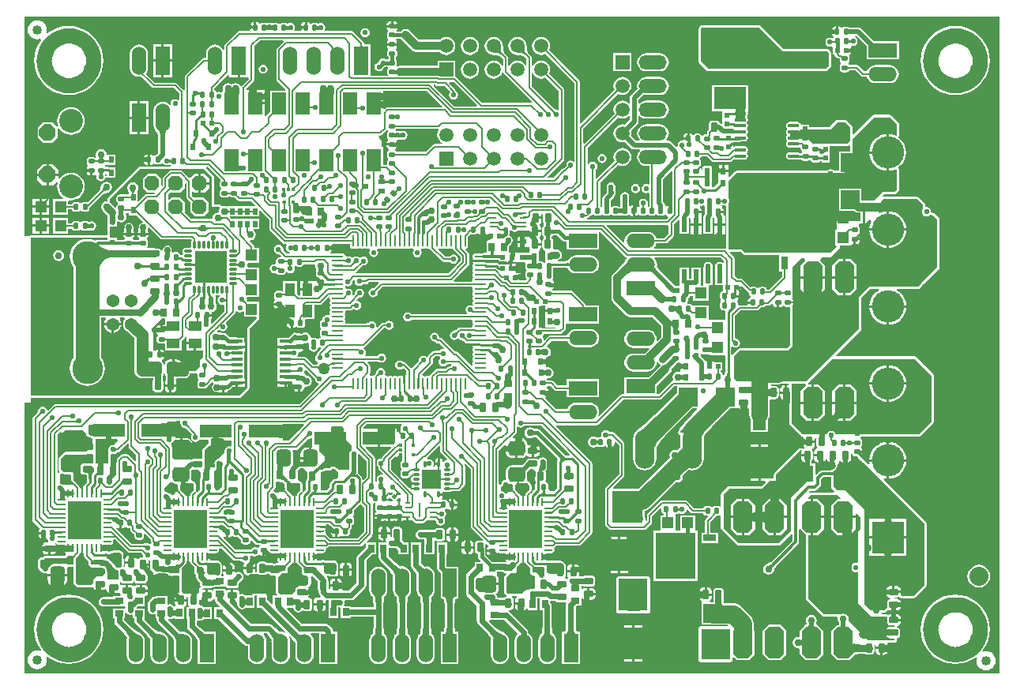
<source format=gtl>
G04*
G04 #@! TF.GenerationSoftware,Altium Limited,Altium Designer,21.0.8 (223)*
G04*
G04 Layer_Physical_Order=1*
G04 Layer_Color=255*
%FSLAX25Y25*%
%MOIN*%
G70*
G04*
G04 #@! TF.SameCoordinates,9996C82E-4A36-4C5B-9496-8E533FBA6DEC*
G04*
G04*
G04 #@! TF.FilePolarity,Positive*
G04*
G01*
G75*
%ADD11C,0.00600*%
%ADD12C,0.00800*%
%ADD13C,0.01000*%
%ADD18C,0.03000*%
%ADD21C,0.00787*%
%ADD27C,0.00700*%
%ADD133C,0.06000*%
%ADD153P,0.02132X4X180.0*%
%ADD180C,0.06496*%
%ADD181O,0.04724X0.01575*%
%ADD182R,0.12992X0.12992*%
%ADD183R,0.13500X0.09500*%
%ADD184R,0.10236X0.04331*%
%ADD185R,0.01968X0.02165*%
G04:AMPARAMS|DCode=186|XSize=22mil|YSize=24mil|CornerRadius=4.4mil|HoleSize=0mil|Usage=FLASHONLY|Rotation=90.000|XOffset=0mil|YOffset=0mil|HoleType=Round|Shape=RoundedRectangle|*
%AMROUNDEDRECTD186*
21,1,0.02200,0.01520,0,0,90.0*
21,1,0.01320,0.02400,0,0,90.0*
1,1,0.00880,0.00760,0.00660*
1,1,0.00880,0.00760,-0.00660*
1,1,0.00880,-0.00760,-0.00660*
1,1,0.00880,-0.00760,0.00660*
%
%ADD186ROUNDEDRECTD186*%
G04:AMPARAMS|DCode=187|XSize=22mil|YSize=24mil|CornerRadius=4.4mil|HoleSize=0mil|Usage=FLASHONLY|Rotation=0.000|XOffset=0mil|YOffset=0mil|HoleType=Round|Shape=RoundedRectangle|*
%AMROUNDEDRECTD187*
21,1,0.02200,0.01520,0,0,0.0*
21,1,0.01320,0.02400,0,0,0.0*
1,1,0.00880,0.00660,-0.00760*
1,1,0.00880,-0.00660,-0.00760*
1,1,0.00880,-0.00660,0.00760*
1,1,0.00880,0.00660,0.00760*
%
%ADD187ROUNDEDRECTD187*%
G04:AMPARAMS|DCode=188|XSize=29.13mil|YSize=39.37mil|CornerRadius=5.83mil|HoleSize=0mil|Usage=FLASHONLY|Rotation=90.000|XOffset=0mil|YOffset=0mil|HoleType=Round|Shape=RoundedRectangle|*
%AMROUNDEDRECTD188*
21,1,0.02913,0.02772,0,0,90.0*
21,1,0.01748,0.03937,0,0,90.0*
1,1,0.01165,0.01386,0.00874*
1,1,0.01165,0.01386,-0.00874*
1,1,0.01165,-0.01386,-0.00874*
1,1,0.01165,-0.01386,0.00874*
%
%ADD188ROUNDEDRECTD188*%
G04:AMPARAMS|DCode=189|XSize=29.13mil|YSize=39.37mil|CornerRadius=5.83mil|HoleSize=0mil|Usage=FLASHONLY|Rotation=0.000|XOffset=0mil|YOffset=0mil|HoleType=Round|Shape=RoundedRectangle|*
%AMROUNDEDRECTD189*
21,1,0.02913,0.02772,0,0,0.0*
21,1,0.01748,0.03937,0,0,0.0*
1,1,0.01165,0.00874,-0.01386*
1,1,0.01165,-0.00874,-0.01386*
1,1,0.01165,-0.00874,0.01386*
1,1,0.01165,0.00874,0.01386*
%
%ADD189ROUNDEDRECTD189*%
%ADD190R,0.02165X0.01968*%
%ADD191R,0.02638X0.03465*%
%ADD192R,0.02800X0.05600*%
%ADD193R,0.19700X0.17000*%
%ADD194R,0.05600X0.02800*%
%ADD195R,0.17000X0.19700*%
G04:AMPARAMS|DCode=196|XSize=22mil|YSize=24mil|CornerRadius=4.4mil|HoleSize=0mil|Usage=FLASHONLY|Rotation=225.000|XOffset=0mil|YOffset=0mil|HoleType=Round|Shape=RoundedRectangle|*
%AMROUNDEDRECTD196*
21,1,0.02200,0.01520,0,0,225.0*
21,1,0.01320,0.02400,0,0,225.0*
1,1,0.00880,-0.01004,0.00071*
1,1,0.00880,-0.00071,0.01004*
1,1,0.00880,0.01004,-0.00071*
1,1,0.00880,0.00071,-0.01004*
%
%ADD196ROUNDEDRECTD196*%
%ADD197R,0.05906X0.09173*%
%ADD198R,0.03150X0.01165*%
%ADD199R,0.05433X0.07087*%
%ADD200R,0.02000X0.02800*%
%ADD201R,0.05000X0.01500*%
%ADD202R,0.07900X0.07900*%
G04:AMPARAMS|DCode=203|XSize=40mil|YSize=40mil|CornerRadius=20mil|HoleSize=0mil|Usage=FLASHONLY|Rotation=0.000|XOffset=0mil|YOffset=0mil|HoleType=Round|Shape=RoundedRectangle|*
%AMROUNDEDRECTD203*
21,1,0.04000,0.00000,0,0,0.0*
21,1,0.00000,0.04000,0,0,0.0*
1,1,0.04000,0.00000,0.00000*
1,1,0.04000,0.00000,0.00000*
1,1,0.04000,0.00000,0.00000*
1,1,0.04000,0.00000,0.00000*
%
%ADD203ROUNDEDRECTD203*%
%ADD204R,0.12600X0.06300*%
G04:AMPARAMS|DCode=205|XSize=52mil|YSize=60mil|CornerRadius=13mil|HoleSize=0mil|Usage=FLASHONLY|Rotation=180.000|XOffset=0mil|YOffset=0mil|HoleType=Round|Shape=RoundedRectangle|*
%AMROUNDEDRECTD205*
21,1,0.05200,0.03400,0,0,180.0*
21,1,0.02600,0.06000,0,0,180.0*
1,1,0.02600,-0.01300,0.01700*
1,1,0.02600,0.01300,0.01700*
1,1,0.02600,0.01300,-0.01700*
1,1,0.02600,-0.01300,-0.01700*
%
%ADD205ROUNDEDRECTD205*%
%ADD206R,0.05200X0.04200*%
%ADD207R,0.02000X0.02600*%
%ADD208O,0.00984X0.05118*%
%ADD209O,0.05118X0.00984*%
%ADD210R,0.02400X0.02400*%
G04:AMPARAMS|DCode=211|XSize=63mil|YSize=71mil|CornerRadius=15.75mil|HoleSize=0mil|Usage=FLASHONLY|Rotation=90.000|XOffset=0mil|YOffset=0mil|HoleType=Round|Shape=RoundedRectangle|*
%AMROUNDEDRECTD211*
21,1,0.06300,0.03950,0,0,90.0*
21,1,0.03150,0.07100,0,0,90.0*
1,1,0.03150,0.01975,0.01575*
1,1,0.03150,0.01975,-0.01575*
1,1,0.03150,-0.01975,-0.01575*
1,1,0.03150,-0.01975,0.01575*
%
%ADD211ROUNDEDRECTD211*%
%ADD212R,0.13386X0.05512*%
%ADD213R,0.02400X0.06000*%
%ADD214R,0.04800X0.04800*%
G04:AMPARAMS|DCode=215|XSize=50mil|YSize=50mil|CornerRadius=25mil|HoleSize=0mil|Usage=FLASHONLY|Rotation=270.000|XOffset=0mil|YOffset=0mil|HoleType=Round|Shape=RoundedRectangle|*
%AMROUNDEDRECTD215*
21,1,0.05000,0.00000,0,0,270.0*
21,1,0.00000,0.05000,0,0,270.0*
1,1,0.05000,0.00000,0.00000*
1,1,0.05000,0.00000,0.00000*
1,1,0.05000,0.00000,0.00000*
1,1,0.05000,0.00000,0.00000*
%
%ADD215ROUNDEDRECTD215*%
%ADD216R,0.14173X0.16142*%
%ADD217O,0.00984X0.03347*%
%ADD218O,0.03347X0.00984*%
G04:AMPARAMS|DCode=219|XSize=11.02mil|YSize=31.5mil|CornerRadius=4.41mil|HoleSize=0mil|Usage=FLASHONLY|Rotation=180.000|XOffset=0mil|YOffset=0mil|HoleType=Round|Shape=RoundedRectangle|*
%AMROUNDEDRECTD219*
21,1,0.01102,0.02268,0,0,180.0*
21,1,0.00221,0.03150,0,0,180.0*
1,1,0.00882,-0.00110,0.01134*
1,1,0.00882,0.00110,0.01134*
1,1,0.00882,0.00110,-0.01134*
1,1,0.00882,-0.00110,-0.01134*
%
%ADD219ROUNDEDRECTD219*%
G04:AMPARAMS|DCode=220|XSize=11.02mil|YSize=31.5mil|CornerRadius=4.41mil|HoleSize=0mil|Usage=FLASHONLY|Rotation=270.000|XOffset=0mil|YOffset=0mil|HoleType=Round|Shape=RoundedRectangle|*
%AMROUNDEDRECTD220*
21,1,0.01102,0.02268,0,0,270.0*
21,1,0.00221,0.03150,0,0,270.0*
1,1,0.00882,-0.01134,-0.00110*
1,1,0.00882,-0.01134,0.00110*
1,1,0.00882,0.01134,0.00110*
1,1,0.00882,0.01134,-0.00110*
%
%ADD220ROUNDEDRECTD220*%
%ADD221R,0.13700X0.13700*%
%ADD222R,0.02362X0.03150*%
%ADD223R,0.03150X0.02165*%
%ADD224R,0.02165X0.00984*%
%ADD225R,0.00787X0.06299*%
%ADD226R,0.01772X0.01181*%
%ADD227R,0.08071X0.08071*%
%ADD228O,0.01102X0.03150*%
%ADD229O,0.03150X0.01102*%
%ADD230R,0.01024X0.01024*%
%ADD231R,0.01181X0.01772*%
%ADD232R,0.03465X0.02638*%
%ADD233R,0.05512X0.13386*%
G04:AMPARAMS|DCode=234|XSize=63mil|YSize=71mil|CornerRadius=15.75mil|HoleSize=0mil|Usage=FLASHONLY|Rotation=180.000|XOffset=0mil|YOffset=0mil|HoleType=Round|Shape=RoundedRectangle|*
%AMROUNDEDRECTD234*
21,1,0.06300,0.03950,0,0,180.0*
21,1,0.03150,0.07100,0,0,180.0*
1,1,0.03150,-0.01575,0.01975*
1,1,0.03150,0.01575,0.01975*
1,1,0.03150,0.01575,-0.01975*
1,1,0.03150,-0.01575,-0.01975*
%
%ADD234ROUNDEDRECTD234*%
%ADD235R,0.04800X0.04800*%
%ADD236R,0.03150X0.02362*%
%ADD237R,0.07900X0.07900*%
%ADD238R,0.04200X0.05200*%
%ADD239R,0.07087X0.05433*%
%ADD240C,0.01500*%
%ADD241C,0.02000*%
%ADD242C,0.01200*%
%ADD243C,0.01600*%
%ADD244C,0.01575*%
%ADD245C,0.01100*%
%ADD246C,0.02400*%
%ADD247C,0.00950*%
%ADD248C,0.01968*%
%ADD249C,0.01772*%
%ADD250C,0.02500*%
%ADD251C,0.01800*%
%ADD252C,0.02200*%
%ADD253C,0.01150*%
%ADD254C,0.03400*%
%ADD255C,0.03000*%
%ADD256C,0.07500*%
%ADD257C,0.03600*%
%ADD258C,0.02700*%
%ADD259C,0.10000*%
%ADD260C,0.02800*%
%ADD261C,0.03500*%
%ADD262C,0.05000*%
%ADD263C,0.03200*%
%ADD264C,0.07000*%
%ADD265C,0.00900*%
%ADD266C,0.02300*%
%ADD267C,0.01400*%
%ADD268R,0.13200X0.12548*%
%ADD269R,0.13800X0.11600*%
%ADD270R,0.12300X0.13100*%
%ADD271R,0.12200X0.13300*%
%ADD272R,0.12300X0.13500*%
%ADD273R,0.12200X0.13400*%
%ADD274R,0.12800X0.13200*%
%ADD275R,0.18600X0.07825*%
%ADD276R,0.05906X0.05906*%
%ADD277C,0.05906*%
%ADD278O,0.08250X0.16500*%
%ADD279O,0.11811X0.05906*%
%ADD280R,0.05906X0.05906*%
G04:AMPARAMS|DCode=281|XSize=133mil|YSize=83mil|CornerRadius=0mil|HoleSize=0mil|Usage=FLASHONLY|Rotation=270.000|XOffset=0mil|YOffset=0mil|HoleType=Round|Shape=Octagon|*
%AMOCTAGOND281*
4,1,8,-0.02075,-0.06650,0.02075,-0.06650,0.04150,-0.04575,0.04150,0.04575,0.02075,0.06650,-0.02075,0.06650,-0.04150,0.04575,-0.04150,-0.04575,-0.02075,-0.06650,0.0*
%
%ADD281OCTAGOND281*%

%ADD282P,0.06711X8X22.5*%
%ADD283C,0.05400*%
%ADD284C,0.13050*%
%ADD285P,0.07577X8X292.5*%
%ADD286C,0.10000*%
%ADD287R,0.12000X0.06000*%
%ADD288O,0.12000X0.06000*%
%ADD289R,0.06000X0.12000*%
%ADD290O,0.06000X0.12000*%
%ADD291O,0.13598X0.13600*%
%ADD292R,0.13598X0.13600*%
%ADD293C,0.08000*%
%ADD294C,0.02200*%
%ADD295C,0.02900*%
%ADD296C,0.03200*%
G36*
X143581Y266317D02*
X143590Y266213D01*
X143605Y266122D01*
X143626Y266042D01*
X143653Y265975D01*
X143686Y265920D01*
X143725Y265877D01*
X143770Y265846D01*
X143821Y265828D01*
X143878Y265822D01*
X142678D01*
X142735Y265828D01*
X142786Y265846D01*
X142831Y265877D01*
X142870Y265920D01*
X142903Y265975D01*
X142930Y266042D01*
X142951Y266122D01*
X142966Y266213D01*
X142975Y266317D01*
X142978Y266434D01*
X143578D01*
X143581Y266317D01*
D02*
G37*
G36*
X131143Y265571D02*
X131228Y265499D01*
X131309Y265439D01*
X131384Y265393D01*
X131455Y265360D01*
X131521Y265340D01*
X131581Y265334D01*
X131637Y265341D01*
X131688Y265361D01*
X131734Y265395D01*
X130855Y264584D01*
X130892Y264627D01*
X130915Y264676D01*
X130925Y264729D01*
X130922Y264788D01*
X130904Y264852D01*
X130873Y264921D01*
X130828Y264995D01*
X130770Y265075D01*
X130698Y265159D01*
X130613Y265249D01*
X131053Y265657D01*
X131143Y265571D01*
D02*
G37*
G36*
X212012Y265472D02*
X212092Y264267D01*
X212145Y263939D01*
X212210Y263649D01*
X212288Y263396D01*
X212379Y263180D01*
X212483Y263002D01*
X212599Y262860D01*
X212175Y262436D01*
X212034Y262552D01*
X211855Y262656D01*
X211639Y262747D01*
X211386Y262825D01*
X211096Y262890D01*
X210769Y262943D01*
X210002Y263010D01*
X209563Y263024D01*
X209087Y263025D01*
X212010Y265948D01*
X212012Y265472D01*
D02*
G37*
G36*
X202011D02*
X202093Y264267D01*
X202145Y263939D01*
X202210Y263649D01*
X202289Y263396D01*
X202379Y263180D01*
X202483Y263002D01*
X202600Y262860D01*
X202175Y262436D01*
X202034Y262552D01*
X201855Y262656D01*
X201639Y262747D01*
X201386Y262825D01*
X201096Y262890D01*
X200769Y262943D01*
X200002Y263010D01*
X199563Y263024D01*
X199087Y263025D01*
X202010Y265948D01*
X202011Y265472D01*
D02*
G37*
G36*
X78492Y259203D02*
X78486Y259260D01*
X78468Y259311D01*
X78437Y259356D01*
X78394Y259395D01*
X78339Y259428D01*
X78272Y259455D01*
X78192Y259476D01*
X78101Y259491D01*
X77996Y259500D01*
X77880Y259503D01*
Y260103D01*
X77996Y260106D01*
X78101Y260115D01*
X78192Y260130D01*
X78272Y260151D01*
X78339Y260178D01*
X78394Y260211D01*
X78437Y260250D01*
X78468Y260295D01*
X78486Y260346D01*
X78492Y260403D01*
Y259203D01*
D02*
G37*
G36*
X51285Y254520D02*
X51252Y254480D01*
X51235Y254434D01*
X51232Y254381D01*
X51245Y254322D01*
X51272Y254256D01*
X51314Y254184D01*
X51372Y254105D01*
X51444Y254020D01*
X51531Y253928D01*
X50989Y253623D01*
X50895Y253712D01*
X50720Y253853D01*
X50639Y253905D01*
X50562Y253945D01*
X50490Y253972D01*
X50421Y253986D01*
X50357Y253988D01*
X50297Y253977D01*
X50241Y253954D01*
X51332Y254553D01*
X51285Y254520D01*
D02*
G37*
G36*
X91983Y252803D02*
X95483D01*
X95761Y252418D01*
Y252168D01*
X92750Y249157D01*
X92672Y249041D01*
X92086Y249045D01*
X91741Y249561D01*
X90980Y250070D01*
X90083Y250248D01*
X89185Y250070D01*
X88583Y249667D01*
X87980Y250070D01*
X87083Y250248D01*
X86185Y250070D01*
X85425Y249561D01*
X84916Y248801D01*
X84738Y247903D01*
Y246575D01*
X84238Y246308D01*
X83999Y246468D01*
X83258Y246615D01*
X82516Y246468D01*
X82472Y246438D01*
X81916Y246668D01*
X81901Y246747D01*
X81626Y247157D01*
X81216Y247431D01*
X81194Y247436D01*
Y247928D01*
X86983Y253717D01*
X87483Y253510D01*
Y252803D01*
X90983D01*
Y259803D01*
X91983D01*
Y252803D01*
D02*
G37*
G36*
X74124Y246722D02*
X74187Y246676D01*
X74256Y246635D01*
X74332Y246600D01*
X74414Y246571D01*
X74503Y246546D01*
X74598Y246527D01*
X74700Y246514D01*
X74808Y246506D01*
X74923Y246503D01*
Y245503D01*
X74808Y245500D01*
X74598Y245479D01*
X74503Y245460D01*
X74414Y245436D01*
X74332Y245406D01*
X74256Y245371D01*
X74187Y245330D01*
X74124Y245285D01*
X74068Y245233D01*
Y246773D01*
X74124Y246722D01*
D02*
G37*
G36*
X72978Y244946D02*
X72967Y244944D01*
X72949Y244934D01*
X72923Y244915D01*
X72890Y244888D01*
X72747Y244756D01*
X72536Y244550D01*
X71829Y245257D01*
X72226Y245698D01*
X72978Y244946D01*
D02*
G37*
G36*
X192086Y240914D02*
X191894Y240452D01*
X182473D01*
X173746Y249179D01*
X173931Y249650D01*
X174317Y249691D01*
X174563Y249446D01*
X174563Y249446D01*
X174927Y249202D01*
X175356Y249117D01*
X175356Y249117D01*
X178183D01*
X180739Y246561D01*
X180344Y245970D01*
X180197Y245228D01*
X180344Y244487D01*
X180764Y243859D01*
X181393Y243439D01*
X182134Y243291D01*
X182875Y243439D01*
X183504Y243859D01*
X183924Y244487D01*
X184071Y245228D01*
X183924Y245970D01*
X183504Y246598D01*
X183253Y246766D01*
X183170Y247181D01*
X182927Y247545D01*
X182927Y247545D01*
X180130Y250342D01*
X180322Y250804D01*
X182196D01*
X192086Y240914D01*
D02*
G37*
G36*
X177292Y240481D02*
X177100Y240019D01*
X154252D01*
X154252Y240019D01*
X153823Y239934D01*
X153459Y239691D01*
X153459Y239691D01*
X152997Y239229D01*
X152535Y239421D01*
Y241252D01*
X148583D01*
Y242252D01*
X152535D01*
Y246922D01*
X170850D01*
X177292Y240481D01*
D02*
G37*
G36*
X215779Y254085D02*
X216381Y253302D01*
X217165Y252700D01*
X218078Y252322D01*
X219057Y252193D01*
X220037Y252322D01*
X220808Y252641D01*
X226595Y246854D01*
Y239061D01*
X226406Y238936D01*
X226095Y238847D01*
X226009Y238905D01*
X225852Y239013D01*
X225844Y239015D01*
X225837Y239020D01*
X225649Y239057D01*
X225463Y239097D01*
X225364Y239099D01*
X225302Y239104D01*
X225253Y239110D01*
X225216Y239118D01*
X225190Y239125D01*
X225174Y239131D01*
X225169Y239134D01*
X225139Y239161D01*
X224990Y239250D01*
X224845Y239347D01*
X224819Y239352D01*
X224797Y239365D01*
X224632Y239390D01*
X215179Y248843D01*
Y254228D01*
X215679Y254328D01*
X215779Y254085D01*
D02*
G37*
G36*
X221250Y238367D02*
X221326Y238310D01*
X221409Y238261D01*
X221499Y238218D01*
X221595Y238182D01*
X221697Y238152D01*
X221806Y238130D01*
X221921Y238114D01*
X222043Y238105D01*
X222172Y238103D01*
X221083Y237014D01*
X221081Y237142D01*
X221072Y237264D01*
X221056Y237380D01*
X221034Y237489D01*
X221004Y237591D01*
X220968Y237687D01*
X220925Y237777D01*
X220875Y237860D01*
X220819Y237936D01*
X220756Y238006D01*
X221180Y238430D01*
X221250Y238367D01*
D02*
G37*
G36*
X224525Y238342D02*
X224601Y238285D01*
X224684Y238235D01*
X224774Y238193D01*
X224869Y238156D01*
X224972Y238127D01*
X225081Y238105D01*
X225196Y238089D01*
X225318Y238080D01*
X225447Y238078D01*
X224358Y236989D01*
X224356Y237117D01*
X224346Y237239D01*
X224331Y237355D01*
X224308Y237463D01*
X224279Y237566D01*
X224243Y237662D01*
X224200Y237751D01*
X224150Y237834D01*
X224094Y237911D01*
X224030Y237981D01*
X224455Y238405D01*
X224525Y238342D01*
D02*
G37*
G36*
X110375Y267782D02*
X107690Y265096D01*
X107447Y264732D01*
X107361Y264303D01*
X107361Y264303D01*
Y251983D01*
X107361Y251983D01*
X107447Y251554D01*
X107690Y251190D01*
X111241Y247639D01*
X111034Y247139D01*
X104830D01*
Y238236D01*
X103223Y236629D01*
X103035Y236349D01*
X102652Y236388D01*
X102535Y236432D01*
Y241252D01*
X98583D01*
Y241752D01*
X98083D01*
Y247339D01*
X94665D01*
Y247899D01*
X97676Y250910D01*
X97676Y250910D01*
X97919Y251274D01*
X98004Y251703D01*
Y265839D01*
X100447Y268282D01*
X110168D01*
X110375Y267782D01*
D02*
G37*
G36*
X256178Y236413D02*
X256472Y236313D01*
Y234890D01*
X254363Y232781D01*
X254306Y232805D01*
X253326Y232934D01*
X252346Y232805D01*
X251433Y232427D01*
X250649Y231825D01*
X250048Y231041D01*
X249670Y230129D01*
X249541Y229149D01*
X249670Y228169D01*
X250048Y227256D01*
X250649Y226472D01*
X251433Y225871D01*
X252346Y225493D01*
X253326Y225364D01*
X254306Y225493D01*
X254363Y225516D01*
X257004Y222875D01*
X257599Y222478D01*
X258302Y222338D01*
X260540D01*
X260701Y221865D01*
X260649Y221825D01*
X260048Y221041D01*
X259670Y220128D01*
X259541Y219149D01*
X259670Y218169D01*
X260048Y217256D01*
X260649Y216472D01*
X261434Y215871D01*
X262346Y215493D01*
X263326Y215364D01*
X264679D01*
Y207691D01*
X264237Y207455D01*
X264067Y207569D01*
X263326Y207716D01*
X262585Y207569D01*
X261956Y207149D01*
X261536Y206520D01*
X261389Y205779D01*
X261536Y205037D01*
X261956Y204409D01*
X262585Y203989D01*
X263326Y203841D01*
X264067Y203989D01*
X264237Y204103D01*
X264679Y203867D01*
Y198310D01*
X264656Y198306D01*
X264528Y198221D01*
X263898Y198323D01*
X263877Y198341D01*
X263798Y198472D01*
X263800Y198476D01*
X264034Y198826D01*
X264181Y199567D01*
X264034Y200308D01*
X263614Y200937D01*
X262985Y201357D01*
X262244Y201504D01*
X261503Y201357D01*
X260874Y200937D01*
X260454Y200308D01*
X260307Y199567D01*
X260454Y198826D01*
X260625Y198570D01*
X260528Y198080D01*
X260456Y198032D01*
X259909Y198113D01*
X259867Y198176D01*
X259391Y198494D01*
X258829Y198606D01*
X258669D01*
Y196378D01*
Y194150D01*
X258829D01*
X259391Y194262D01*
X259867Y194580D01*
X259909Y194642D01*
X260456Y194724D01*
X260866Y194450D01*
X261350Y194354D01*
X262670D01*
X263154Y194450D01*
X263564Y194724D01*
X263604Y194784D01*
X264206D01*
X264246Y194724D01*
X264656Y194450D01*
X265140Y194354D01*
X266460D01*
X266944Y194450D01*
X267354Y194724D01*
X267378Y194759D01*
X267979D01*
X268003Y194724D01*
X268413Y194450D01*
X268897Y194354D01*
X270217D01*
X270701Y194450D01*
X271111Y194724D01*
X271552D01*
X271648Y194580D01*
X272125Y194262D01*
X272621Y194163D01*
X272822Y193823D01*
X272871Y193705D01*
X271941Y192775D01*
X238440D01*
X238390Y193275D01*
X238686Y193334D01*
X239050Y193577D01*
X239279Y193806D01*
X239523Y193970D01*
X239731Y194280D01*
X240188Y194371D01*
X240599Y194645D01*
X240639Y194705D01*
X241240D01*
X241280Y194645D01*
X241690Y194371D01*
X242174Y194274D01*
X243494D01*
X243978Y194371D01*
X244388Y194645D01*
X244484Y194788D01*
X245082Y194794D01*
X245129Y194724D01*
X245539Y194450D01*
X246023Y194354D01*
X247343D01*
X247827Y194450D01*
X248237Y194724D01*
X248277Y194784D01*
X248878D01*
X248919Y194724D01*
X249329Y194450D01*
X249813Y194354D01*
X251132D01*
X251616Y194450D01*
X251755Y194543D01*
X253147D01*
X253285Y194450D01*
X253769Y194354D01*
X255089D01*
X255573Y194450D01*
X255983Y194724D01*
X256217D01*
X256483Y194572D01*
X256947Y194262D01*
X257509Y194150D01*
X257669D01*
Y196378D01*
Y198606D01*
X257509D01*
X256947Y198494D01*
X256666Y198306D01*
X256166Y198551D01*
Y199330D01*
X256268Y199843D01*
X256166Y200355D01*
Y201889D01*
X256268Y202402D01*
X256120Y203143D01*
X255700Y203771D01*
X255072Y204191D01*
X254331Y204339D01*
X253589Y204191D01*
X252961Y203771D01*
X252541Y203143D01*
X252394Y202402D01*
X252495Y201889D01*
Y200355D01*
X252394Y199843D01*
X252495Y199330D01*
Y198213D01*
X251755D01*
X251616Y198306D01*
X251132Y198402D01*
X249813D01*
X249329Y198306D01*
X249018Y198098D01*
X248662Y198216D01*
X248518Y198320D01*
Y200647D01*
X249880Y202009D01*
X250278Y202605D01*
X250418Y203307D01*
Y203463D01*
X250559Y204173D01*
X250418Y204884D01*
Y205944D01*
X250520Y206457D01*
X250372Y207198D01*
X249953Y207826D01*
X249324Y208246D01*
X248583Y208394D01*
X247841Y208246D01*
X247213Y207826D01*
X246793Y207198D01*
X246645Y206457D01*
X246747Y205944D01*
Y204488D01*
X246685Y204173D01*
X246713Y204033D01*
X245385Y202705D01*
X244987Y202109D01*
X244847Y201407D01*
Y198166D01*
X244549Y198027D01*
X244352Y197981D01*
X243956Y198268D01*
Y208193D01*
X251575Y215812D01*
X252346Y215493D01*
X253326Y215364D01*
X254306Y215493D01*
X255219Y215871D01*
X256002Y216472D01*
X256604Y217256D01*
X256982Y218169D01*
X257111Y219149D01*
X256982Y220128D01*
X256604Y221041D01*
X256002Y221825D01*
X255219Y222427D01*
X254306Y222805D01*
X253326Y222934D01*
X252346Y222805D01*
X251433Y222427D01*
X250649Y221825D01*
X250048Y221041D01*
X249670Y220128D01*
X249541Y219149D01*
X249670Y218169D01*
X249989Y217398D01*
X242488Y209897D01*
X241988Y210104D01*
Y213669D01*
X242236Y213835D01*
X242656Y214464D01*
X242803Y215205D01*
X242656Y215946D01*
X242236Y216575D01*
X241607Y216995D01*
X240866Y217142D01*
X240125Y216995D01*
X239496Y216575D01*
X239230Y216177D01*
X238730Y216328D01*
Y222967D01*
X251575Y235812D01*
X252346Y235493D01*
X253326Y235364D01*
X254306Y235493D01*
X255219Y235871D01*
X255972Y236449D01*
X256178Y236413D01*
D02*
G37*
G36*
X305019Y240919D02*
Y234890D01*
X304489Y234360D01*
X301448D01*
X301088Y234719D01*
Y240602D01*
X301966Y241480D01*
X304457D01*
X305019Y240919D01*
D02*
G37*
G36*
X82001Y229606D02*
X81987Y229602D01*
X81964Y229589D01*
X81933Y229566D01*
X81894Y229534D01*
X81727Y229381D01*
X81485Y229144D01*
X80518Y230299D01*
X80984Y230763D01*
X82001Y229606D01*
D02*
G37*
G36*
X369057Y232978D02*
Y228381D01*
X368629Y228124D01*
X368357Y228269D01*
X366886Y228715D01*
X365858Y228816D01*
Y221028D01*
Y213239D01*
X366886Y213341D01*
X368357Y213787D01*
X368629Y213932D01*
X369057Y213675D01*
Y205378D01*
X367957Y204278D01*
X363258D01*
X359780Y200800D01*
X354133D01*
Y205779D01*
X344633D01*
Y196803D01*
Y196279D01*
X351038D01*
X351523Y195907D01*
X352155Y195645D01*
X352834Y195555D01*
X353707D01*
Y192128D01*
X353658Y192078D01*
X343758D01*
Y188269D01*
X343183D01*
Y181869D01*
X343495D01*
X343649Y181369D01*
X340996Y178716D01*
X305019D01*
X303658Y180078D01*
X298257Y180078D01*
Y195578D01*
X298257Y199644D01*
X298339Y199766D01*
X298486Y200507D01*
X298339Y201248D01*
X298257Y201370D01*
Y208978D01*
X301557Y212278D01*
X346858Y212278D01*
X350358Y215778D01*
Y226721D01*
X350374Y226805D01*
X350359Y226880D01*
X359358Y235878D01*
X366158D01*
X369057Y232978D01*
D02*
G37*
G36*
X61186Y230462D02*
X61018Y230384D01*
X60869Y230254D01*
X60740Y230072D01*
X60631Y229837D01*
X60541Y229551D01*
X60472Y229212D01*
X60422Y228822D01*
X60393Y228379D01*
X60383Y227884D01*
X58383D01*
X58373Y228379D01*
X58293Y229212D01*
X58224Y229551D01*
X58135Y229837D01*
X58025Y230072D01*
X57896Y230254D01*
X57748Y230384D01*
X57579Y230462D01*
X57390Y230488D01*
X61375D01*
X61186Y230462D01*
D02*
G37*
G36*
X175882Y230504D02*
X175779Y230370D01*
X175401Y229458D01*
X175272Y228478D01*
X175401Y227498D01*
X175779Y226585D01*
X176381Y225801D01*
X177165Y225200D01*
X177330Y225132D01*
X177230Y224632D01*
X174219D01*
X174219Y224632D01*
X173790Y224546D01*
X173426Y224303D01*
X173426Y224303D01*
X170362Y221240D01*
X157956D01*
X157952Y221262D01*
X157678Y221672D01*
X157331Y221904D01*
X157319Y222159D01*
X157384Y222424D01*
X157424Y222432D01*
X157901Y222751D01*
X158219Y223227D01*
X158331Y223789D01*
Y223949D01*
X156102D01*
X153874D01*
Y223789D01*
X153986Y223227D01*
X154304Y222751D01*
X154753Y222451D01*
X154780Y222243D01*
X154780Y222136D01*
X154753Y221928D01*
X154370Y221672D01*
X154096Y221262D01*
X153999Y220778D01*
Y219458D01*
X154096Y218974D01*
X154370Y218564D01*
X154430Y218524D01*
Y217923D01*
X154370Y217882D01*
X154096Y217472D01*
X153999Y216988D01*
Y215876D01*
X153819Y215728D01*
X153819Y215728D01*
X152335D01*
Y223241D01*
X151979D01*
X151701Y223657D01*
X151817Y223937D01*
X151931Y224803D01*
X151817Y225670D01*
X151482Y226477D01*
X150950Y227171D01*
X150656Y227396D01*
X150575Y228074D01*
X150650Y228170D01*
X151142D01*
X151142Y228170D01*
X151571Y228255D01*
X151935Y228498D01*
X153864Y230427D01*
X153864Y230427D01*
X154311Y230304D01*
X154325Y230293D01*
X154448Y229793D01*
X154174Y229382D01*
X154078Y228899D01*
Y227579D01*
X154174Y227095D01*
X154448Y226685D01*
Y226243D01*
X154304Y226147D01*
X153986Y225671D01*
X153874Y225109D01*
Y224949D01*
X156102D01*
X158331D01*
Y225109D01*
X158219Y225671D01*
X158096Y225855D01*
X158396Y226305D01*
X158465Y226291D01*
X159206Y226439D01*
X159306Y226505D01*
X159912D01*
X159996Y226449D01*
X160738Y226301D01*
X161479Y226449D01*
X162108Y226869D01*
X162528Y227497D01*
X162675Y228239D01*
X162528Y228980D01*
X162108Y229608D01*
X161479Y230028D01*
X160738Y230176D01*
X159996Y230028D01*
X159912Y229972D01*
X159275D01*
X159206Y230018D01*
X158465Y230166D01*
X157881Y230049D01*
X157852Y230087D01*
X157678Y230572D01*
X157952Y230982D01*
X157956Y231004D01*
X175636D01*
X175882Y230504D01*
D02*
G37*
G36*
X349400Y231616D02*
Y227183D01*
X349398Y227171D01*
X349359Y227079D01*
X349359Y226978D01*
X349340Y226880D01*
X349355Y226805D01*
X349338Y226721D01*
Y225938D01*
X348039Y224639D01*
X333811D01*
X331658Y226793D01*
X324600D01*
X324207Y227186D01*
Y229666D01*
X324641Y230100D01*
X327867D01*
X328545Y230778D01*
X341144D01*
X344224Y233858D01*
X347158D01*
X349400Y231616D01*
D02*
G37*
G36*
X76761Y220584D02*
X76853Y220504D01*
X76946Y220433D01*
X77039Y220372D01*
X77132Y220321D01*
X77225Y220278D01*
X77319Y220245D01*
X77413Y220222D01*
X77507Y220208D01*
X77601Y220203D01*
Y219603D01*
X77507Y219599D01*
X77413Y219584D01*
X77319Y219561D01*
X77225Y219528D01*
X77132Y219486D01*
X77039Y219434D01*
X76946Y219373D01*
X76853Y219302D01*
X76761Y219222D01*
X76668Y219133D01*
Y220673D01*
X76761Y220584D01*
D02*
G37*
G36*
X62056Y218233D02*
X62117Y218184D01*
X62185Y218142D01*
X62259Y218105D01*
X62340Y218074D01*
X62428Y218049D01*
X62522Y218029D01*
X62624Y218015D01*
X62731Y218006D01*
X62846Y218003D01*
X62796Y217003D01*
X62681Y217001D01*
X62470Y216980D01*
X62375Y216962D01*
X62285Y216939D01*
X62202Y216911D01*
X62125Y216878D01*
X62055Y216840D01*
X61991Y216797D01*
X61933Y216748D01*
X62002Y218286D01*
X62056Y218233D01*
D02*
G37*
G36*
X63027Y205302D02*
X62982Y205338D01*
X62933Y205361D01*
X62880Y205371D01*
X62822Y205369D01*
X62760Y205353D01*
X62693Y205325D01*
X62622Y205283D01*
X62546Y205229D01*
X62466Y205162D01*
X62382Y205082D01*
X61958Y205506D01*
X62038Y205590D01*
X62105Y205670D01*
X62159Y205746D01*
X62201Y205817D01*
X62229Y205883D01*
X62245Y205946D01*
X62248Y206003D01*
X62238Y206057D01*
X62214Y206106D01*
X62178Y206151D01*
X63027Y205302D01*
D02*
G37*
G36*
X80058Y210778D02*
X80158Y197978D01*
X83327D01*
X83595Y197478D01*
X83251Y196964D01*
X83072Y196066D01*
X83086Y195999D01*
X82753Y195654D01*
X81862Y195477D01*
X81102Y194968D01*
X80593Y194208D01*
X80431Y193394D01*
X80322Y193242D01*
X79970Y192984D01*
X79890Y192999D01*
X79890Y192999D01*
X71531D01*
X68847Y195683D01*
X68846Y195688D01*
X68814Y195871D01*
X68807Y195883D01*
X68805Y195896D01*
X68732Y196005D01*
X68810Y196084D01*
Y199984D01*
X66860Y201934D01*
X62960D01*
X62194Y201167D01*
X61732Y201359D01*
Y203269D01*
X62467Y204005D01*
X62960Y204134D01*
X66860D01*
X68810Y206084D01*
Y207882D01*
X69310Y208131D01*
X69489Y207996D01*
Y202334D01*
X69489Y202334D01*
X69574Y201905D01*
X69817Y201541D01*
X70881Y200477D01*
X71010Y199984D01*
Y196084D01*
X72960Y194134D01*
X76860D01*
X78810Y196084D01*
Y199984D01*
X76860Y201934D01*
X72960D01*
X72467Y202063D01*
X71732Y202798D01*
Y204409D01*
X72194Y204600D01*
X72860Y203934D01*
X74410D01*
Y208034D01*
Y212134D01*
X72860D01*
X71155Y210429D01*
X70452Y210425D01*
X67750Y213127D01*
X67387Y213370D01*
X66957Y213455D01*
X66957Y213455D01*
X62863D01*
X62434Y213370D01*
X62070Y213127D01*
X62070Y213127D01*
X59817Y210874D01*
X59574Y210510D01*
X59489Y210081D01*
X59489Y210081D01*
Y206984D01*
X59310Y206856D01*
X58810Y207112D01*
Y209984D01*
X56860Y211934D01*
X52960D01*
X51010Y209984D01*
Y206084D01*
X52960Y204134D01*
X55764D01*
X56032Y203634D01*
X55942Y203500D01*
X52658D01*
X52228Y203414D01*
X51864Y203171D01*
X51864Y203171D01*
X49237Y200543D01*
X48775Y200735D01*
Y204346D01*
X48775Y204346D01*
X48872Y204631D01*
X48908Y204822D01*
X48946Y205012D01*
X48945Y205017D01*
X48946Y205022D01*
X48943Y205036D01*
X49043Y205186D01*
X49221Y206083D01*
X49043Y206981D01*
X48535Y207742D01*
X47774Y208250D01*
X46876Y208429D01*
X45979Y208250D01*
X45218Y207742D01*
X44710Y206981D01*
X44531Y206083D01*
X44710Y205186D01*
X44808Y205039D01*
X44810Y205028D01*
X44807Y205012D01*
X44843Y204832D01*
X44873Y204651D01*
X44881Y204638D01*
X44884Y204622D01*
X44986Y204469D01*
X45083Y204314D01*
X45175Y204217D01*
Y203268D01*
X42943D01*
X42715Y203313D01*
X41195D01*
X40711Y203217D01*
X40301Y202943D01*
X40027Y202533D01*
X39931Y202049D01*
Y200729D01*
X40027Y200245D01*
X40301Y199835D01*
X40361Y199795D01*
Y199193D01*
X40301Y199153D01*
X40027Y198743D01*
X39931Y198259D01*
Y198028D01*
X39431Y197821D01*
X37516Y199736D01*
X37287Y199889D01*
Y201283D01*
X37189Y201381D01*
X49886Y214078D01*
X76758D01*
X80058Y210778D01*
D02*
G37*
G36*
X47784Y204867D02*
X47544Y204587D01*
X47446Y204452D01*
X47364Y204320D01*
X47296Y204192D01*
X47244Y204067D01*
X47206Y203946D01*
X47184Y203828D01*
X47176Y203714D01*
X46576D01*
X46569Y203828D01*
X46546Y203946D01*
X46509Y204067D01*
X46456Y204192D01*
X46389Y204320D01*
X46306Y204452D01*
X46209Y204587D01*
X46096Y204725D01*
X45826Y205012D01*
X47926D01*
X47784Y204867D01*
D02*
G37*
G36*
X72466Y200906D02*
X72546Y200839D01*
X72622Y200785D01*
X72693Y200743D01*
X72760Y200715D01*
X72822Y200699D01*
X72880Y200696D01*
X72933Y200707D01*
X72982Y200730D01*
X73027Y200766D01*
X72178Y199917D01*
X72214Y199962D01*
X72237Y200011D01*
X72248Y200064D01*
X72245Y200122D01*
X72229Y200184D01*
X72201Y200251D01*
X72159Y200322D01*
X72105Y200398D01*
X72038Y200478D01*
X71958Y200562D01*
X72382Y200986D01*
X72466Y200906D01*
D02*
G37*
G36*
X274436Y212960D02*
Y198915D01*
X274049Y198598D01*
X274007Y198606D01*
X273847D01*
Y196378D01*
X272847D01*
Y198606D01*
X272687D01*
X272125Y198494D01*
X271892Y198339D01*
X271392Y198606D01*
Y198750D01*
X271252Y199453D01*
X270854Y200048D01*
X270536Y200366D01*
Y209713D01*
X273974Y213151D01*
X274436Y212960D01*
D02*
G37*
G36*
X288247Y198508D02*
Y197159D01*
X288169Y196763D01*
Y195243D01*
X288195Y195111D01*
X288160Y195076D01*
X287762Y194480D01*
X287710Y194220D01*
X287458D01*
Y186620D01*
X291458D01*
Y193221D01*
X291758Y193670D01*
X291794Y193676D01*
X292258Y193412D01*
Y190920D01*
X294458D01*
X296658D01*
Y194420D01*
X296280D01*
X295947Y194920D01*
X296011Y195243D01*
Y195503D01*
X293883D01*
Y196503D01*
X296011D01*
Y196763D01*
X295899Y197325D01*
X295581Y197801D01*
X295319Y197976D01*
X295285Y198555D01*
X295427Y198649D01*
X295799Y198723D01*
X295808Y198717D01*
X296549Y198570D01*
X296851Y198630D01*
X297238Y198313D01*
X297238Y195578D01*
Y180714D01*
X296825Y180439D01*
X296738Y180424D01*
X296357Y180499D01*
X296357Y180499D01*
X266927D01*
X266830Y180783D01*
X266792Y181000D01*
X267377Y181762D01*
X267706Y182556D01*
X271306D01*
X271306Y182556D01*
X271735Y182642D01*
X272099Y182885D01*
X274762Y185548D01*
X274762Y185548D01*
X275005Y185912D01*
X275091Y186341D01*
Y190773D01*
X276996Y192678D01*
X277458Y192487D01*
Y186620D01*
X281458D01*
Y193295D01*
X281586Y193487D01*
X281774Y193516D01*
X282258Y193143D01*
Y190920D01*
X284458D01*
X286658D01*
Y194420D01*
X286658Y194420D01*
X286647Y194920D01*
X286711Y195243D01*
Y195503D01*
X284583D01*
Y196503D01*
X286711D01*
Y196763D01*
X286599Y197325D01*
X286281Y197801D01*
X286281Y198395D01*
X286485Y198570D01*
X286820Y198503D01*
X287561Y198651D01*
X287747Y198775D01*
X288247Y198508D01*
D02*
G37*
G36*
X83952Y209397D02*
X83929Y209157D01*
X83655Y208747D01*
X83558Y208263D01*
Y206943D01*
X83655Y206459D01*
X83929Y206049D01*
X83989Y206009D01*
Y205408D01*
X83929Y205367D01*
X83655Y204957D01*
X83558Y204473D01*
Y203153D01*
X83655Y202670D01*
X83929Y202259D01*
X84339Y201985D01*
X84823Y201889D01*
X86343D01*
X86826Y201985D01*
X87237Y202259D01*
X87289Y202337D01*
X87890D01*
X87929Y202279D01*
X88339Y202005D01*
X88823Y201909D01*
X89891D01*
X90990Y200810D01*
X91353Y200567D01*
X91783Y200482D01*
X91783Y200482D01*
X96618D01*
X98373Y198726D01*
X98182Y198265D01*
X87085D01*
X87085Y198265D01*
X86585Y198117D01*
X86488Y198136D01*
X86484Y198135D01*
X86479Y198136D01*
X86464Y198133D01*
X86315Y198233D01*
X85417Y198411D01*
X84520Y198233D01*
X84320Y198283D01*
X84226Y198459D01*
X84131Y198574D01*
X84048Y198699D01*
X84006Y198727D01*
X83974Y198766D01*
X83842Y198837D01*
X83717Y198920D01*
X83668Y198930D01*
X83623Y198954D01*
X83474Y198968D01*
X83327Y198997D01*
X81169D01*
X81077Y210786D01*
X81037Y210977D01*
X80999Y211168D01*
X80997Y211172D01*
X80996Y211175D01*
X80887Y211337D01*
X80778Y211499D01*
X77839Y214438D01*
X78031Y214943D01*
X78365Y214984D01*
X83952Y209397D01*
D02*
G37*
G36*
X67606Y196106D02*
X67583Y196057D01*
X67573Y196003D01*
X67576Y195946D01*
X67591Y195883D01*
X67620Y195817D01*
X67661Y195746D01*
X67715Y195670D01*
X67782Y195590D01*
X67863Y195506D01*
X67438Y195081D01*
X67354Y195162D01*
X67274Y195229D01*
X67199Y195283D01*
X67128Y195325D01*
X67061Y195353D01*
X66998Y195369D01*
X66941Y195371D01*
X66887Y195361D01*
X66838Y195338D01*
X66794Y195302D01*
X67642Y196151D01*
X67606Y196106D01*
D02*
G37*
G36*
X57606D02*
X57583Y196057D01*
X57573Y196003D01*
X57576Y195946D01*
X57591Y195883D01*
X57620Y195817D01*
X57661Y195746D01*
X57715Y195670D01*
X57783Y195590D01*
X57863Y195506D01*
X57438Y195081D01*
X57354Y195162D01*
X57274Y195229D01*
X57199Y195283D01*
X57127Y195325D01*
X57061Y195353D01*
X56998Y195369D01*
X56941Y195371D01*
X56887Y195361D01*
X56838Y195338D01*
X56793Y195302D01*
X57642Y196151D01*
X57606Y196106D01*
D02*
G37*
G36*
X86634Y196974D02*
X86914Y196734D01*
X87049Y196636D01*
X87181Y196554D01*
X87309Y196486D01*
X87434Y196434D01*
X87555Y196396D01*
X87673Y196374D01*
X87787Y196366D01*
Y195766D01*
X87673Y195759D01*
X87555Y195736D01*
X87434Y195699D01*
X87309Y195646D01*
X87181Y195579D01*
X87049Y195496D01*
X86914Y195399D01*
X86776Y195286D01*
X86488Y195016D01*
Y197116D01*
X86634Y196974D01*
D02*
G37*
G36*
X42908Y194949D02*
X40808D01*
X40817Y194967D01*
X40826Y195003D01*
X40833Y195055D01*
X40845Y195210D01*
X40857Y195725D01*
X40857Y195896D01*
X42858D01*
X42908Y194949D01*
D02*
G37*
G36*
X83976Y194218D02*
X84257Y193978D01*
X84392Y193880D01*
X84523Y193798D01*
X84651Y193730D01*
X84776Y193678D01*
X84897Y193640D01*
X85015Y193618D01*
X85129Y193610D01*
Y193010D01*
X85015Y193003D01*
X84897Y192980D01*
X84776Y192943D01*
X84651Y192890D01*
X84523Y192823D01*
X84392Y192740D01*
X84257Y192643D01*
X84118Y192530D01*
X83831Y192260D01*
Y194360D01*
X83976Y194218D01*
D02*
G37*
G36*
X45175Y194435D02*
X48589D01*
X51259Y191764D01*
X51029Y191288D01*
X50455Y191174D01*
X49860Y190776D01*
X49462Y190180D01*
X49322Y189478D01*
Y189043D01*
X49261Y188940D01*
X49165Y188797D01*
X49160Y188770D01*
X49146Y188747D01*
X49121Y188576D01*
X49088Y188407D01*
X49093Y188380D01*
X49089Y188353D01*
X49115Y187871D01*
X48994Y187690D01*
X48882Y187128D01*
Y186969D01*
X51110D01*
X53338D01*
Y187128D01*
X53227Y187690D01*
X53181Y187759D01*
X53189Y188094D01*
X53196Y188189D01*
X53199Y188208D01*
X53198Y188218D01*
X53198Y188223D01*
X53198Y188230D01*
X53223Y188319D01*
X53218Y188363D01*
X53227Y188407D01*
X53204Y188522D01*
X53205Y188547D01*
X53195Y188575D01*
X53180Y188714D01*
X53158Y188753D01*
X53149Y188797D01*
X53101Y188870D01*
X53120Y189099D01*
X53144Y189172D01*
X53709Y189314D01*
X58306Y184717D01*
X58306Y184717D01*
X58670Y184474D01*
X59099Y184389D01*
X59099Y184389D01*
X71370D01*
X71636Y184123D01*
Y183917D01*
X71488Y183696D01*
X71392Y183212D01*
Y181333D01*
X71309Y180927D01*
X70903Y180843D01*
X69024D01*
X68539Y180747D01*
X68129Y180473D01*
X67855Y180062D01*
X67758Y179578D01*
Y179358D01*
X67855Y178873D01*
X68115Y178483D01*
X67855Y178094D01*
X67811Y177873D01*
X67325Y177664D01*
X66908Y177858D01*
X66856Y178122D01*
X66581Y178532D01*
X66171Y178806D01*
X65688Y178902D01*
X64368D01*
X63916Y178812D01*
X63888Y178810D01*
X63860Y178812D01*
X63727Y178844D01*
X63664Y178869D01*
X63384Y179074D01*
X63380Y179114D01*
X63358Y179153D01*
X63349Y179197D01*
X63269Y179318D01*
X63268Y179320D01*
X63265Y179324D01*
X63263Y179326D01*
X63193Y179454D01*
Y179878D01*
X63053Y180580D01*
X62655Y181176D01*
X62060Y181573D01*
X61357Y181713D01*
X60655Y181573D01*
X60060Y181176D01*
X59662Y180580D01*
X59522Y179878D01*
Y179760D01*
X59369Y179603D01*
X59121Y179634D01*
X58801Y179736D01*
X58540Y180126D01*
X58083Y180431D01*
X57544Y180539D01*
X56466D01*
X56158Y180600D01*
X52879D01*
X52727Y181100D01*
X52764Y181125D01*
X53038Y181535D01*
X53135Y182019D01*
Y183339D01*
X53038Y183823D01*
X52764Y184233D01*
Y184674D01*
X52908Y184770D01*
X53227Y185247D01*
X53338Y185809D01*
Y185969D01*
X51110D01*
X48882D01*
Y185809D01*
X48994Y185247D01*
X49312Y184770D01*
X49456Y184674D01*
Y184233D01*
X49372Y184106D01*
X47015D01*
X46815Y184584D01*
X46916Y184762D01*
X47227Y185226D01*
X47338Y185788D01*
Y185948D01*
X45110D01*
X42882D01*
Y185788D01*
X42994Y185226D01*
X43304Y184762D01*
X43406Y184584D01*
X43205Y184106D01*
X40075D01*
Y185103D01*
X37287D01*
Y189834D01*
X37878D01*
X38075Y189795D01*
X38272Y189834D01*
X40075D01*
Y191637D01*
X40086Y191694D01*
X40425Y191902D01*
X40614Y191943D01*
X40960Y191711D01*
X41857Y191533D01*
X42755Y191711D01*
X43516Y192220D01*
X44024Y192981D01*
X44203Y193878D01*
X44024Y194775D01*
X43923Y194927D01*
X43927Y194949D01*
X43922Y194976D01*
X43926Y195003D01*
X43918Y195150D01*
X44262Y195513D01*
X45175D01*
Y194435D01*
D02*
G37*
G36*
X380202Y198734D02*
X380288Y197348D01*
X379868Y196719D01*
X379720Y195978D01*
X379868Y195237D01*
X380288Y194608D01*
X380916Y194188D01*
X381658Y194041D01*
X382399Y194188D01*
X383027Y194608D01*
X384413Y194522D01*
X386258Y192678D01*
Y172678D01*
X379358Y165778D01*
X377958Y164378D01*
X357558D01*
X353257Y160078D01*
Y150578D01*
Y146578D01*
X330958Y124278D01*
X301758D01*
X300358Y125678D01*
Y134778D01*
X302857Y137278D01*
X323058D01*
X325058Y139278D01*
Y156369D01*
X325199Y156581D01*
X325311Y157143D01*
Y158463D01*
X325199Y159025D01*
X325058Y159237D01*
Y160684D01*
X325107Y160933D01*
Y162253D01*
X325058Y162502D01*
Y172778D01*
X328827Y176547D01*
X329996Y176431D01*
X330433Y175378D01*
X328507Y173453D01*
Y168878D01*
X333658D01*
X338808D01*
Y173453D01*
X336882Y175378D01*
X337380Y176578D01*
X341258D01*
X345158Y180478D01*
Y181869D01*
X349583D01*
X349583Y181869D01*
X350623Y182385D01*
X350883D01*
Y184513D01*
X351383D01*
Y185013D01*
X353611D01*
Y185173D01*
X353499Y185735D01*
X353037Y186749D01*
X353311Y187159D01*
X353407Y187643D01*
Y188963D01*
X353311Y189447D01*
X353090Y189778D01*
X353181Y190193D01*
X353519Y190978D01*
X355658D01*
X357387Y192707D01*
X358361Y191985D01*
X358117Y191528D01*
X357671Y190058D01*
X357570Y189028D01*
X364858D01*
Y196317D01*
X363829Y196215D01*
X362358Y195769D01*
X361901Y195525D01*
X361179Y196499D01*
X361357Y196678D01*
X362357Y200278D01*
X363357Y201278D01*
X377658D01*
X380202Y198734D01*
D02*
G37*
G36*
X77709Y189866D02*
X77821Y189728D01*
X77934Y189607D01*
X78048Y189502D01*
X78163Y189413D01*
X78279Y189340D01*
X78397Y189283D01*
X78516Y189243D01*
X78636Y189218D01*
X78757Y189210D01*
X78646Y188610D01*
X78543Y188604D01*
X78431Y188584D01*
X78310Y188551D01*
X78181Y188505D01*
X78043Y188446D01*
X77897Y188374D01*
X77578Y188190D01*
X77224Y187954D01*
X76358Y188803D01*
X75491Y187954D01*
X75137Y188190D01*
X74818Y188374D01*
X74672Y188446D01*
X74534Y188505D01*
X74405Y188551D01*
X74284Y188584D01*
X74172Y188604D01*
X74069Y188610D01*
X73958Y189210D01*
X74079Y189218D01*
X74199Y189243D01*
X74318Y189283D01*
X74436Y189340D01*
X74552Y189413D01*
X74667Y189502D01*
X74781Y189607D01*
X74894Y189728D01*
X75006Y189866D01*
X75116Y190020D01*
X76358Y188803D01*
X77599Y190020D01*
X77709Y189866D01*
D02*
G37*
G36*
X52198Y188388D02*
X52189Y188353D01*
X52182Y188301D01*
X52170Y188145D01*
X52158Y187631D01*
X52157Y187460D01*
X50157D01*
X50108Y188407D01*
X52207D01*
X52198Y188388D01*
D02*
G37*
G36*
X194864Y186280D02*
X195024D01*
X195250Y186325D01*
X195439Y186181D01*
X197832D01*
Y185181D01*
X195750D01*
Y183697D01*
X196090D01*
Y178688D01*
X195615Y178627D01*
X194836D01*
X194290Y178519D01*
X194288Y178517D01*
X191387D01*
X190883Y178417D01*
X190456Y178132D01*
X190170Y177704D01*
X190070Y177200D01*
X190170Y176696D01*
X190339Y176444D01*
X190312Y176307D01*
X189982Y175814D01*
X189965Y175732D01*
X193454D01*
X197295D01*
X197329Y175773D01*
X201005D01*
Y175009D01*
X204575D01*
Y174809D01*
X206157D01*
Y176794D01*
Y178778D01*
X205564D01*
Y181446D01*
X206533Y182415D01*
X206887Y182944D01*
X207011Y183569D01*
Y183747D01*
X207076Y184076D01*
X206929Y184817D01*
X206893Y184870D01*
X206887Y184902D01*
X206533Y185432D01*
X206004Y185785D01*
X205999Y185786D01*
X205880Y185865D01*
X205618Y186427D01*
X205689Y186784D01*
Y187289D01*
X205847Y187526D01*
X205949Y188040D01*
X206480Y188146D01*
X206583Y187992D01*
X207212Y187572D01*
X207953Y187425D01*
X208694Y187572D01*
X209323Y187992D01*
X209459Y188196D01*
X213778D01*
X214053Y187810D01*
Y186442D01*
X214137Y186023D01*
X213863Y185589D01*
X213776Y185523D01*
X212113D01*
Y183342D01*
Y181161D01*
X214053D01*
Y180892D01*
X214176Y180275D01*
X214358Y180002D01*
X214091Y179502D01*
X214030D01*
Y179112D01*
X213987Y178630D01*
X209238D01*
Y178630D01*
X208740Y178636D01*
Y178778D01*
X207157D01*
Y176794D01*
Y174809D01*
X208740D01*
Y174809D01*
X209238Y174804D01*
Y174668D01*
X212112D01*
X212401Y174168D01*
X212333Y173828D01*
Y172508D01*
X212429Y172024D01*
X212703Y171614D01*
X212764Y171573D01*
Y170972D01*
X212703Y170932D01*
X212429Y170522D01*
X212333Y170038D01*
Y168718D01*
X212429Y168234D01*
X212703Y167824D01*
X212737Y167327D01*
X212429Y166999D01*
X210365D01*
Y167692D01*
X209709D01*
X209709Y167456D01*
X209690Y167466D01*
X209655Y167474D01*
X209602Y167482D01*
X209447Y167494D01*
X208932Y167507D01*
X208761Y167507D01*
X208762Y167692D01*
X208282D01*
Y168692D01*
X208765D01*
X208768Y169507D01*
X209714Y169556D01*
X209712Y168692D01*
X210365D01*
Y170176D01*
X208514D01*
Y171629D01*
X206432D01*
Y172129D01*
X205931D01*
Y174113D01*
X204349D01*
Y173913D01*
X201159D01*
X201049Y174024D01*
X200619Y174311D01*
X200112Y174412D01*
X197324D01*
X197104Y174732D01*
X193454D01*
X189965D01*
X189982Y174649D01*
X190312Y174156D01*
X190339Y174019D01*
X190170Y173767D01*
X190070Y173263D01*
X190170Y172759D01*
X190227Y172674D01*
X190429Y172279D01*
X190227Y171883D01*
X190170Y171799D01*
X190070Y171294D01*
X190170Y170790D01*
X190227Y170706D01*
X190429Y170310D01*
X190227Y169915D01*
X190170Y169830D01*
X190070Y169326D01*
X190170Y168822D01*
X190227Y168737D01*
X190429Y168342D01*
X190227Y167946D01*
X190170Y167862D01*
X190070Y167358D01*
X190139Y167010D01*
X189844Y166510D01*
X182398D01*
X182191Y167010D01*
X188391Y173211D01*
X188391Y173211D01*
X188635Y173575D01*
X188720Y174004D01*
Y177953D01*
X188635Y178382D01*
X188391Y178746D01*
X188391Y178746D01*
X187273Y179865D01*
X187437Y180407D01*
X187462Y180412D01*
X187890Y180698D01*
X188175Y181125D01*
X188276Y181629D01*
Y185389D01*
X189461Y186574D01*
X189914Y186484D01*
X191234D01*
X191718Y186580D01*
X192128Y186854D01*
X192570D01*
X192666Y186710D01*
X193142Y186391D01*
X193704Y186280D01*
X193864D01*
Y188508D01*
X194864D01*
Y186280D01*
D02*
G37*
G36*
X272405Y190532D02*
X272848Y190110D01*
Y186806D01*
X270841Y184800D01*
X267706D01*
X267377Y185594D01*
X266768Y186388D01*
X265974Y186997D01*
X265050Y187380D01*
X264057Y187511D01*
X258057D01*
X257066Y187380D01*
X256141Y186997D01*
X255347Y186388D01*
X254738Y185594D01*
X254355Y184670D01*
X254225Y183678D01*
X254287Y183203D01*
X253814Y182969D01*
X246713Y190070D01*
X246904Y190532D01*
X272405D01*
X272405Y190532D01*
D02*
G37*
G36*
X36075Y184106D02*
X32258D01*
X32258Y184106D01*
X32087Y184072D01*
X32035Y184083D01*
X31846Y184123D01*
X31840Y184121D01*
X31834Y184123D01*
X31645Y184085D01*
X31455Y184049D01*
X31450Y184046D01*
X31444Y184045D01*
X31283Y183938D01*
X31122Y183833D01*
X31035Y183748D01*
X30974Y183693D01*
X30458Y183969D01*
X29078Y184388D01*
X27642Y184529D01*
X26206Y184388D01*
X24825Y183969D01*
X23552Y183288D01*
X22437Y182373D01*
X21522Y181258D01*
X20842Y179985D01*
X20423Y178604D01*
X20281Y177169D01*
X20423Y175733D01*
X20842Y174352D01*
X21522Y173079D01*
X21814Y172723D01*
Y153878D01*
Y134291D01*
X21522Y133936D01*
X20842Y132663D01*
X20423Y131282D01*
X20281Y129847D01*
X20423Y128410D01*
X20842Y127030D01*
X21522Y125757D01*
X22437Y124642D01*
X23552Y123726D01*
X24825Y123046D01*
X26206Y122627D01*
X27642Y122486D01*
X29078Y122627D01*
X30458Y123046D01*
X31731Y123726D01*
X32846Y124642D01*
X33762Y125757D01*
X34442Y127030D01*
X34861Y128410D01*
X35002Y129847D01*
X34861Y131282D01*
X34442Y132663D01*
X33762Y133936D01*
X33470Y134291D01*
Y151235D01*
X35111D01*
X35357Y150735D01*
X35110Y150412D01*
X34737Y149512D01*
X34676Y149047D01*
X38342D01*
X42008D01*
X41947Y149512D01*
X41574Y150412D01*
X41326Y150735D01*
X41573Y151235D01*
X43263D01*
X43509Y150735D01*
X43185Y150312D01*
X42832Y149460D01*
X42711Y148547D01*
X42832Y147633D01*
X43185Y146781D01*
X43745Y146050D01*
X44477Y145489D01*
X44673Y145408D01*
X47329Y142752D01*
Y129078D01*
X47442Y128217D01*
X47775Y127414D01*
X48304Y126724D01*
X48993Y126195D01*
X49796Y125863D01*
X50657Y125750D01*
X51574D01*
X51657Y125733D01*
X55340D01*
Y124732D01*
X55254Y124603D01*
X55147Y124063D01*
Y121292D01*
X55254Y120752D01*
X55559Y120295D01*
X56017Y119989D01*
X56556Y119882D01*
X58304D01*
X58844Y119989D01*
X59301Y120295D01*
X59607Y120752D01*
X59714Y121292D01*
Y124063D01*
X59607Y124603D01*
X59521Y124732D01*
Y126886D01*
X59636Y127059D01*
X59771Y127738D01*
X60281D01*
X60431Y126980D01*
X60695Y126586D01*
Y125092D01*
X60420Y124681D01*
X60297Y124063D01*
Y123178D01*
X62785D01*
X65272D01*
Y124063D01*
X65150Y124681D01*
X64915Y125033D01*
X65047Y125533D01*
X65198D01*
X65700Y125633D01*
X68657D01*
X69555Y125811D01*
X70316Y126320D01*
X70824Y127081D01*
X70932Y127625D01*
X73213D01*
X73603Y127703D01*
X73669Y127747D01*
X73780Y127726D01*
X74158Y127473D01*
Y126333D01*
X74255Y125849D01*
X74529Y125439D01*
X74589Y125399D01*
Y124797D01*
X74529Y124757D01*
X74255Y124347D01*
X74158Y123863D01*
Y122543D01*
X74255Y122059D01*
X74529Y121649D01*
X74939Y121375D01*
X75423Y121279D01*
X76943D01*
X77426Y121375D01*
X77837Y121649D01*
X78111Y122059D01*
X78132Y122164D01*
X78148Y122167D01*
X78512Y122410D01*
X80161Y124059D01*
X80413Y124034D01*
X80803Y123773D01*
Y123171D01*
X80773Y123151D01*
X80375Y122556D01*
X80236Y121853D01*
X80375Y121151D01*
X80773Y120556D01*
X81368Y120158D01*
X82071Y120018D01*
X82506D01*
X82608Y119957D01*
X82752Y119862D01*
X82779Y119856D01*
X82802Y119842D01*
X82973Y119818D01*
X83142Y119784D01*
X83169Y119789D01*
X83196Y119785D01*
X83801Y119817D01*
X84264Y119725D01*
X84524D01*
Y121854D01*
X85524D01*
Y119725D01*
X85784D01*
X86345Y119837D01*
X86822Y120155D01*
X87140Y120632D01*
X87149Y120675D01*
X87362Y120718D01*
X87875Y121061D01*
X88846Y122032D01*
X90134D01*
Y123782D01*
X90634D01*
Y124282D01*
X94134D01*
Y125532D01*
X93934D01*
Y129732D01*
Y132282D01*
Y137082D01*
X94134D01*
Y138332D01*
X90634D01*
Y139332D01*
X94134D01*
Y140582D01*
X93934D01*
Y142882D01*
X90786D01*
X90634Y142912D01*
X87858D01*
X86864Y143906D01*
X86853Y143962D01*
X86579Y144372D01*
X86169Y144646D01*
X85685Y144742D01*
X85071D01*
X85024Y144752D01*
X84442D01*
X84285Y144857D01*
X84284Y144858D01*
X84282Y144859D01*
X84090Y144897D01*
X83895Y144936D01*
X83734Y144937D01*
X83258Y144948D01*
X83163Y144955D01*
X83144Y144958D01*
X83134Y144957D01*
X83130Y144958D01*
X83122Y144957D01*
X83033Y144982D01*
X82989Y144977D01*
X82945Y144986D01*
X82923Y144982D01*
X82771Y145083D01*
X82605Y145116D01*
X82460Y145595D01*
X83011Y146145D01*
X83388Y146108D01*
X84016Y145688D01*
X84758Y145541D01*
X85499Y145688D01*
X86127Y146108D01*
X86547Y146737D01*
X86695Y147478D01*
X86547Y148219D01*
X86127Y148848D01*
X86090Y149224D01*
X89899Y153034D01*
X89899Y153034D01*
X90143Y153398D01*
X90222Y153797D01*
X90280Y153846D01*
X90728Y154015D01*
X91216Y153688D01*
X91957Y153541D01*
X92699Y153688D01*
X93135Y153979D01*
X93635Y153737D01*
Y151626D01*
X98931D01*
X99139Y151126D01*
X94965Y146952D01*
Y121558D01*
X91809Y118403D01*
X3921D01*
Y185043D01*
X36075D01*
Y184106D01*
D02*
G37*
G36*
X81423Y184189D02*
X81331Y184101D01*
X81250Y184013D01*
X81178Y183923D01*
X81115Y183833D01*
X81062Y183742D01*
X81019Y183650D01*
X80985Y183557D01*
X80961Y183464D01*
X80946Y183369D01*
X80942Y183274D01*
X80342Y183297D01*
X80337Y183391D01*
X80323Y183484D01*
X80300Y183579D01*
X80268Y183673D01*
X80227Y183768D01*
X80177Y183863D01*
X80117Y183958D01*
X80049Y184054D01*
X79971Y184150D01*
X79884Y184247D01*
X81423Y184189D01*
D02*
G37*
G36*
X32682Y182255D02*
X32599Y182168D01*
X32465Y182015D01*
X32416Y181947D01*
X32377Y181886D01*
X32355Y181842D01*
X33580Y181075D01*
X34227Y180724D01*
X35442Y180186D01*
X36008Y179997D01*
X36548Y179862D01*
X37061Y179782D01*
X37547Y179755D01*
X38069Y176755D01*
X37520Y176722D01*
X36981Y176622D01*
X36451Y176456D01*
X35930Y176225D01*
X35418Y175926D01*
X34916Y175562D01*
X34422Y175131D01*
X33938Y174634D01*
X33463Y174070D01*
X32997Y173441D01*
X31485Y182396D01*
X31157Y182666D01*
X31190Y182653D01*
X31231Y182653D01*
X31279Y182666D01*
X31335Y182691D01*
X31399Y182728D01*
X31471Y182778D01*
X31550Y182841D01*
X31732Y183003D01*
X31834Y183103D01*
X32682Y182255D01*
D02*
G37*
G36*
X254546Y177085D02*
X254910Y176842D01*
X255074Y176809D01*
X255161Y176676D01*
X255256Y176269D01*
X254848Y175737D01*
X254768Y175684D01*
X254627Y175607D01*
X254602Y175576D01*
X254569Y175554D01*
X254479Y175422D01*
X254379Y175297D01*
X254367Y175258D01*
X254345Y175225D01*
X254313Y175149D01*
X254293Y175117D01*
X252417Y172988D01*
X251981Y172548D01*
X251964Y172521D01*
X251939Y172502D01*
X251855Y172356D01*
X251762Y172216D01*
X251756Y172185D01*
X251740Y172158D01*
X251726Y172051D01*
X249380Y169705D01*
X248828Y168879D01*
X248634Y167903D01*
Y159603D01*
X248828Y158628D01*
X249380Y157801D01*
X254980Y152201D01*
X255807Y151648D01*
X256783Y151454D01*
X266127D01*
X269696Y147885D01*
Y143004D01*
X268192Y141500D01*
X267719Y141734D01*
X267790Y142278D01*
X267660Y143270D01*
X267277Y144194D01*
X266668Y144988D01*
X265874Y145597D01*
X264949Y145980D01*
X263958Y146111D01*
X257958D01*
X256965Y145980D01*
X256041Y145597D01*
X255247Y144988D01*
X254638Y144194D01*
X254255Y143270D01*
X254125Y142278D01*
X254255Y141286D01*
X254638Y140362D01*
X255247Y139568D01*
X256041Y138959D01*
X256965Y138576D01*
X257958Y138445D01*
X263958D01*
X264502Y138517D01*
X264735Y138043D01*
X262803Y136111D01*
X257958D01*
X256965Y135980D01*
X256041Y135597D01*
X255247Y134988D01*
X254638Y134194D01*
X254255Y133270D01*
X254125Y132278D01*
X254255Y131286D01*
X254638Y130362D01*
X255247Y129568D01*
X256041Y128959D01*
X256965Y128576D01*
X257958Y128445D01*
X263958D01*
X264949Y128576D01*
X265874Y128959D01*
X266668Y129568D01*
X267277Y130362D01*
X267660Y131286D01*
X267790Y132278D01*
X267770Y132430D01*
X268251Y132611D01*
X268578Y132121D01*
X269274Y131656D01*
X269367Y131413D01*
X269413Y131088D01*
X264403Y126078D01*
X254157D01*
Y118900D01*
X253257D01*
X253257Y118900D01*
X252828Y118814D01*
X252464Y118571D01*
X252464Y118571D01*
X243587Y109693D01*
X243163Y109977D01*
X243399Y110547D01*
X243530Y111539D01*
X243399Y112531D01*
X243016Y113455D01*
X242407Y114249D01*
X241613Y114858D01*
X240689Y115241D01*
X239697Y115371D01*
X233697D01*
X232705Y115241D01*
X231781Y114858D01*
X230987Y114249D01*
X230378Y113455D01*
X230169Y112952D01*
X230134Y112933D01*
X230096Y112889D01*
X230047Y112856D01*
X230039Y112844D01*
X229917Y112817D01*
X229734Y112781D01*
X229723Y112774D01*
X229711Y112771D01*
X229558Y112663D01*
X229554Y112660D01*
X225461D01*
X220878Y117244D01*
X221042Y117786D01*
X221243Y117826D01*
X221719Y118144D01*
X222038Y118621D01*
X222149Y119183D01*
Y119343D01*
X219921D01*
Y120343D01*
X222149D01*
Y120502D01*
X222038Y121064D01*
X221719Y121541D01*
X221575Y121637D01*
Y122078D01*
X221849Y122488D01*
X221854Y122511D01*
X222969D01*
X224734Y120746D01*
X224734Y120746D01*
X225098Y120502D01*
X225527Y120417D01*
X225527Y120417D01*
X229897D01*
Y117739D01*
X243497D01*
Y125339D01*
X229897D01*
Y122660D01*
X225992D01*
X224226Y124425D01*
X223863Y124669D01*
X223433Y124754D01*
X223433Y124754D01*
X221854D01*
X221849Y124776D01*
X221575Y125186D01*
X221548Y125205D01*
X221743Y125676D01*
X221957Y125633D01*
X222855Y125811D01*
X223616Y126320D01*
X224124Y127081D01*
X224303Y127978D01*
X224124Y128875D01*
X223616Y129636D01*
X222855Y130145D01*
X221957Y130323D01*
X221472Y130226D01*
X221085Y130544D01*
Y132078D01*
X220886D01*
Y131528D01*
X220868Y131537D01*
X220833Y131546D01*
X220780Y131553D01*
X220625Y131565D01*
X220111Y131577D01*
X219939Y131578D01*
Y132078D01*
X218904D01*
Y133078D01*
X219939D01*
Y133578D01*
X220886Y133628D01*
Y133078D01*
X221085D01*
Y134478D01*
X221755Y134611D01*
X222516Y135120D01*
X223024Y135880D01*
X223202Y136778D01*
X223024Y137675D01*
X222516Y138436D01*
X221755Y138944D01*
X221506Y138994D01*
X221361Y139472D01*
X223408Y141519D01*
X229554D01*
X229558Y141516D01*
X229711Y141409D01*
X229723Y141406D01*
X229734Y141399D01*
X229917Y141363D01*
X230039Y141335D01*
X230047Y141323D01*
X230096Y141291D01*
X230134Y141246D01*
X230169Y141228D01*
X230378Y140725D01*
X230987Y139931D01*
X231781Y139322D01*
X232705Y138939D01*
X233697Y138808D01*
X239697D01*
X240689Y138939D01*
X241613Y139322D01*
X242407Y139931D01*
X243016Y140725D01*
X243399Y141649D01*
X243530Y142641D01*
X243399Y143633D01*
X243016Y144557D01*
X242407Y145351D01*
X241613Y145960D01*
X240689Y146343D01*
X239697Y146474D01*
X233697D01*
X232705Y146343D01*
X231781Y145960D01*
X230987Y145351D01*
X230378Y144557D01*
X230169Y144054D01*
X230134Y144036D01*
X230096Y143991D01*
X230047Y143958D01*
X230039Y143947D01*
X229917Y143919D01*
X229734Y143883D01*
X229723Y143876D01*
X229711Y143873D01*
X229558Y143766D01*
X229554Y143763D01*
X222944D01*
X222943Y143763D01*
X222514Y143677D01*
X222150Y143434D01*
X222150Y143434D01*
X220544Y141827D01*
X220263Y141944D01*
X220078Y142068D01*
X219986Y142532D01*
X219711Y142942D01*
X219651Y142982D01*
Y143584D01*
X219711Y143624D01*
X219986Y144034D01*
X220070Y144456D01*
X227183D01*
X227183Y144456D01*
X227612Y144542D01*
X227976Y144785D01*
X229276Y146085D01*
X229276Y146085D01*
X229519Y146449D01*
X229604Y146878D01*
X229604Y146878D01*
Y148462D01*
X229897Y148841D01*
X243497D01*
Y156441D01*
X238304D01*
X237818Y156517D01*
X237733Y156946D01*
X237490Y157310D01*
X237490Y157310D01*
X232481Y162318D01*
X232117Y162561D01*
X231688Y162647D01*
X231688Y162647D01*
X224152D01*
X224148Y162669D01*
X223874Y163079D01*
Y163521D01*
X224018Y163617D01*
X224336Y164093D01*
X224448Y164655D01*
Y164815D01*
X222220D01*
Y165815D01*
X224448D01*
Y165975D01*
X224336Y166537D01*
X224078Y166923D01*
X223901Y167406D01*
X224175Y167816D01*
X224272Y168300D01*
Y169820D01*
X224183Y170267D01*
Y171737D01*
X224272Y172185D01*
Y172418D01*
X229179D01*
X229332Y172310D01*
X229344Y172308D01*
X229353Y172301D01*
X229537Y172265D01*
X229720Y172224D01*
X229911Y172220D01*
X230032Y172210D01*
X230091Y172141D01*
X230168Y172026D01*
X230220Y171991D01*
X230260Y171944D01*
X230347Y171900D01*
X230378Y171827D01*
X230987Y171033D01*
X231781Y170424D01*
X232705Y170041D01*
X233697Y169911D01*
X239697D01*
X240689Y170041D01*
X241613Y170424D01*
X242407Y171033D01*
X243016Y171827D01*
X243399Y172751D01*
X243530Y173743D01*
X243399Y174735D01*
X243016Y175660D01*
X242407Y176453D01*
X241613Y177063D01*
X240689Y177445D01*
X239697Y177576D01*
X233697D01*
X232705Y177445D01*
X231781Y177063D01*
X230987Y176453D01*
X230378Y175660D01*
X230347Y175586D01*
X230260Y175542D01*
X230220Y175495D01*
X230168Y175461D01*
X230091Y175346D01*
X230032Y175276D01*
X229911Y175267D01*
X229720Y175263D01*
X229537Y175222D01*
X229353Y175185D01*
X229344Y175179D01*
X229332Y175176D01*
X229179Y175069D01*
X226190D01*
X226140Y175569D01*
X226355Y175611D01*
X227116Y176120D01*
X227624Y176881D01*
X227802Y177778D01*
X227624Y178675D01*
X227116Y179436D01*
X226355Y179945D01*
X225458Y180123D01*
X224474D01*
X224126Y180623D01*
X224179Y180892D01*
Y183664D01*
X224072Y184203D01*
X223766Y184661D01*
X223541Y184811D01*
Y185295D01*
X223766Y185445D01*
X224072Y185903D01*
X224133Y186209D01*
X225678D01*
X228113Y183775D01*
X228638Y183424D01*
X229257Y183301D01*
X229897D01*
Y179943D01*
X243497D01*
Y187543D01*
X243933Y187697D01*
X243934D01*
X254546Y177085D01*
D02*
G37*
G36*
X109385Y179964D02*
X109394Y179842D01*
X109409Y179727D01*
X109432Y179618D01*
X109461Y179515D01*
X109497Y179419D01*
X109540Y179330D01*
X109590Y179247D01*
X109646Y179170D01*
X109710Y179100D01*
X109286Y178676D01*
X109216Y178739D01*
X109139Y178796D01*
X109056Y178846D01*
X108967Y178889D01*
X108871Y178925D01*
X108768Y178954D01*
X108659Y178977D01*
X108544Y178992D01*
X108422Y179001D01*
X108294Y179003D01*
X109383Y180092D01*
X109385Y179964D01*
D02*
G37*
G36*
X412476Y996D02*
X1076D01*
Y115530D01*
X3921D01*
Y117384D01*
X91809D01*
X92200Y117461D01*
X92530Y117682D01*
X95685Y120837D01*
X95907Y121168D01*
X95984Y121558D01*
Y146530D01*
X99860Y150405D01*
X100081Y150736D01*
X100158Y151126D01*
X100081Y151516D01*
X100035Y151627D01*
Y158026D01*
X95221D01*
X95152Y158094D01*
X95134Y158153D01*
X95117Y158269D01*
X95074Y158341D01*
X95049Y158421D01*
X94974Y158510D01*
X94941Y158566D01*
X94954Y158620D01*
X94962Y158805D01*
X94976Y158989D01*
X94971Y159003D01*
X94972Y159018D01*
X94909Y159191D01*
X94851Y159367D01*
X94842Y159378D01*
X94837Y159392D01*
X94790Y159444D01*
X94786Y159460D01*
X95197Y159960D01*
X100035D01*
Y166127D01*
X100133D01*
Y172527D01*
X95486D01*
X95124Y173027D01*
X95243Y173625D01*
X95153Y174074D01*
X95471Y174461D01*
X100133D01*
Y180861D01*
X98447D01*
X98055Y181105D01*
X97969Y181535D01*
X97726Y181899D01*
X96126Y183499D01*
X96372Y183960D01*
X96428Y183949D01*
X97325Y184127D01*
X98086Y184636D01*
X98594Y185397D01*
X98773Y186294D01*
X98594Y187191D01*
X98086Y187952D01*
X97704Y188207D01*
X97856Y188707D01*
X100209D01*
Y192907D01*
X88371D01*
X87676Y193603D01*
X87867Y194064D01*
X100209D01*
Y196237D01*
X100671Y196428D01*
X104361Y192739D01*
Y188907D01*
X104361Y188907D01*
X104446Y188478D01*
X104690Y188114D01*
X110014Y182790D01*
X110014Y182790D01*
X110378Y182546D01*
X110807Y182461D01*
X111620D01*
X111832Y181961D01*
X111517Y181489D01*
X111370Y180748D01*
X111517Y180007D01*
X111937Y179378D01*
X112566Y178958D01*
X113253Y178822D01*
X113204Y178322D01*
X111650D01*
X110695Y179277D01*
X110670Y179443D01*
X110657Y179465D01*
X110652Y179490D01*
X110555Y179635D01*
X110466Y179784D01*
X110438Y179815D01*
X110436Y179820D01*
X110430Y179836D01*
X110423Y179861D01*
X110415Y179899D01*
X110408Y179948D01*
X110404Y180009D01*
X110402Y180109D01*
X110362Y180295D01*
X110325Y180482D01*
X110320Y180489D01*
X110318Y180498D01*
X110210Y180654D01*
X110104Y180813D01*
X110097Y180818D01*
X110092Y180825D01*
X110074Y180836D01*
X110072Y180844D01*
X109652Y181473D01*
X109024Y181893D01*
X108283Y182040D01*
X107541Y181893D01*
X106913Y181473D01*
X106493Y180844D01*
X106345Y180103D01*
X106493Y179362D01*
X106913Y178733D01*
X107541Y178313D01*
X107550Y178312D01*
X107561Y178294D01*
X107568Y178289D01*
X107573Y178282D01*
X107731Y178176D01*
X107888Y178068D01*
X107896Y178066D01*
X107904Y178061D01*
X108091Y178024D01*
X108277Y177984D01*
X108377Y177982D01*
X108438Y177978D01*
X108487Y177971D01*
X108525Y177963D01*
X108550Y177956D01*
X108566Y177950D01*
X108571Y177947D01*
X108601Y177920D01*
X108751Y177831D01*
X108895Y177734D01*
X108921Y177729D01*
X108943Y177716D01*
X109108Y177691D01*
X109473Y177327D01*
X109281Y176865D01*
X108531D01*
X108047Y176769D01*
X107637Y176495D01*
X107363Y176085D01*
X107267Y175601D01*
Y174281D01*
X106839Y173869D01*
X106457Y173945D01*
X105715Y173798D01*
X105087Y173378D01*
X104667Y172749D01*
X104519Y172008D01*
X104667Y171266D01*
X105087Y170638D01*
X105715Y170218D01*
X106457Y170071D01*
X107198Y170218D01*
X107516Y169829D01*
X107637Y169647D01*
X108047Y169373D01*
X108531Y169277D01*
X110051D01*
X110535Y169373D01*
X110945Y169647D01*
X111219Y170057D01*
X111316Y170541D01*
Y170615D01*
X111816Y170766D01*
X111913Y170621D01*
X112541Y170201D01*
X113283Y170053D01*
X114024Y170201D01*
X114653Y170621D01*
X115072Y171249D01*
X115220Y171991D01*
X115072Y172732D01*
X115046Y172772D01*
X115121Y172912D01*
X115155Y172938D01*
X115755Y173043D01*
X115914Y172937D01*
X116398Y172841D01*
X117718D01*
X118201Y172937D01*
X118612Y173211D01*
X118886Y173621D01*
X118921Y173800D01*
X123330D01*
X123762Y173408D01*
X123715Y173169D01*
X123893Y172271D01*
X124225Y171775D01*
Y171421D01*
X124132Y171282D01*
X124036Y170799D01*
Y169478D01*
X124132Y168995D01*
X124406Y168585D01*
Y168350D01*
X124254Y168085D01*
X123943Y167620D01*
X123848Y167139D01*
X123514Y166777D01*
X120914D01*
Y163177D01*
X120414D01*
Y162677D01*
X117314D01*
Y160661D01*
X116814Y160508D01*
X115972Y161349D01*
Y166577D01*
X110172D01*
Y162763D01*
X109710Y162481D01*
X109672Y162482D01*
X109218Y162572D01*
X107697D01*
X107214Y162476D01*
X107057Y162372D01*
D01*
X106804Y162202D01*
X106529Y161792D01*
X106433Y161308D01*
Y159988D01*
X106529Y159504D01*
X106804Y159094D01*
Y158860D01*
X106651Y158594D01*
X106341Y158130D01*
X106229Y157568D01*
Y157408D01*
X108458D01*
Y156908D01*
X108958D01*
Y154780D01*
X109218D01*
X109472Y154830D01*
X109856Y154550D01*
X113072D01*
Y153550D01*
X109972D01*
Y150450D01*
X111359D01*
X111769Y149950D01*
X111751Y149858D01*
Y149598D01*
X113880D01*
Y149098D01*
X114380D01*
Y146870D01*
X114540D01*
X115102Y146982D01*
X115566Y147292D01*
X115831Y147444D01*
X116066D01*
X116476Y147170D01*
X116960Y147074D01*
X118280D01*
X118763Y147170D01*
X119174Y147444D01*
X119448Y147855D01*
X119544Y148338D01*
Y149858D01*
X119486Y150150D01*
X119798Y150649D01*
X123314D01*
Y156756D01*
X125813D01*
X125813Y156756D01*
X126242Y156842D01*
X126606Y157085D01*
X129403Y159882D01*
X129864Y159636D01*
X129834Y159484D01*
X129934Y158979D01*
X129990Y158895D01*
X130193Y158499D01*
X129990Y158104D01*
X129934Y158019D01*
X129834Y157515D01*
X129934Y157011D01*
X129990Y156926D01*
X130193Y156531D01*
X129990Y156135D01*
X129934Y156051D01*
X129834Y155546D01*
X129934Y155042D01*
X129990Y154958D01*
X130193Y154562D01*
X129990Y154167D01*
X129934Y154082D01*
X129834Y153578D01*
X129934Y153074D01*
X129990Y152989D01*
X130035Y152902D01*
X129792Y152328D01*
X129531Y152242D01*
X129442Y152302D01*
X128701Y152449D01*
X127959Y152302D01*
X127331Y151882D01*
X126911Y151253D01*
X126764Y150512D01*
X126792Y150368D01*
X126611Y150332D01*
X126201Y150058D01*
X125927Y149648D01*
X125830Y149164D01*
Y147844D01*
X125927Y147360D01*
X126201Y146950D01*
X126261Y146910D01*
Y146308D01*
X126201Y146268D01*
X125927Y145858D01*
X125830Y145374D01*
Y144054D01*
X125927Y143570D01*
X126201Y143160D01*
X126210Y143154D01*
X126181Y142856D01*
X126082Y142638D01*
X125677Y142558D01*
X125267Y142284D01*
X125227Y142224D01*
X124626D01*
X124585Y142284D01*
X124175Y142558D01*
X123691Y142654D01*
X122389D01*
X122346Y142661D01*
X121837Y143058D01*
X121724Y143627D01*
X121216Y144388D01*
X120455Y144896D01*
X119557Y145075D01*
X118660Y144896D01*
X118060Y144496D01*
X117924D01*
X117476Y144585D01*
X116210D01*
X115785Y144869D01*
X115180Y144989D01*
X114576Y144869D01*
X114063Y144526D01*
X112419Y142882D01*
X107870D01*
Y140582D01*
X107670D01*
Y139332D01*
X111170D01*
Y138332D01*
X107670D01*
Y137082D01*
X107870D01*
Y132832D01*
X107870D01*
Y129732D01*
X107870D01*
Y125532D01*
X107670D01*
Y124282D01*
X111170D01*
Y123782D01*
X111670D01*
Y122032D01*
X114587D01*
Y121483D01*
X114699Y120921D01*
X115017Y120444D01*
X115493Y120126D01*
X116055Y120014D01*
X116315D01*
Y122143D01*
X117315D01*
Y120014D01*
X117575D01*
X118137Y120126D01*
X118613Y120444D01*
X118931Y120921D01*
X119043Y121483D01*
Y121745D01*
X119543Y122155D01*
X120000Y122064D01*
X120897Y122243D01*
X121658Y122751D01*
X122167Y123512D01*
X122345Y124409D01*
X122167Y125307D01*
X121658Y126068D01*
X120897Y126576D01*
X120417Y126672D01*
X119913Y127176D01*
X119317Y127574D01*
X119194Y127598D01*
X118988Y128149D01*
X119247Y128537D01*
X119352Y129065D01*
X119870Y129254D01*
D01*
D01*
X123660Y125465D01*
X123653Y125433D01*
X123801Y124692D01*
X124221Y124063D01*
X124849Y123644D01*
X125088Y123596D01*
X125253Y123053D01*
X123311Y121112D01*
D01*
X116999Y114799D01*
X14134D01*
X14134Y114799D01*
X13705Y114714D01*
X13341Y114471D01*
X11062Y112192D01*
X10583Y112337D01*
X10547Y112519D01*
X10127Y113148D01*
X9499Y113568D01*
X8758Y113715D01*
X8016Y113568D01*
X7388Y113148D01*
X6968Y112519D01*
X6966Y112511D01*
X6948Y112499D01*
X6944Y112493D01*
X6937Y112488D01*
X6831Y112329D01*
X6722Y112172D01*
X6720Y112164D01*
X6716Y112157D01*
X6678Y111970D01*
X6638Y111784D01*
X6637Y111684D01*
X6632Y111623D01*
X6625Y111573D01*
X6618Y111536D01*
X6610Y111510D01*
X6604Y111495D01*
X6602Y111490D01*
X6574Y111459D01*
X6485Y111310D01*
X6388Y111165D01*
X6383Y111140D01*
X6370Y111118D01*
X6346Y110952D01*
X4864Y109471D01*
X4621Y109107D01*
X4536Y108678D01*
X4536Y108678D01*
Y65978D01*
X4536Y65978D01*
X4621Y65549D01*
X4864Y65185D01*
X7547Y62502D01*
X7507Y62100D01*
X7189Y61624D01*
X7077Y61062D01*
Y60802D01*
X9206D01*
Y60302D01*
X9706D01*
Y58073D01*
X9866D01*
X10356Y58171D01*
X10509Y58113D01*
X10581Y58072D01*
X10855Y57869D01*
X10978Y57251D01*
X11248Y56847D01*
X10981Y56347D01*
X10113D01*
X9495Y56225D01*
X8972Y55875D01*
X8622Y55351D01*
X8499Y54734D01*
Y54360D01*
X11499D01*
X14498D01*
Y54734D01*
X14375Y55351D01*
X14180Y55643D01*
X14264Y55982D01*
X14578Y56036D01*
X14740Y55794D01*
X15167Y55508D01*
X15671Y55408D01*
X17530D01*
X18009Y55249D01*
X18009Y54942D01*
Y54568D01*
X19530D01*
Y53568D01*
X18009D01*
Y52887D01*
X18124Y52304D01*
X18454Y51811D01*
X18510Y51172D01*
X18155Y50817D01*
X12457D01*
X12339Y50793D01*
X12335Y50794D01*
X12309Y50789D01*
X10113D01*
X9573Y50682D01*
X9116Y50376D01*
X8873Y50013D01*
X8703Y50046D01*
X7923Y49891D01*
X7261Y49449D01*
X6819Y48788D01*
X6664Y48007D01*
Y46433D01*
X6819Y45652D01*
X7261Y44991D01*
X8416Y43836D01*
X9077Y43394D01*
X9858Y43239D01*
X10385Y43344D01*
X10629Y43178D01*
X15057D01*
X19230D01*
Y44653D01*
X19141Y45325D01*
X19084Y45464D01*
X18966Y45748D01*
D01*
D01*
X19296Y46190D01*
X19457Y46158D01*
X21738D01*
Y39378D01*
X21815Y38988D01*
X22037Y38657D01*
X23136Y37557D01*
X23467Y37336D01*
X23857Y37258D01*
X29258D01*
X29569Y37320D01*
X30081Y37309D01*
X30431Y36786D01*
X30954Y36436D01*
X31572Y36313D01*
X32458D01*
Y38801D01*
X33457D01*
Y36313D01*
X34343D01*
X34961Y36436D01*
X35158Y36568D01*
X35271Y36558D01*
X35698Y36327D01*
X35781Y35909D01*
X36131Y35386D01*
X36654Y35036D01*
X37272Y34913D01*
X38157D01*
Y37401D01*
X39158D01*
Y34913D01*
X40043D01*
X40661Y35036D01*
X40661D01*
X40908Y35201D01*
X41032Y35189D01*
X41446Y34959D01*
X41531Y34532D01*
X41726Y34240D01*
X41459Y33740D01*
X38550D01*
Y33342D01*
X34504D01*
X33724Y33187D01*
X33062Y32745D01*
X32620Y32083D01*
X32465Y31303D01*
X32620Y30523D01*
X33062Y29861D01*
X33724Y29419D01*
X34504Y29264D01*
X40765D01*
X41545Y29419D01*
X41669Y29502D01*
X43615D01*
X43745Y29056D01*
Y28950D01*
X43615Y28504D01*
X43245Y28504D01*
X38550D01*
Y24266D01*
X39044D01*
Y22903D01*
X39199Y22123D01*
X39641Y21461D01*
X43010Y18092D01*
X43020Y18060D01*
X43044Y17924D01*
X43078Y17871D01*
X43096Y17811D01*
X43184Y17705D01*
X43259Y17589D01*
X43663Y17167D01*
X43981Y16804D01*
X44223Y16491D01*
X44387Y16238D01*
X44439Y16134D01*
X44380Y16087D01*
X44348Y16026D01*
X44300Y15976D01*
X44254Y15853D01*
X44191Y15737D01*
X44183Y15669D01*
X44159Y15604D01*
X44163Y15473D01*
X44149Y15341D01*
X44169Y15276D01*
X44171Y15207D01*
X44225Y15086D01*
X44262Y14960D01*
X44269Y14951D01*
X44250Y14803D01*
Y8803D01*
X44381Y7811D01*
X44763Y6887D01*
X45373Y6093D01*
X46166Y5484D01*
X47091Y5101D01*
X48083Y4970D01*
X49075Y5101D01*
X49999Y5484D01*
X50793Y6093D01*
X51402Y6887D01*
X51785Y7811D01*
X51916Y8803D01*
Y14803D01*
X51785Y15795D01*
X51402Y16720D01*
X50793Y17513D01*
X50151Y18006D01*
X50144Y18032D01*
X50137Y18041D01*
X50134Y18052D01*
X50015Y18198D01*
X49900Y18347D01*
X49890Y18352D01*
X49883Y18361D01*
X49718Y18451D01*
X49555Y18544D01*
X49260Y18643D01*
X48995Y18748D01*
X48731Y18869D01*
X48480Y19001D01*
X47938Y19342D01*
X47699Y19519D01*
X47167Y19968D01*
X46905Y20220D01*
X46869Y20242D01*
X46843Y20275D01*
X46703Y20349D01*
X46570Y20434D01*
X46528Y20441D01*
X46491Y20461D01*
X46400Y20470D01*
X43122Y23748D01*
Y24266D01*
X43615D01*
Y26478D01*
X44115Y26629D01*
X44313Y26333D01*
X44941Y25913D01*
X45683Y25766D01*
X46350Y25899D01*
X46819Y25702D01*
X46850Y25686D01*
Y24266D01*
X47445D01*
Y23503D01*
X47593Y22762D01*
X48013Y22133D01*
X52798Y17348D01*
X52828Y17181D01*
X52833Y17173D01*
X52835Y17163D01*
X52940Y17005D01*
X53042Y16846D01*
X53416Y16458D01*
X53713Y16119D01*
X53946Y15820D01*
X54115Y15567D01*
X54220Y15371D01*
X54259Y15268D01*
X54223Y15194D01*
X54152Y15088D01*
X54137Y15017D01*
X54106Y14951D01*
X54098Y14823D01*
X54073Y14698D01*
X54087Y14627D01*
X54082Y14554D01*
X54124Y14433D01*
X54149Y14308D01*
X54189Y14247D01*
X54213Y14178D01*
X54250Y14137D01*
Y8803D01*
X54381Y7811D01*
X54763Y6887D01*
X55373Y6093D01*
X56166Y5484D01*
X57091Y5101D01*
X58083Y4970D01*
X59075Y5101D01*
X59999Y5484D01*
X60793Y6093D01*
X61402Y6887D01*
X61785Y7811D01*
X61915Y8803D01*
Y14803D01*
X61785Y15795D01*
X61402Y16720D01*
X60793Y17513D01*
X59999Y18122D01*
X59075Y18505D01*
X58880Y18531D01*
X58820Y18572D01*
X58725Y18657D01*
X58656Y18682D01*
X58596Y18722D01*
X58471Y18748D01*
X58350Y18791D01*
X58277Y18787D01*
X58206Y18801D01*
X58081Y18777D01*
X57953Y18770D01*
X57887Y18739D01*
X57815Y18725D01*
X57709Y18654D01*
X57631Y18617D01*
X57522Y18659D01*
X57324Y18765D01*
X57082Y18927D01*
X56419Y19478D01*
X56040Y19843D01*
X55880Y19945D01*
X55723Y20051D01*
X55713Y20053D01*
X55705Y20058D01*
X55538Y20088D01*
X51752Y23873D01*
X51915Y24266D01*
X51915D01*
Y28504D01*
X48610D01*
X48480Y28721D01*
X48423Y29004D01*
X48921Y29502D01*
X51915D01*
Y33577D01*
X52211Y33636D01*
X52735Y33986D01*
X53085Y34509D01*
X53207Y35127D01*
Y35501D01*
X50208D01*
Y36001D01*
X49708D01*
Y38489D01*
X48822D01*
X48204Y38366D01*
X47681Y38016D01*
X47616Y37919D01*
X47015D01*
X46935Y38039D01*
X46411Y38388D01*
X45794Y38511D01*
X44908D01*
Y36024D01*
X43908D01*
Y38511D01*
X43022D01*
X42404Y38388D01*
X42157Y38223D01*
X42034Y38236D01*
X41619Y38465D01*
X41534Y38892D01*
X41298Y39246D01*
X41452Y39793D01*
X41729Y39876D01*
X41820Y39815D01*
X42025Y39507D01*
X42483Y39202D01*
X43022Y39094D01*
X45794D01*
X46333Y39202D01*
X46791Y39507D01*
X47026Y39860D01*
X47264Y39899D01*
X47396Y39896D01*
X47578Y39854D01*
X47825Y39484D01*
X48283Y39179D01*
X48822Y39071D01*
X51594D01*
X52133Y39179D01*
X52591Y39484D01*
X52896Y39942D01*
X53004Y40481D01*
Y42229D01*
X52896Y42769D01*
X52591Y43226D01*
X52234Y43464D01*
X52251Y43879D01*
X52287Y43985D01*
X52497Y44026D01*
X53021Y44376D01*
X53370Y44900D01*
X53493Y45517D01*
Y46403D01*
X51006D01*
Y47403D01*
X53493D01*
Y48289D01*
X53393Y48792D01*
X53735Y49192D01*
X53848Y49209D01*
X54134Y48884D01*
D01*
D01*
X54182Y48821D01*
X54076Y48289D01*
Y45517D01*
X54183Y44978D01*
X54489Y44521D01*
X54875Y44262D01*
X54893Y44236D01*
X55293Y43836D01*
X55293Y43836D01*
X55424Y43748D01*
X55518Y43084D01*
X55359Y42878D01*
X61416D01*
X61674Y42620D01*
X61739Y42576D01*
D01*
X61757Y42564D01*
X61828Y42493D01*
X61894Y42449D01*
X61987Y42411D01*
X62070Y42355D01*
X62169Y42335D01*
X62261Y42297D01*
X62362D01*
X62460Y42277D01*
X62958D01*
X63389Y41846D01*
X63767Y42277D01*
X66081D01*
X66424Y41777D01*
X66385Y41578D01*
Y37628D01*
X66476Y37170D01*
Y35778D01*
X66536Y35478D01*
X66361Y35147D01*
X66226Y34977D01*
X66206D01*
X65589Y34855D01*
X65065Y34505D01*
X64715Y33981D01*
X64593Y33364D01*
Y32478D01*
X69568D01*
Y33286D01*
X69683Y33364D01*
X69683D01*
X70151Y32911D01*
Y30592D01*
X70258Y30053D01*
X70537Y29635D01*
X70491Y29436D01*
X70352Y29135D01*
X69582D01*
Y24071D01*
X69662D01*
Y20985D01*
X69817Y20205D01*
X70259Y19543D01*
X72411Y17391D01*
X72422Y17356D01*
X72442Y17236D01*
X72483Y17169D01*
X72508Y17093D01*
X72587Y17001D01*
X72650Y16898D01*
X73494Y15989D01*
X73785Y15625D01*
X74010Y15302D01*
X74161Y15036D01*
X74244Y14844D01*
X74262Y14769D01*
X74250Y14750D01*
X74205Y14636D01*
X74143Y14531D01*
X74133Y14453D01*
X74104Y14380D01*
X74106Y14258D01*
X74089Y14137D01*
X74109Y14061D01*
X74110Y13982D01*
X74159Y13870D01*
X74189Y13752D01*
X74237Y13689D01*
X74268Y13617D01*
X74283Y13603D01*
Y5003D01*
X81883D01*
Y18603D01*
X78862D01*
X78774Y18676D01*
X78694Y18700D01*
X78623Y18743D01*
X78506Y18759D01*
X78394Y18793D01*
X78311Y18786D01*
X78229Y18797D01*
X78115Y18767D01*
X77998Y18756D01*
X77924Y18717D01*
X77844Y18696D01*
X77750Y18625D01*
X77708Y18603D01*
X77668D01*
X77499Y18675D01*
X77234Y18827D01*
X76917Y19050D01*
X76082Y19759D01*
X75603Y20221D01*
X75560Y20249D01*
X75526Y20289D01*
X75394Y20356D01*
X75269Y20437D01*
X75218Y20446D01*
X75172Y20469D01*
X75094Y20475D01*
X73740Y21830D01*
Y23218D01*
X74181Y23454D01*
X74241Y23413D01*
X74983Y23266D01*
X75028Y23275D01*
X75083Y23264D01*
X75863Y23419D01*
X76525Y23861D01*
X76634Y23971D01*
X80184D01*
Y29035D01*
X76665D01*
X76525Y29245D01*
X75863Y29687D01*
X75083Y29842D01*
X75017Y29829D01*
X74654Y30267D01*
X74718Y30592D01*
Y32114D01*
X75218Y32266D01*
X75456Y31911D01*
X75979Y31561D01*
X76597Y31438D01*
X77483D01*
Y33926D01*
Y36414D01*
X76597D01*
X76282Y36741D01*
D01*
D01*
X76426Y36866D01*
X76686Y36996D01*
X79369D01*
X79908Y37104D01*
X80114Y37241D01*
X80299D01*
X81080Y37396D01*
X81571Y37725D01*
X83225D01*
X83616Y37802D01*
X85915D01*
X86309Y37546D01*
X86400Y37409D01*
X86857Y37104D01*
X87397Y36996D01*
X90168D01*
X90708Y37104D01*
X91165Y37409D01*
X91471Y37867D01*
X91578Y38406D01*
Y39115D01*
X92925Y40461D01*
X93367Y41123D01*
X93522Y41903D01*
X93367Y42684D01*
X92925Y43345D01*
X92263Y43787D01*
X91483Y43942D01*
X90702Y43787D01*
X90422Y43600D01*
X89922Y43867D01*
Y44178D01*
X87435D01*
X84947D01*
Y43292D01*
X85070Y42675D01*
X85160Y42540D01*
X84892Y42040D01*
X84382D01*
X84115Y42540D01*
X84257Y42753D01*
X84364Y43292D01*
Y43724D01*
X84395Y43878D01*
Y46778D01*
X84247Y47519D01*
X83827Y48148D01*
X83199Y48568D01*
X82458Y48715D01*
X79849D01*
X79532Y49102D01*
X79569Y49287D01*
Y49968D01*
X78047D01*
Y50968D01*
X79569D01*
Y51342D01*
X79569Y51649D01*
X80047Y51808D01*
X81906D01*
X82410Y51908D01*
X82837Y52194D01*
X83123Y52621D01*
X83223Y53125D01*
X83154Y53472D01*
X83208Y53563D01*
X83364Y53686D01*
X83627Y53852D01*
X83805Y53816D01*
X83981Y53775D01*
X84061Y53772D01*
X84099Y53768D01*
X84130Y53762D01*
X84158Y53754D01*
X84183Y53745D01*
X84207Y53734D01*
X84232Y53719D01*
X84259Y53701D01*
X84288Y53678D01*
X84347Y53623D01*
X84373Y53607D01*
X84391Y53584D01*
X84541Y53503D01*
X84686Y53414D01*
X84715Y53409D01*
X84741Y53395D01*
X84867Y53382D01*
X89364Y48885D01*
X89364Y48885D01*
X89728Y48642D01*
X90158Y48556D01*
X90158Y48556D01*
X92168D01*
X92303Y48457D01*
X92328Y48450D01*
X92349Y48436D01*
X92520Y48402D01*
X92688Y48360D01*
X92729Y48358D01*
X92735Y48356D01*
X92750Y48349D01*
X92773Y48336D01*
X92805Y48315D01*
X92845Y48285D01*
X92891Y48245D01*
X92963Y48175D01*
X93123Y48072D01*
X93282Y47966D01*
X93290Y47964D01*
X93297Y47960D01*
X93419Y47938D01*
X93628Y47650D01*
X93681Y47549D01*
X93695Y47521D01*
X93701Y47412D01*
X93593Y46864D01*
Y45978D01*
X96080D01*
X98568D01*
Y46864D01*
X98445Y47481D01*
X98095Y48005D01*
X97572Y48355D01*
X96954Y48478D01*
X96471D01*
X96268Y48857D01*
X96255Y48978D01*
X96395Y49678D01*
X96247Y50419D01*
X96162Y50547D01*
X96358Y50827D01*
X96501Y50940D01*
X96609Y50914D01*
X96769Y50864D01*
X96802Y50867D01*
X96833Y50859D01*
X96879Y50857D01*
X96894Y50855D01*
X96907Y50853D01*
X97025Y50819D01*
X97054Y50809D01*
X97327Y50681D01*
X97419Y50630D01*
X97606Y50571D01*
X97793Y50510D01*
X97796Y50510D01*
X97798Y50510D01*
X97994Y50526D01*
X98190Y50542D01*
X98192Y50543D01*
X98194Y50543D01*
X98264Y50579D01*
X98457Y50541D01*
X99199Y50688D01*
X99827Y51108D01*
X100439Y51123D01*
X100636Y50991D01*
X101198Y50880D01*
X101458D01*
Y53008D01*
X102457D01*
Y50880D01*
X102717D01*
X103279Y50991D01*
X103756Y51310D01*
X104074Y51786D01*
X104095Y51894D01*
X104155Y51941D01*
X104643Y52083D01*
X104905Y51908D01*
X105409Y51808D01*
X107268D01*
X107746Y51649D01*
X107746Y51342D01*
Y50968D01*
X109268D01*
Y49968D01*
X107746D01*
Y49287D01*
X107862Y48704D01*
X108150Y48274D01*
X108077Y48008D01*
X107945Y47774D01*
X107448D01*
X107350Y47755D01*
X107249D01*
X107157Y47716D01*
X107058Y47697D01*
X106975Y47641D01*
X106882Y47603D01*
X106801Y47549D01*
X106457Y47480D01*
X106114Y47549D01*
X106033Y47603D01*
X105940Y47641D01*
X105857Y47697D01*
X105758Y47716D01*
X105666Y47755D01*
X105565D01*
X105467Y47774D01*
X103363D01*
X103305Y47861D01*
X102848Y48166D01*
X102309Y48274D01*
X100561D01*
X100021Y48166D01*
X99564Y47861D01*
X99258Y47403D01*
X99151Y46864D01*
Y44092D01*
X98883Y43776D01*
X98568Y44091D01*
X98568Y44092D01*
Y44978D01*
X96080D01*
X93593D01*
Y44092D01*
X93715Y43475D01*
X94065Y42951D01*
X94589Y42601D01*
X95206Y42478D01*
X95458D01*
X96057Y43078D01*
X99590D01*
X100021Y42790D01*
X100561Y42682D01*
X102309D01*
X102848Y42790D01*
X103280Y43078D01*
X104358D01*
X104429Y43007D01*
D01*
X104678Y42757D01*
X105009Y42536D01*
X105399Y42458D01*
X106775D01*
X106897Y42318D01*
X107094Y41958D01*
X107038Y41678D01*
Y35446D01*
X107115Y35056D01*
X107336Y34725D01*
X107626Y34435D01*
X107494Y33935D01*
X105846D01*
Y30495D01*
X105384Y30304D01*
X103520Y32168D01*
Y33935D01*
X103151D01*
X103051Y34435D01*
X103156Y34479D01*
X103285Y34578D01*
X97280D01*
X97409Y34479D01*
X97514Y34435D01*
X97414Y33935D01*
X94344D01*
X94253Y34073D01*
X93796Y34378D01*
D01*
X93624Y34493D01*
X92883Y34640D01*
X92282Y34521D01*
X91878Y34747D01*
X91773Y34848D01*
X91747Y34977D01*
X91667Y35378D01*
X91658D01*
Y35420D01*
X91310Y35941D01*
X90786Y36291D01*
X90168Y36414D01*
X89283D01*
Y33926D01*
Y31438D01*
X90168D01*
X90446Y31493D01*
X90509Y31482D01*
X90946Y31112D01*
Y30103D01*
X91093Y29362D01*
X91513Y28733D01*
X92141Y28313D01*
X92883Y28166D01*
X93624Y28313D01*
X94253Y28733D01*
X94344Y28871D01*
X98283D01*
Y33683D01*
X98702Y34132D01*
X98708Y34131D01*
X98863D01*
X99282Y33935D01*
Y28871D01*
X101049D01*
X111090Y18830D01*
X110878Y18341D01*
X110599Y18399D01*
X110586Y18421D01*
X110485Y18496D01*
X110396Y18585D01*
X110327Y18614D01*
X110267Y18659D01*
X110145Y18689D01*
X110029Y18738D01*
X109954Y18738D01*
X109881Y18756D01*
X109757Y18738D01*
X109631Y18738D01*
X109562Y18710D01*
X109488Y18699D01*
X109380Y18634D01*
X109355Y18624D01*
X109264Y18636D01*
X109109Y18616D01*
X109011Y18655D01*
X108765Y18792D01*
X108474Y18991D01*
X107707Y19633D01*
X107272Y20053D01*
X107126Y20146D01*
X106986Y20247D01*
X106960Y20253D01*
X106937Y20268D01*
X106772Y20297D01*
X105625Y21445D01*
X104963Y21887D01*
X104183Y22042D01*
X96727D01*
X87831Y30938D01*
X88038Y31438D01*
X88283D01*
Y33926D01*
Y36414D01*
X87397D01*
X86779Y36291D01*
X86415Y36047D01*
X85915Y36262D01*
Y36804D01*
X80850D01*
Y36262D01*
X80350Y36047D01*
X79986Y36291D01*
X79369Y36414D01*
X78483D01*
Y33926D01*
Y31438D01*
X79369D01*
X79986Y31561D01*
X80510Y31911D01*
X80859Y32433D01*
X80864Y32434D01*
X81363Y32404D01*
X81499Y31723D01*
X81941Y31061D01*
X83505Y29497D01*
X83313Y29035D01*
X81182D01*
Y23971D01*
X82949D01*
X93559Y13361D01*
X94220Y12919D01*
X94259Y12912D01*
X94276Y12886D01*
X94278Y12885D01*
X94280Y12882D01*
X94443Y12773D01*
X94606Y12663D01*
X94608Y12663D01*
X94611Y12661D01*
X94802Y12623D01*
X94995Y12584D01*
X95431Y12581D01*
Y8803D01*
X95562Y7811D01*
X95944Y6887D01*
X96554Y6093D01*
X97347Y5484D01*
X98272Y5101D01*
X99264Y4970D01*
X100256Y5101D01*
X101180Y5484D01*
X101974Y6093D01*
X102583Y6887D01*
X102966Y7811D01*
X103097Y8803D01*
Y14803D01*
X102966Y15795D01*
X102583Y16720D01*
X102012Y17464D01*
X102102Y17889D01*
X102127Y17964D01*
X103338D01*
X103830Y17472D01*
X103854Y17322D01*
X103858Y17315D01*
X103860Y17307D01*
X103963Y17146D01*
X104064Y16984D01*
X104070Y16979D01*
X104075Y16972D01*
X104497Y16534D01*
X104835Y16149D01*
X105103Y15809D01*
X105298Y15519D01*
X105421Y15291D01*
X105474Y15154D01*
X105428Y15069D01*
X105353Y14968D01*
X105334Y14896D01*
X105299Y14829D01*
X105286Y14705D01*
X105255Y14583D01*
X105266Y14508D01*
X105258Y14434D01*
X105294Y14313D01*
X105313Y14189D01*
X105351Y14125D01*
X105373Y14053D01*
X105431Y13981D01*
Y8803D01*
X105562Y7811D01*
X105945Y6887D01*
X106554Y6093D01*
X107347Y5484D01*
X108272Y5101D01*
X109264Y4970D01*
X110256Y5101D01*
X111180Y5484D01*
X111974Y6093D01*
X112583Y6887D01*
X112966Y7811D01*
X113097Y8803D01*
Y14803D01*
X112966Y15795D01*
X112646Y16567D01*
X113070Y16850D01*
X113587Y16333D01*
X113604Y16207D01*
X113615Y16189D01*
X113619Y16167D01*
X113715Y16017D01*
X113804Y15864D01*
X113821Y15850D01*
X113833Y15832D01*
X114242Y15408D01*
X114576Y15027D01*
X114849Y14680D01*
X115061Y14371D01*
X115211Y14105D01*
X115305Y13890D01*
X115348Y13735D01*
X115358Y13644D01*
X115354Y13609D01*
X115311Y13486D01*
X115292Y13348D01*
X115256Y13215D01*
X115264Y13153D01*
X115255Y13092D01*
X115290Y12957D01*
X115308Y12820D01*
X115339Y12766D01*
X115355Y12706D01*
X115431Y12605D01*
Y8803D01*
X115562Y7811D01*
X115945Y6887D01*
X116554Y6093D01*
X117347Y5484D01*
X118272Y5101D01*
X119264Y4970D01*
X120256Y5101D01*
X121180Y5484D01*
X121974Y6093D01*
X122583Y6887D01*
X122966Y7811D01*
X123097Y8803D01*
Y14803D01*
X122966Y15795D01*
X122583Y16720D01*
X121974Y17513D01*
X121873Y17591D01*
X122034Y18064D01*
X125464D01*
Y5003D01*
X133064D01*
Y18603D01*
X131303D01*
Y18822D01*
X131148Y19602D01*
X130706Y20264D01*
X129425Y21545D01*
X128763Y21987D01*
X127983Y22142D01*
X118077D01*
X111810Y28409D01*
X112002Y28871D01*
X114518D01*
Y28828D01*
X114673Y28048D01*
X115116Y27386D01*
X115141Y27361D01*
X115802Y26919D01*
X116583Y26764D01*
X117363Y26919D01*
X118025Y27361D01*
X118084Y27450D01*
X118760Y27561D01*
X118867Y27490D01*
X119406Y27382D01*
X121154D01*
X121694Y27490D01*
X122151Y27795D01*
X122457Y28253D01*
X122564Y28792D01*
Y31564D01*
X122457Y32103D01*
X122151Y32561D01*
X121694Y32866D01*
X121154Y32974D01*
X120905D01*
X120754Y33474D01*
X120809Y33511D01*
X121159Y34034D01*
X121282Y34652D01*
Y35026D01*
X118283D01*
Y36026D01*
X121282D01*
Y36400D01*
X121159Y37018D01*
X120867Y37455D01*
X121672Y38259D01*
X121893Y38590D01*
X121971Y38980D01*
Y41530D01*
X121942Y41673D01*
X122270Y42144D01*
X122633Y42169D01*
X124953Y39849D01*
X124897Y39564D01*
Y36792D01*
X125004Y36253D01*
X125141Y36047D01*
Y35455D01*
X125296Y34675D01*
X125738Y34013D01*
X126074Y33678D01*
X125867Y33178D01*
X124761D01*
X124143Y33055D01*
X123620Y32705D01*
X123270Y32181D01*
X123147Y31564D01*
Y30678D01*
X128122D01*
Y31564D01*
X128094Y31707D01*
X128447Y32061D01*
X128558Y32039D01*
X129322D01*
X129578Y31626D01*
X129575Y31539D01*
X129425Y30785D01*
Y29535D01*
X129346D01*
Y24471D01*
X133583D01*
Y28966D01*
X134283D01*
X134582Y28720D01*
Y24471D01*
X138820D01*
Y24964D01*
X148398D01*
Y20490D01*
X148302Y20353D01*
X148300Y20342D01*
X148294Y20333D01*
X148258Y20148D01*
X148218Y19964D01*
X148206Y19347D01*
X148173Y18824D01*
X148122Y18382D01*
X148054Y18026D01*
X147978Y17762D01*
X147937Y17669D01*
X147762Y17534D01*
X147652Y17512D01*
X147589Y17470D01*
X147518Y17444D01*
X147426Y17359D01*
X147322Y17290D01*
X147281Y17226D01*
X147225Y17175D01*
X147172Y17062D01*
X147103Y16958D01*
X147088Y16883D01*
X147056Y16815D01*
X147051Y16690D01*
X147027Y16567D01*
X147038Y16509D01*
X146743Y15795D01*
X146612Y14803D01*
Y8803D01*
X146743Y7811D01*
X147126Y6887D01*
X147735Y6093D01*
X148529Y5484D01*
X149453Y5101D01*
X150445Y4970D01*
X151437Y5101D01*
X152361Y5484D01*
X153155Y6093D01*
X153764Y6887D01*
X154147Y7811D01*
X154278Y8803D01*
Y14803D01*
X154147Y15795D01*
X153837Y16543D01*
X153847Y16595D01*
X153823Y16717D01*
X153816Y16842D01*
X153783Y16910D01*
X153768Y16985D01*
X153698Y17088D01*
X153645Y17201D01*
X153588Y17252D01*
X153546Y17315D01*
X153442Y17383D01*
X153349Y17467D01*
X153277Y17492D01*
X153214Y17534D01*
X153098Y17557D01*
X152937Y17681D01*
X152896Y17775D01*
X152820Y18037D01*
X152755Y18377D01*
X152668Y19369D01*
X152656Y19973D01*
X152616Y20160D01*
X152578Y20347D01*
X152573Y20354D01*
X152572Y20362D01*
X152476Y20499D01*
Y26878D01*
Y30667D01*
X152572Y30804D01*
X152573Y30811D01*
X152578Y30818D01*
X152616Y31005D01*
X152656Y31192D01*
X152668Y31810D01*
X152700Y32332D01*
X152752Y32773D01*
X152820Y33128D01*
X152896Y33390D01*
X152937Y33485D01*
X153098Y33608D01*
X153214Y33631D01*
X153277Y33673D01*
X153349Y33698D01*
X153442Y33782D01*
X153546Y33851D01*
X153588Y33914D01*
X153645Y33964D01*
X153698Y34077D01*
X153768Y34181D01*
X153783Y34255D01*
X153816Y34323D01*
X153823Y34448D01*
X153847Y34571D01*
X153837Y34622D01*
X153943Y34878D01*
X154147Y35370D01*
X154278Y36362D01*
Y42362D01*
X154147Y43354D01*
X153764Y44279D01*
X153155Y45072D01*
X152361Y45682D01*
X151437Y46064D01*
X150445Y46195D01*
X149453Y46064D01*
X148529Y45682D01*
X147735Y45072D01*
X147126Y44279D01*
X146743Y43354D01*
X146612Y42362D01*
Y36362D01*
X146743Y35370D01*
X146947Y34878D01*
X147038Y34656D01*
X147027Y34598D01*
X147051Y34475D01*
X147056Y34350D01*
X147088Y34282D01*
X147103Y34207D01*
X147172Y34103D01*
X147225Y33990D01*
X147281Y33939D01*
X147322Y33876D01*
X147426Y33806D01*
X147518Y33722D01*
X147589Y33696D01*
X147652Y33653D01*
X147762Y33631D01*
X147937Y33496D01*
X147978Y33403D01*
X148054Y33140D01*
X148119Y32798D01*
X148206Y31806D01*
X148218Y31201D01*
X148258Y31017D01*
X148294Y30833D01*
X148300Y30823D01*
X148302Y30812D01*
X148398Y30675D01*
Y29042D01*
X138820D01*
Y29535D01*
X136184D01*
X135949Y29976D01*
X136072Y30162D01*
X136220Y30903D01*
X136093Y31539D01*
X136365Y32039D01*
X138857D01*
X139638Y32194D01*
X140299Y32636D01*
X142503Y34840D01*
D01*
X144699Y37036D01*
X145141Y37698D01*
X145297Y38478D01*
Y48851D01*
D01*
X147691Y51246D01*
X149458D01*
Y56310D01*
X145538D01*
X145331Y56810D01*
X147666Y59145D01*
X147666Y59145D01*
X147909Y59509D01*
X147994Y59938D01*
X147994Y59938D01*
Y72233D01*
X147932Y72543D01*
X148158Y72866D01*
X148298Y72980D01*
X148356Y72969D01*
X148997D01*
X149264Y72469D01*
X149155Y72305D01*
X149058Y71821D01*
Y70501D01*
X149155Y70017D01*
X149429Y69607D01*
Y69373D01*
X149277Y69108D01*
X148966Y68643D01*
X148854Y68081D01*
Y67921D01*
X151083D01*
Y67421D01*
X151583D01*
Y65293D01*
X151843D01*
X152404Y65405D01*
X152881Y65723D01*
X153320D01*
X153796Y65405D01*
X154358Y65293D01*
X154618D01*
Y67421D01*
X155618D01*
Y65293D01*
X155878D01*
X156440Y65405D01*
X156804Y65648D01*
X157136Y65693D01*
X157468Y65648D01*
X157832Y65405D01*
X158394Y65293D01*
X158653D01*
Y67421D01*
X159653D01*
Y65293D01*
X159914D01*
X160475Y65405D01*
X160818Y65634D01*
X162216D01*
Y67126D01*
X163216D01*
Y65634D01*
X164722D01*
X165492Y64864D01*
X165889Y64599D01*
X166358Y64506D01*
X169174D01*
X169642Y64599D01*
X170039Y64864D01*
X170807Y65631D01*
X171228Y65834D01*
Y65834D01*
X171228Y65834D01*
X174406D01*
X174504Y65723D01*
X174753Y65440D01*
X174736Y65354D01*
X174883Y64613D01*
X175303Y63985D01*
X175932Y63565D01*
X176673Y63417D01*
X177415Y63565D01*
X178043Y63985D01*
X178463Y64613D01*
X178610Y65354D01*
X178463Y66096D01*
X178346Y66271D01*
X178234Y66438D01*
X178349Y67075D01*
X178437Y67134D01*
X178857Y67763D01*
X179004Y68504D01*
X178857Y69245D01*
X178461Y69837D01*
X178461Y69841D01*
X178495Y70013D01*
X178503Y70056D01*
X178613Y70357D01*
X178900Y70415D01*
X179310Y70688D01*
X179544D01*
D01*
X179810Y70536D01*
X180274Y70226D01*
X180836Y70114D01*
X180996D01*
Y72343D01*
Y74571D01*
X180836D01*
X180274Y74459D01*
X179810Y74149D01*
X179544Y73997D01*
X179310D01*
X178900Y74271D01*
X178416Y74367D01*
X177511D01*
X177243Y74867D01*
X177347Y75022D01*
X177467Y75627D01*
Y76151D01*
X175886D01*
Y77151D01*
X177467D01*
Y77483D01*
X177582Y77612D01*
X177735Y77724D01*
X177834Y77796D01*
X177946Y77833D01*
X178329Y77756D01*
X180377D01*
X180904Y77861D01*
X181130Y78012D01*
X183957D01*
X183957Y78012D01*
X184386Y78098D01*
X184750Y78341D01*
X186642Y80233D01*
X186642Y80233D01*
X186885Y80597D01*
X186970Y81026D01*
X186970Y81026D01*
Y88659D01*
X186970Y88659D01*
X186885Y89088D01*
X186746Y89296D01*
D01*
X187135Y89615D01*
X189336Y87413D01*
Y63057D01*
X189336Y63057D01*
X189421Y62627D01*
X189664Y62264D01*
X194378Y57550D01*
X194260Y57218D01*
X194147Y57073D01*
X192461D01*
X191921Y56966D01*
X191464Y56661D01*
X191158Y56203D01*
X191051Y55664D01*
Y52892D01*
X191158Y52353D01*
X191464Y51895D01*
X191921Y51590D01*
X192377Y51499D01*
Y50378D01*
X192497Y49773D01*
X192840Y49261D01*
X193528Y48572D01*
X193337Y48110D01*
X191021D01*
Y46343D01*
X187916Y43238D01*
X187473Y42576D01*
X187318Y41796D01*
Y35301D01*
X187473Y34520D01*
X187916Y33859D01*
X191941Y29833D01*
Y27901D01*
X191918Y27786D01*
Y23412D01*
X192074Y22632D01*
X192153Y22513D01*
X192168Y22437D01*
X192588Y21808D01*
X192858Y21628D01*
X196473Y18013D01*
X196501Y17937D01*
X196520Y17831D01*
X196570Y17753D01*
X196603Y17665D01*
X196677Y17587D01*
X196735Y17496D01*
X197149Y17066D01*
X197475Y16694D01*
X197726Y16371D01*
X197900Y16106D01*
X197979Y15952D01*
X197910Y15892D01*
X197878Y15828D01*
X197831Y15775D01*
X197791Y15652D01*
X197733Y15536D01*
X197728Y15465D01*
X197705Y15397D01*
X197714Y15268D01*
X197706Y15139D01*
X197728Y15071D01*
X197733Y15000D01*
X197791Y14885D01*
X197832Y14762D01*
X197833Y14762D01*
Y8843D01*
X197963Y7851D01*
X198346Y6926D01*
X198955Y6132D01*
X199749Y5523D01*
X200673Y5140D01*
X201665Y5010D01*
X202657Y5140D01*
X203582Y5523D01*
X204376Y6132D01*
X204985Y6926D01*
X205367Y7851D01*
X205498Y8843D01*
Y14842D01*
X205367Y15834D01*
X204985Y16759D01*
X204376Y17553D01*
X203732Y18046D01*
X203724Y18078D01*
X203707Y18098D01*
X203699Y18123D01*
X203585Y18254D01*
X203478Y18391D01*
X203455Y18404D01*
X203438Y18423D01*
X203282Y18500D01*
X203131Y18586D01*
X202767Y18704D01*
X202449Y18824D01*
X201812Y19115D01*
X201546Y19261D01*
X200988Y19623D01*
X200749Y19806D01*
X200511Y20009D01*
X200266Y20242D01*
X200207Y20279D01*
X200159Y20330D01*
X200040Y20384D01*
X199929Y20454D01*
X199860Y20466D01*
X199797Y20495D01*
X199757Y20496D01*
X197112Y23141D01*
X197319Y23641D01*
X201890D01*
Y23823D01*
X203573D01*
X209190Y18206D01*
X209157Y17707D01*
X208955Y17553D01*
X208346Y16759D01*
X207963Y15834D01*
X207833Y14842D01*
Y8843D01*
X207963Y7851D01*
X208346Y6926D01*
X208955Y6132D01*
X209749Y5523D01*
X210673Y5140D01*
X211665Y5010D01*
X212657Y5140D01*
X213582Y5523D01*
X214376Y6132D01*
X214985Y6926D01*
X215368Y7851D01*
X215498Y8843D01*
Y14842D01*
X215368Y15834D01*
X214985Y16759D01*
X214376Y17553D01*
X213595Y18152D01*
Y18478D01*
X213447Y19219D01*
X213027Y19848D01*
X205745Y27130D01*
X205367Y27382D01*
X205519Y27882D01*
X206154D01*
X206694Y27990D01*
X207151Y28295D01*
X207457Y28753D01*
X207564Y29292D01*
Y32064D01*
X207457Y32603D01*
X207151Y33061D01*
X206694Y33366D01*
X206783Y33858D01*
X208698D01*
X208849Y33358D01*
X208620Y33205D01*
X208270Y32681D01*
X208147Y32064D01*
Y31178D01*
X210635D01*
Y30678D01*
X211135D01*
Y27678D01*
X211509D01*
X212126Y27801D01*
X212650Y28151D01*
X212821Y28407D01*
X213320Y28255D01*
Y27746D01*
X217558D01*
Y32810D01*
X218004Y32941D01*
X218111D01*
X218557Y32810D01*
Y27746D01*
X219681D01*
Y20365D01*
X219584Y20225D01*
X219580Y20209D01*
X219571Y20195D01*
X219538Y20015D01*
X219499Y19837D01*
X219488Y19293D01*
X219459Y18837D01*
X219412Y18453D01*
X219352Y18148D01*
X219286Y17926D01*
X219232Y17802D01*
X219137Y17766D01*
X219013Y17738D01*
X218953Y17696D01*
X218885Y17670D01*
X218792Y17582D01*
X218688Y17508D01*
X218649Y17447D01*
X218596Y17396D01*
X218544Y17280D01*
X218476Y17172D01*
X218463Y17100D01*
X218433Y17033D01*
X218430Y16906D01*
X218421Y16857D01*
X218346Y16759D01*
X217963Y15834D01*
X217833Y14842D01*
Y8843D01*
X217963Y7851D01*
X218346Y6926D01*
X218955Y6132D01*
X219749Y5523D01*
X220673Y5140D01*
X221665Y5010D01*
X222657Y5140D01*
X223582Y5523D01*
X224376Y6132D01*
X224985Y6926D01*
X225367Y7851D01*
X225498Y8843D01*
Y14842D01*
X225367Y15834D01*
X224985Y16759D01*
X224823Y16969D01*
X224800Y17073D01*
X224790Y17201D01*
X224756Y17266D01*
X224740Y17337D01*
X224667Y17441D01*
X224608Y17555D01*
X224553Y17602D01*
X224511Y17661D01*
X224402Y17730D01*
X224305Y17812D01*
X224236Y17835D01*
X224174Y17874D01*
X224048Y17895D01*
X223985Y17916D01*
X223946Y18000D01*
X223883Y18210D01*
X223827Y18490D01*
X223748Y19342D01*
X223738Y19865D01*
X223696Y20056D01*
X223655Y20248D01*
X223653Y20251D01*
X223652Y20254D01*
X223555Y20393D01*
Y29335D01*
X223408Y30077D01*
X222988Y30705D01*
X222795Y30899D01*
Y31525D01*
X223058Y31741D01*
X225282D01*
X225475Y31453D01*
X225932Y31147D01*
X226472Y31040D01*
X229243D01*
X229313Y31054D01*
X229399Y31002D01*
X229698Y30621D01*
X229579Y30020D01*
Y20776D01*
X229487Y20645D01*
X229484Y20632D01*
X229476Y20621D01*
X229440Y20438D01*
X229399Y20257D01*
X229388Y19830D01*
X229358Y19490D01*
X229312Y19216D01*
X229258Y19012D01*
X229205Y18881D01*
X229179Y18840D01*
X229111Y18833D01*
X228971Y18789D01*
X228828Y18760D01*
X228783Y18730D01*
X228731Y18714D01*
X228645Y18643D01*
X227865D01*
Y5043D01*
X235465D01*
Y18643D01*
X234591D01*
X234505Y18714D01*
X234453Y18730D01*
X234408Y18760D01*
X234265Y18789D01*
X234125Y18833D01*
X234057Y18840D01*
X234032Y18881D01*
X233979Y19012D01*
X233924Y19216D01*
X233878Y19490D01*
X233849Y19830D01*
X233837Y20257D01*
X233796Y20438D01*
X233760Y20621D01*
X233752Y20632D01*
X233750Y20645D01*
X233657Y20776D01*
Y29176D01*
X234222Y29741D01*
X235990D01*
Y32595D01*
X236490Y32747D01*
X236531Y32686D01*
X237054Y32336D01*
X237672Y32213D01*
X238558D01*
Y34701D01*
Y37189D01*
X237672D01*
X237054Y37066D01*
X236531Y36716D01*
X236490Y36655D01*
D01*
X235990Y36806D01*
D01*
Y38039D01*
X236893D01*
X237132Y37879D01*
X237672Y37771D01*
X240443D01*
X240983Y37879D01*
X241440Y38184D01*
X241746Y38642D01*
X241853Y39181D01*
Y40929D01*
X241746Y41469D01*
X241440Y41926D01*
X240983Y42232D01*
X240443Y42339D01*
X237672D01*
X237132Y42232D01*
X236961Y42117D01*
X235402D01*
X235085Y42504D01*
X235122Y42692D01*
Y43578D01*
X232635D01*
X230147D01*
Y42692D01*
X230270Y42075D01*
X230565Y41633D01*
X230467Y41276D01*
X230391Y41138D01*
X229900Y41016D01*
X229861Y41043D01*
X229255Y41163D01*
X229236Y41194D01*
D01*
X229107Y41666D01*
X229151Y41695D01*
X229457Y42153D01*
X229564Y42692D01*
Y45464D01*
X229493Y45823D01*
D01*
Y46278D01*
X229353Y46980D01*
X228955Y47576D01*
X228455Y48076D01*
X227860Y48474D01*
X227157Y48613D01*
X224470D01*
X224227Y48662D01*
X224178Y48706D01*
X224120Y48727D01*
X224070Y48763D01*
X223935Y48794D01*
X223804Y48842D01*
X223743Y48839D01*
X223683Y48853D01*
X223097Y48872D01*
X223055Y48865D01*
X223013Y48871D01*
X222860Y48833D01*
X222705Y48807D01*
X222669Y48785D01*
X222628Y48774D01*
X222501Y48680D01*
X222497Y48678D01*
X221357D01*
X220947Y49178D01*
X220969Y49287D01*
Y49968D01*
X219447D01*
Y50968D01*
X220969D01*
Y51342D01*
X220969Y51649D01*
X221447Y51808D01*
X223306D01*
X223810Y51908D01*
X224237Y52194D01*
X224523Y52621D01*
X224623Y53125D01*
X224523Y53629D01*
X224562Y53734D01*
X224740Y54205D01*
X224883Y54301D01*
X225661Y55079D01*
X235039D01*
X235039Y55079D01*
X235469Y55165D01*
X235832Y55408D01*
X240360Y59935D01*
X240360Y59935D01*
X240603Y60299D01*
X240688Y60728D01*
Y89568D01*
X240688Y89569D01*
X240603Y89998D01*
X240360Y90362D01*
X240360Y90362D01*
X238725Y91997D01*
X225207Y105515D01*
X225333Y105759D01*
X225501Y105927D01*
X225857Y105856D01*
X225857Y105856D01*
X242457D01*
X242458Y105856D01*
X242887Y105942D01*
X243250Y106185D01*
X253722Y116656D01*
X269157D01*
X269158Y116656D01*
X269587Y116742D01*
X269951Y116985D01*
X275322Y122356D01*
X276408D01*
Y119618D01*
X267142Y110352D01*
X267037Y110340D01*
X267006Y110324D01*
X266973Y110318D01*
X266833Y110229D01*
X266688Y110149D01*
X266667Y110122D01*
X266638Y110103D01*
X262478Y106098D01*
X261463Y105226D01*
X261117Y104961D01*
X260899Y104817D01*
X260743Y104745D01*
X260724Y104730D01*
X260700Y104723D01*
X260564Y104613D01*
X260423Y104509D01*
X260410Y104488D01*
X260391Y104473D01*
X260308Y104319D01*
X260274Y104305D01*
X259245Y103516D01*
X258455Y102487D01*
X257959Y101289D01*
X257790Y100003D01*
Y91753D01*
X257959Y90467D01*
X258455Y89269D01*
X259245Y88240D01*
X260274Y87451D01*
X261472Y86955D01*
X262757Y86786D01*
X264043Y86955D01*
X265241Y87451D01*
X266270Y88240D01*
X267059Y89269D01*
X267556Y90467D01*
X267725Y91753D01*
Y92468D01*
X267728Y92473D01*
X267808Y92585D01*
X267822Y92647D01*
X267852Y92703D01*
X267867Y92839D01*
X267898Y92972D01*
X267887Y93035D01*
X267894Y93098D01*
X267855Y93230D01*
X267832Y93365D01*
X267725Y93648D01*
Y95695D01*
X267816Y96025D01*
X268208Y96934D01*
X268781Y97946D01*
X269530Y99041D01*
X271615Y101538D01*
X272929Y102904D01*
X273007Y103027D01*
X273099Y103142D01*
X273114Y103193D01*
X273143Y103239D01*
X273169Y103383D01*
X273175Y103406D01*
X282898Y113128D01*
X284742D01*
X284938Y112628D01*
X282796Y110455D01*
X282788Y110442D01*
X282775Y110433D01*
X279904Y107340D01*
X279512Y106949D01*
X279354Y106743D01*
X279342Y106733D01*
X278226Y105388D01*
X278207Y105354D01*
X278180Y105328D01*
X277452Y104306D01*
X277417Y104228D01*
X277365Y104160D01*
X277025Y103460D01*
X277001Y103368D01*
X276959Y103283D01*
X276951Y103177D01*
X276924Y103075D01*
X276937Y102981D01*
X276931Y102886D01*
X276978Y102508D01*
X277002Y102440D01*
X277007Y102367D01*
X277064Y102253D01*
X277105Y102131D01*
X277152Y102076D01*
X277185Y102012D01*
X277281Y101927D01*
X277365Y101831D01*
X277430Y101798D01*
X277485Y101751D01*
X277594Y101714D01*
X277618Y101705D01*
X277721Y101653D01*
X277911Y101287D01*
X277936Y101112D01*
X277790Y100003D01*
Y96701D01*
X276354Y95265D01*
X275557Y95423D01*
X274660Y95244D01*
X273899Y94736D01*
X273391Y93975D01*
X273212Y93078D01*
X273371Y92282D01*
X260187Y79097D01*
X249617D01*
X249425Y79559D01*
X253951Y84085D01*
X253951Y84085D01*
X254194Y84449D01*
X254279Y84878D01*
X254279Y84878D01*
Y97878D01*
X254194Y98307D01*
X253951Y98671D01*
X253951Y98671D01*
X250050Y102571D01*
X249687Y102814D01*
X249257Y102900D01*
X249257Y102900D01*
X248547D01*
X248412Y102999D01*
X248387Y103006D01*
X248366Y103020D01*
X248195Y103054D01*
X248026Y103096D01*
X247986Y103098D01*
X247980Y103100D01*
X247965Y103107D01*
X247942Y103120D01*
X247910Y103141D01*
X247870Y103171D01*
X247824Y103211D01*
X247752Y103280D01*
X247592Y103384D01*
X247433Y103490D01*
X247425Y103492D01*
X247418Y103496D01*
X247230Y103530D01*
X247043Y103568D01*
X247035Y103566D01*
X247026Y103567D01*
X247006Y103563D01*
X246999Y103568D01*
X246257Y103715D01*
X245516Y103568D01*
X244888Y103148D01*
X244468Y102519D01*
X244320Y101778D01*
X244415Y101302D01*
X244069Y100802D01*
X243528D01*
X243044Y100706D01*
X242883Y100599D01*
X242770Y100669D01*
X242619Y100770D01*
X242602Y100773D01*
X242587Y100783D01*
X242407Y100812D01*
X242229Y100847D01*
X242212Y100844D01*
X242203Y100846D01*
X242055Y100944D01*
X241158Y101123D01*
X240260Y100944D01*
X239499Y100436D01*
X238991Y99675D01*
X238812Y98778D01*
X238991Y97881D01*
X239499Y97120D01*
X240260Y96611D01*
X241158Y96433D01*
X242055Y96611D01*
X242203Y96710D01*
X242212Y96712D01*
X242229Y96708D01*
X242407Y96744D01*
X242587Y96773D01*
X242602Y96783D01*
X242619Y96786D01*
X242770Y96887D01*
X242883Y96957D01*
X243044Y96850D01*
X243528Y96754D01*
X244847D01*
X245331Y96850D01*
X245742Y97124D01*
X245976D01*
X246241Y96972D01*
X246706Y96662D01*
X247268Y96550D01*
X247428D01*
Y96749D01*
X246907D01*
X246993Y96841D01*
X247070Y96939D01*
X247137Y97043D01*
X247196Y97154D01*
X247245Y97271D01*
X247286Y97394D01*
X247317Y97524D01*
X247340Y97661D01*
X247353Y97803D01*
X247358Y97953D01*
X247428D01*
Y98778D01*
X248428D01*
Y97953D01*
X248557D01*
X248562Y97803D01*
X248575Y97661D01*
X248598Y97524D01*
X248629Y97394D01*
X248670Y97271D01*
X248720Y97154D01*
X248778Y97043D01*
X248846Y96939D01*
X248922Y96841D01*
X249008Y96749D01*
X248428D01*
Y96550D01*
X248587D01*
X249149Y96662D01*
X249626Y96980D01*
X249944Y97456D01*
X250056Y98018D01*
Y98740D01*
X250518Y98932D01*
X252036Y97413D01*
Y85343D01*
X246364Y79671D01*
X246121Y79307D01*
X246036Y78878D01*
X246036Y78878D01*
Y64178D01*
X246036Y64178D01*
X246121Y63749D01*
X246364Y63385D01*
X247764Y61985D01*
X247764Y61985D01*
X248128Y61742D01*
X248557Y61656D01*
X248557Y61656D01*
X262557D01*
X262558Y61656D01*
X262987Y61742D01*
X263351Y61985D01*
X265550Y64185D01*
X265794Y64549D01*
X265879Y64978D01*
X265879Y64978D01*
Y67313D01*
X269433Y70868D01*
X269933Y70660D01*
Y69518D01*
X270029Y69034D01*
X270304Y68624D01*
X270714Y68350D01*
X270836Y68326D01*
Y67778D01*
X269324D01*
Y61396D01*
X266541D01*
Y40096D01*
X285140D01*
Y61396D01*
X284057D01*
Y67778D01*
X277658D01*
Y61396D01*
X275724D01*
Y67778D01*
X275724D01*
X275782Y68254D01*
X276307D01*
X276791Y68350D01*
X277201Y68624D01*
X277382Y68566D01*
X277405Y68561D01*
X277425Y68549D01*
X277599Y68523D01*
X277772Y68488D01*
X277795Y68493D01*
X277813Y68490D01*
X277816Y68488D01*
X278557Y68341D01*
X279299Y68488D01*
X279927Y68908D01*
X280347Y69537D01*
X280473Y70169D01*
X280939Y70410D01*
X282464Y68885D01*
X282464Y68885D01*
X282828Y68642D01*
X283258Y68556D01*
X287515D01*
X287540Y68434D01*
X287814Y68024D01*
X288224Y67750D01*
X288708Y67654D01*
X289304D01*
X289495Y67192D01*
X288575Y66271D01*
X288332Y65907D01*
X288246Y65478D01*
X288246Y65478D01*
Y60446D01*
X286680D01*
Y56046D01*
X293880D01*
Y60446D01*
X290489D01*
Y65013D01*
X293129Y67654D01*
X293817D01*
X294301Y67750D01*
X294438Y67841D01*
X294938Y67574D01*
Y62478D01*
X295016Y62088D01*
X295236Y61757D01*
X301736Y55257D01*
X302067Y55036D01*
X302457Y54958D01*
X319257Y54958D01*
X319648Y55036D01*
X319978Y55257D01*
X324568Y59847D01*
X325030Y59655D01*
Y57169D01*
X315983Y48122D01*
X315962Y48117D01*
X315805Y48090D01*
X315770Y48068D01*
X315730Y48058D01*
X315603Y47963D01*
X315468Y47879D01*
X315383Y47798D01*
X315322Y47747D01*
X315266Y47706D01*
X315214Y47674D01*
X315167Y47649D01*
X315123Y47630D01*
X315083Y47616D01*
X315044Y47606D01*
X315004Y47600D01*
X314922Y47593D01*
X314746Y47544D01*
X314568Y47499D01*
X314555Y47490D01*
X314539Y47485D01*
X314395Y47372D01*
X314248Y47263D01*
X314247Y47262D01*
X314160Y47245D01*
X313399Y46736D01*
X312891Y45975D01*
X312712Y45078D01*
X312891Y44181D01*
X313399Y43420D01*
X314160Y42911D01*
X315057Y42733D01*
X315955Y42911D01*
X316716Y43420D01*
X317224Y44181D01*
X317277Y44446D01*
X317284Y44451D01*
X317294Y44466D01*
X317309Y44477D01*
X317403Y44633D01*
X317501Y44784D01*
X317505Y44802D01*
X317514Y44818D01*
X317541Y44998D01*
X317575Y45175D01*
X317574Y45252D01*
X317576Y45279D01*
X317581Y45305D01*
X317588Y45333D01*
X317600Y45365D01*
X317618Y45402D01*
X317644Y45445D01*
X317679Y45494D01*
X317725Y45550D01*
X317804Y45634D01*
X317809Y45643D01*
X317818Y45650D01*
X317915Y45812D01*
X318014Y45972D01*
X318016Y45982D01*
X318021Y45991D01*
X318044Y46146D01*
X327467Y55569D01*
X327467Y55569D01*
X327776Y56032D01*
X327885Y56578D01*
Y61718D01*
X328385Y61926D01*
X330679Y59632D01*
X330638Y59428D01*
Y32778D01*
X330715Y32388D01*
X330937Y32057D01*
X337737Y25257D01*
X338067Y25036D01*
X338457Y24958D01*
X343818D01*
X344228Y24458D01*
X344138Y24003D01*
X344316Y23106D01*
X344647Y22610D01*
Y21528D01*
X344082D01*
X341607Y19053D01*
Y9103D01*
X344082Y6628D01*
X349032D01*
X350197Y7793D01*
X350238Y7796D01*
X350362Y7858D01*
X350492Y7905D01*
X350538Y7947D01*
X350593Y7975D01*
X350683Y8080D01*
X350786Y8174D01*
X350812Y8230D01*
X350852Y8277D01*
X350896Y8409D01*
X350955Y8534D01*
X350960Y8555D01*
X351349Y8945D01*
X351374Y8957D01*
X351667Y9054D01*
X352033Y9135D01*
X353084Y9245D01*
X353718Y9259D01*
X353901Y9299D01*
X354086Y9336D01*
X354095Y9342D01*
X354106Y9345D01*
X354232Y9433D01*
X355484D01*
X355509Y9395D01*
X355967Y9090D01*
X356506Y8982D01*
X358254D01*
X358794Y9090D01*
X359251Y9395D01*
X359557Y9853D01*
X359664Y10392D01*
Y11470D01*
X359725Y11778D01*
X359664Y12086D01*
Y13164D01*
X359662Y13176D01*
X359954Y13554D01*
X360252Y13190D01*
X360247Y13164D01*
Y12278D01*
X365222D01*
Y13164D01*
X365144Y13558D01*
X365470Y14058D01*
X368057D01*
X368448Y14136D01*
X368778Y14357D01*
X369000Y14688D01*
X369077Y15078D01*
Y15813D01*
X369531Y16094D01*
X369683Y16124D01*
X370140Y16430D01*
X370446Y16887D01*
X370553Y17427D01*
Y19175D01*
X370446Y19714D01*
X370140Y20172D01*
X369683Y20477D01*
X369531Y20507D01*
X369253Y20680D01*
X369349Y21208D01*
X369761Y21290D01*
X370284Y21640D01*
X370634Y22164D01*
X370757Y22781D01*
Y23155D01*
X367758D01*
Y23655D01*
X367257D01*
Y26143D01*
X366372D01*
X365754Y26020D01*
X365326Y25734D01*
X365253Y25782D01*
X365138Y25877D01*
X365089Y25892D01*
X365047Y25920D01*
X364900Y25949D01*
X364757Y25993D01*
X364707Y25988D01*
X364657Y25997D01*
X363003D01*
X362719Y26498D01*
X362816Y26658D01*
X363757D01*
X364148Y26736D01*
X364478Y26957D01*
X365456Y27935D01*
X365754Y27736D01*
X366372Y27613D01*
X367257D01*
Y30101D01*
X367758D01*
Y30601D01*
X370757D01*
Y30975D01*
X370634Y31592D01*
X370284Y32116D01*
X369761Y32466D01*
X369143Y32588D01*
X367901D01*
X367855Y32671D01*
X368151Y33171D01*
X369143D01*
X369683Y33279D01*
X370031Y33511D01*
X370392Y33178D01*
X370406Y33157D01*
X370531Y33074D01*
X370646Y32979D01*
X370695Y32964D01*
X370737Y32936D01*
X370884Y32907D01*
X371027Y32863D01*
X371077Y32868D01*
X371127Y32858D01*
X375381D01*
X375383Y32858D01*
X375384Y32858D01*
X376257D01*
X376648Y32936D01*
X376978Y33157D01*
X381378Y37557D01*
X381599Y37888D01*
X381677Y38278D01*
Y48878D01*
X381677Y64378D01*
X381599Y64768D01*
X381379Y65099D01*
X363625Y82853D01*
X363813Y83311D01*
X363845Y83339D01*
X364858Y83239D01*
Y90528D01*
X357570D01*
X357669Y89515D01*
X357641Y89483D01*
X357183Y89294D01*
X355257Y91220D01*
X355239Y91233D01*
X355226Y91250D01*
X355074Y91343D01*
X354926Y91442D01*
X354905Y91446D01*
X354886Y91457D01*
X354823Y91480D01*
X354801Y91483D01*
X354797Y91489D01*
X354794Y91470D01*
X354773Y91495D01*
X354731Y91542D01*
X354712Y91561D01*
X354712Y91561D01*
X354053Y92229D01*
Y92229D01*
X353575Y92714D01*
X354093Y93611D01*
X354202Y93509D01*
X354310Y93426D01*
X354416Y93362D01*
X354465Y93340D01*
X354499Y93392D01*
X354611Y93953D01*
Y94113D01*
X352383D01*
Y95113D01*
X354611D01*
Y95273D01*
X354499Y95835D01*
X354181Y96311D01*
X354037Y96408D01*
Y96849D01*
X354311Y97259D01*
X354407Y97743D01*
Y99063D01*
X354311Y99547D01*
X354037Y99957D01*
X353824Y100099D01*
X353782Y100656D01*
X353790Y100678D01*
X354266Y100996D01*
X354308Y101058D01*
X365231D01*
X365329Y101078D01*
X365430D01*
X365458Y101083D01*
X365485Y101078D01*
X365585D01*
X365684Y101058D01*
X378358D01*
X378748Y101136D01*
X379078Y101357D01*
X384388Y106666D01*
X384609Y106997D01*
X384686Y107387D01*
Y126887D01*
X384609Y127278D01*
X384388Y127608D01*
X377388Y134608D01*
X377057Y134829D01*
X376667Y134907D01*
X343682D01*
X343490Y135369D01*
X353978Y145857D01*
X354200Y146188D01*
X354277Y146578D01*
Y150578D01*
Y159656D01*
X357980Y163358D01*
X361465D01*
X361590Y162858D01*
X361003Y162545D01*
X359816Y161570D01*
X358841Y160383D01*
X358117Y159028D01*
X357671Y157558D01*
X357570Y156528D01*
X365357D01*
X373145D01*
X373044Y157558D01*
X372598Y159028D01*
X371874Y160383D01*
X370899Y161570D01*
X369711Y162545D01*
X369125Y162858D01*
X369250Y163358D01*
X377958D01*
X378348Y163436D01*
X378678Y163657D01*
X380078Y165057D01*
X386978Y171957D01*
X387199Y172288D01*
X387277Y172678D01*
Y192678D01*
X387199Y193068D01*
X386978Y193399D01*
X385134Y195243D01*
X384995Y195337D01*
X384861Y195438D01*
X384830Y195447D01*
X384803Y195464D01*
X384639Y195497D01*
X384476Y195540D01*
X383899Y195576D01*
X383594Y195972D01*
X383595Y195978D01*
X383447Y196719D01*
X383027Y197348D01*
X382399Y197768D01*
X381658Y197915D01*
X381651Y197914D01*
X381255Y198219D01*
X381219Y198797D01*
X381176Y198959D01*
X381144Y199124D01*
X381126Y199150D01*
X381118Y199181D01*
X381016Y199315D01*
X380923Y199455D01*
X378378Y201999D01*
X378048Y202220D01*
X377658Y202297D01*
X363426D01*
X363303Y202460D01*
X363197Y202775D01*
X363680Y203258D01*
X367957D01*
X368348Y203336D01*
X368678Y203557D01*
X369778Y204657D01*
X370000Y204988D01*
X370077Y205378D01*
Y213675D01*
X370053Y213798D01*
X370046Y213923D01*
X370014Y213991D01*
X370000Y214065D01*
X369930Y214169D01*
X369876Y214282D01*
X369817Y214610D01*
X369857Y214835D01*
X369902Y214926D01*
X370757Y215628D01*
X371707Y216785D01*
X372412Y218105D01*
X372847Y219537D01*
X372993Y221027D01*
Y221029D01*
X372847Y222518D01*
X372412Y223951D01*
X371707Y225271D01*
X370757Y226428D01*
X369902Y227130D01*
X369857Y227221D01*
X369817Y227446D01*
X369876Y227773D01*
X369930Y227887D01*
X370000Y227991D01*
X370014Y228065D01*
X370046Y228133D01*
X370053Y228258D01*
X370077Y228381D01*
Y232978D01*
X370000Y233368D01*
X369778Y233699D01*
X366878Y236599D01*
X366548Y236820D01*
X366158Y236897D01*
X359358D01*
X358967Y236820D01*
X358636Y236599D01*
X350882Y228844D01*
X350420Y229035D01*
Y231616D01*
X350342Y232006D01*
X350121Y232337D01*
X347878Y234579D01*
X347548Y234800D01*
X347158Y234878D01*
X344224D01*
X343834Y234800D01*
X343503Y234579D01*
X340721Y231798D01*
X332284D01*
Y232883D01*
X328716D01*
X328409Y233256D01*
X328272Y233461D01*
X327747Y233812D01*
X327128Y233935D01*
X323978D01*
X323359Y233812D01*
X322833Y233461D01*
X322483Y232936D01*
X322359Y232316D01*
X322483Y231697D01*
X322680Y231401D01*
X322792Y231037D01*
X322680Y230673D01*
X322483Y230377D01*
X322359Y229757D01*
X322483Y229138D01*
X322833Y228613D01*
Y228343D01*
X322483Y227818D01*
X322359Y227198D01*
X322483Y226579D01*
X322680Y226283D01*
X322792Y225919D01*
X322680Y225555D01*
X322483Y225259D01*
X322359Y224639D01*
X322483Y224020D01*
X322833Y223495D01*
X323359Y223144D01*
X323978Y223021D01*
X327128D01*
X327747Y223144D01*
X328076Y223364D01*
X328576Y223216D01*
Y222640D01*
X328672Y222156D01*
X328946Y221746D01*
X329004Y221707D01*
X329055Y221163D01*
X328751Y220847D01*
X328001D01*
X327747Y221017D01*
X327128Y221140D01*
X323978D01*
X323359Y221017D01*
X322833Y220666D01*
X322483Y220141D01*
X322359Y219521D01*
X322483Y218902D01*
X322833Y218377D01*
X323359Y218026D01*
X323978Y217903D01*
X327128D01*
X327747Y218026D01*
X328001Y218196D01*
X328812D01*
X329046Y217846D01*
X329456Y217572D01*
X329940Y217476D01*
X331460D01*
X331944Y217572D01*
X332354Y217846D01*
X332394Y217906D01*
X332407Y217907D01*
X332910Y217778D01*
X332972Y217466D01*
X333246Y217056D01*
X333656Y216782D01*
X334140Y216686D01*
X335660D01*
X336144Y216782D01*
X336554Y217056D01*
X336707Y217285D01*
X337316D01*
Y216721D01*
X340884D01*
Y220486D01*
X340884Y220486D01*
Y220491D01*
X340884D01*
X340884Y220986D01*
Y223620D01*
X348039D01*
X348429Y223697D01*
X348760Y223918D01*
X348876Y224034D01*
X349338Y223843D01*
Y221553D01*
X344633D01*
Y213298D01*
X342824D01*
X342155Y213744D01*
X341258Y213923D01*
X340360Y213744D01*
X339691Y213298D01*
X301557Y213298D01*
X301167Y213220D01*
X300836Y212999D01*
X298563Y210725D01*
X298063Y210932D01*
Y212587D01*
X295882D01*
Y213087D01*
D01*
Y212587D01*
X293701D01*
Y210513D01*
X293901D01*
Y208327D01*
X291986Y206413D01*
X291170D01*
Y210213D01*
X291170Y210562D01*
X291170D01*
X291170Y210713D01*
X291170D01*
Y215462D01*
X287208D01*
Y213806D01*
X286708Y213756D01*
X286627Y214164D01*
X286316Y214629D01*
X286164Y214895D01*
Y215129D01*
X286438Y215539D01*
X286535Y216023D01*
Y217343D01*
X286438Y217826D01*
X286212Y218165D01*
X286167Y218250D01*
X286276Y218763D01*
X286404Y218849D01*
X286678Y219259D01*
X286702Y219382D01*
X288950D01*
X291016Y217316D01*
X291016Y217316D01*
X291380Y217073D01*
X291809Y216988D01*
X298744D01*
X298744Y216988D01*
X299173Y217073D01*
X299537Y217316D01*
X300516Y218295D01*
X300918Y218026D01*
X301537Y217903D01*
X304687D01*
X305306Y218026D01*
X305831Y218377D01*
X306182Y218902D01*
X306305Y219521D01*
X306182Y220141D01*
X305984Y220437D01*
X305873Y220801D01*
X305984Y221165D01*
X306182Y221461D01*
X306305Y222080D01*
X306182Y222700D01*
X305831Y223225D01*
X305306Y223576D01*
X304687Y223699D01*
X301537D01*
X300918Y223576D01*
X300584Y223353D01*
X300084Y223595D01*
Y225478D01*
X302717D01*
X303224Y225579D01*
X303226Y225580D01*
X304687D01*
X305306Y225703D01*
X305831Y226054D01*
X306182Y226579D01*
X306305Y227198D01*
X306182Y227818D01*
X305831Y228343D01*
Y228613D01*
X306182Y229138D01*
X306305Y229757D01*
X306182Y230377D01*
X305984Y230673D01*
X305873Y231037D01*
X305984Y231401D01*
X306182Y231697D01*
X306305Y232316D01*
X306182Y232936D01*
X305831Y233461D01*
Y233731D01*
X306182Y234256D01*
X306305Y234876D01*
X306182Y235495D01*
X306039Y235709D01*
Y236601D01*
X306182Y236815D01*
X306305Y237435D01*
X306208Y237922D01*
X306329Y238422D01*
X306329D01*
Y249522D01*
X291230D01*
Y238422D01*
X295573D01*
Y234860D01*
X295573D01*
Y234855D01*
X295573D01*
Y233422D01*
X295073Y233173D01*
X294678Y233437D01*
X294344Y233504D01*
X294311Y233667D01*
X294006Y234124D01*
X293548Y234430D01*
X293009Y234537D01*
X291261D01*
X290722Y234430D01*
X290264Y234124D01*
X289959Y233667D01*
X289851Y233128D01*
Y230677D01*
X289408Y230234D01*
X289143Y229837D01*
X289050Y229369D01*
Y228717D01*
X288275D01*
X287792Y228621D01*
X287381Y228347D01*
X287315Y228247D01*
X287185Y228219D01*
X286736Y228281D01*
X286554Y228554D01*
X286144Y228828D01*
X285660Y228924D01*
X284340D01*
X283856Y228828D01*
X283446Y228554D01*
X283005D01*
X282908Y228698D01*
X282432Y229016D01*
X281870Y229128D01*
X281710D01*
Y226900D01*
X281210D01*
Y226400D01*
X278973D01*
X278607Y226080D01*
X278583Y226084D01*
X277841Y225937D01*
X277213Y225517D01*
X276793Y224889D01*
X276645Y224147D01*
X276685Y223949D01*
X276282Y223410D01*
X276152Y223397D01*
X274078Y225471D01*
X273483Y225869D01*
X272780Y226009D01*
X272065D01*
X271984Y226249D01*
X271936Y226508D01*
X272510Y227256D01*
X272888Y228169D01*
X273017Y229149D01*
X272888Y230129D01*
X272510Y231041D01*
X271908Y231825D01*
X271124Y232427D01*
X270211Y232805D01*
X269232Y232934D01*
X263326D01*
X262346Y232805D01*
X261434Y232427D01*
X260649Y231825D01*
X260048Y231041D01*
X259670Y230129D01*
X259541Y229149D01*
X259670Y228169D01*
X260048Y227256D01*
X260622Y226508D01*
X260574Y226249D01*
X260492Y226009D01*
X259062D01*
X256958Y228112D01*
X256982Y228169D01*
X257111Y229149D01*
X256982Y230129D01*
X256958Y230186D01*
X259605Y232832D01*
X260003Y233428D01*
X260142Y234130D01*
Y236356D01*
X260616Y236516D01*
X260649Y236472D01*
X261434Y235871D01*
X262346Y235493D01*
X263326Y235364D01*
X269232D01*
X270211Y235493D01*
X271124Y235871D01*
X271908Y236472D01*
X272510Y237256D01*
X272888Y238169D01*
X273017Y239149D01*
X272888Y240128D01*
X272510Y241041D01*
X271908Y241825D01*
X271124Y242427D01*
X270211Y242805D01*
X269232Y242934D01*
X263326D01*
X262346Y242805D01*
X261434Y242427D01*
X260649Y241825D01*
X260616Y241781D01*
X260142Y241942D01*
Y243370D01*
X262289Y245516D01*
X262346Y245493D01*
X263326Y245364D01*
X269232D01*
X270211Y245493D01*
X271124Y245871D01*
X271908Y246472D01*
X272510Y247256D01*
X272888Y248169D01*
X273017Y249149D01*
X272888Y250129D01*
X272510Y251041D01*
X271908Y251825D01*
X271124Y252427D01*
X270211Y252805D01*
X269232Y252934D01*
X263326D01*
X262346Y252805D01*
X261434Y252427D01*
X260649Y251825D01*
X260048Y251041D01*
X259670Y250129D01*
X259541Y249149D01*
X259670Y248169D01*
X259694Y248112D01*
X257009Y245428D01*
X256611Y244832D01*
X256472Y244130D01*
Y241985D01*
X256178Y241885D01*
X255972Y241849D01*
X255219Y242427D01*
X254306Y242805D01*
X253326Y242934D01*
X252346Y242805D01*
X251433Y242427D01*
X250649Y241825D01*
X250048Y241041D01*
X249670Y240128D01*
X249541Y239149D01*
X249670Y238169D01*
X249989Y237398D01*
X237304Y224713D01*
X236804Y224920D01*
Y231041D01*
X251575Y245812D01*
X252346Y245493D01*
X253326Y245364D01*
X254306Y245493D01*
X255219Y245871D01*
X256002Y246472D01*
X256604Y247256D01*
X256982Y248169D01*
X257111Y249149D01*
X256982Y250129D01*
X256604Y251041D01*
X256002Y251825D01*
X255219Y252427D01*
X254306Y252805D01*
X253326Y252934D01*
X252346Y252805D01*
X251433Y252427D01*
X250649Y251825D01*
X250048Y251041D01*
X249670Y250129D01*
X249541Y249149D01*
X249670Y248169D01*
X249989Y247398D01*
X235866Y233275D01*
X235404Y233467D01*
Y250753D01*
X235319Y251182D01*
X235076Y251546D01*
X235076Y251546D01*
X222394Y264227D01*
X222714Y264998D01*
X222843Y265978D01*
X222714Y266958D01*
X222336Y267870D01*
X221734Y268654D01*
X220950Y269256D01*
X220037Y269634D01*
X219057Y269763D01*
X218078Y269634D01*
X217165Y269256D01*
X216381Y268654D01*
X215779Y267870D01*
X215401Y266958D01*
X215272Y265978D01*
X215401Y264998D01*
X215779Y264085D01*
X216381Y263301D01*
X217165Y262700D01*
X218078Y262322D01*
X219057Y262193D01*
X220037Y262322D01*
X220808Y262641D01*
X233161Y250288D01*
Y217456D01*
X232661Y217189D01*
X232316Y217420D01*
X231575Y217567D01*
X230834Y217420D01*
X230205Y217000D01*
X229785Y216371D01*
X229638Y215630D01*
X229696Y215337D01*
X228740Y214382D01*
X228350Y214304D01*
X227987Y214061D01*
X227987Y214061D01*
X224232Y210307D01*
X221972D01*
X221781Y210769D01*
X228510Y217497D01*
X228510Y217497D01*
X228753Y217861D01*
X228838Y218290D01*
Y247319D01*
X228838Y247319D01*
X228753Y247748D01*
X228510Y248112D01*
X222394Y254227D01*
X222714Y254998D01*
X222843Y255978D01*
X222714Y256958D01*
X222336Y257871D01*
X221734Y258654D01*
X220950Y259256D01*
X220037Y259634D01*
X219057Y259763D01*
X218078Y259634D01*
X217165Y259256D01*
X216381Y258654D01*
X215779Y257871D01*
X215679Y257628D01*
X215179Y257728D01*
Y260978D01*
X215179Y260978D01*
X215094Y261407D01*
X214850Y261771D01*
X214850Y261771D01*
X213587Y263035D01*
X213575Y263158D01*
X213551Y263202D01*
X213541Y263250D01*
X213458Y263376D01*
X213387Y263508D01*
X213323Y263585D01*
X213294Y263636D01*
X213248Y263745D01*
X213196Y263912D01*
X213147Y264132D01*
X213107Y264382D01*
X213031Y265508D01*
X213030Y265951D01*
X212990Y266146D01*
X212952Y266339D01*
X212951Y266340D01*
X212951Y266341D01*
X212840Y266507D01*
X212757Y266631D01*
X212714Y266958D01*
X212335Y267870D01*
X211734Y268654D01*
X210950Y269256D01*
X210037Y269634D01*
X209057Y269763D01*
X208078Y269634D01*
X207165Y269256D01*
X206381Y268654D01*
X205780Y267870D01*
X205401Y266958D01*
X205272Y265978D01*
X205401Y264998D01*
X205780Y264085D01*
X206381Y263301D01*
X207165Y262700D01*
X208078Y262322D01*
X208404Y262279D01*
X208530Y262195D01*
X208694Y262085D01*
X208696Y262084D01*
X208697Y262083D01*
X208889Y262045D01*
X209084Y262006D01*
X209545Y262004D01*
X209942Y261992D01*
X210643Y261930D01*
X210903Y261889D01*
X211124Y261839D01*
X211290Y261788D01*
X211400Y261742D01*
X211450Y261712D01*
X211527Y261649D01*
X211660Y261578D01*
X211785Y261494D01*
X211834Y261484D01*
X211878Y261461D01*
X212001Y261448D01*
X212936Y260513D01*
Y257728D01*
X212436Y257628D01*
X212335Y257871D01*
X211734Y258654D01*
X210950Y259256D01*
X210037Y259634D01*
X209057Y259763D01*
X208078Y259634D01*
X207165Y259256D01*
X206381Y258654D01*
X205780Y257871D01*
X205704Y257689D01*
X205204Y257788D01*
Y260953D01*
X205204Y260953D01*
X205119Y261382D01*
X204876Y261746D01*
X204876Y261746D01*
X203587Y263035D01*
X203575Y263158D01*
X203551Y263202D01*
X203541Y263250D01*
X203458Y263376D01*
X203387Y263508D01*
X203323Y263585D01*
X203294Y263636D01*
X203248Y263745D01*
X203196Y263912D01*
X203147Y264132D01*
X203107Y264382D01*
X203031Y265508D01*
X203030Y265951D01*
X202990Y266146D01*
X202952Y266339D01*
X202951Y266340D01*
X202951Y266341D01*
X202840Y266507D01*
X202757Y266631D01*
X202714Y266958D01*
X202336Y267870D01*
X201734Y268654D01*
X200950Y269256D01*
X200037Y269634D01*
X199057Y269763D01*
X198078Y269634D01*
X197165Y269256D01*
X196381Y268654D01*
X195780Y267870D01*
X195401Y266958D01*
X195272Y265978D01*
X195401Y264998D01*
X195780Y264085D01*
X196381Y263301D01*
X197165Y262700D01*
X198078Y262322D01*
X198404Y262279D01*
X198530Y262195D01*
X198694Y262085D01*
X198696Y262084D01*
X198697Y262083D01*
X198889Y262045D01*
X199084Y262006D01*
X199545Y262004D01*
X199942Y261992D01*
X200643Y261930D01*
X200903Y261889D01*
X201124Y261839D01*
X201290Y261788D01*
X201399Y261742D01*
X201450Y261712D01*
X201527Y261649D01*
X201660Y261578D01*
X201785Y261494D01*
X201834Y261484D01*
X201878Y261461D01*
X202001Y261448D01*
X202961Y260488D01*
Y257667D01*
X202461Y257567D01*
X202336Y257871D01*
X201734Y258654D01*
X200950Y259256D01*
X200037Y259634D01*
X199057Y259763D01*
X198078Y259634D01*
X197165Y259256D01*
X196381Y258654D01*
X195780Y257871D01*
X195401Y256958D01*
X195272Y255978D01*
X195401Y254998D01*
X195780Y254085D01*
X196381Y253302D01*
X197165Y252700D01*
X198078Y252322D01*
X199057Y252193D01*
X200037Y252322D01*
X200950Y252700D01*
X201734Y253302D01*
X202336Y254085D01*
X202551Y254605D01*
X202805Y254640D01*
X203092Y254606D01*
X203290Y254310D01*
X215167Y242432D01*
X214955Y242001D01*
X214925Y241968D01*
X194204D01*
X183356Y252816D01*
X182992Y253059D01*
X182810Y253095D01*
Y259731D01*
X175305D01*
Y257628D01*
X159370D01*
X158609Y257476D01*
X158519Y257530D01*
X158217Y257871D01*
X158284Y258208D01*
Y259528D01*
X158188Y260012D01*
X157914Y260422D01*
X157891Y260438D01*
Y261274D01*
X157919Y261292D01*
X158193Y261702D01*
X158289Y262186D01*
Y263506D01*
X158193Y263990D01*
X157919Y264400D01*
Y264634D01*
X158071Y264899D01*
X158381Y265364D01*
X158493Y265926D01*
Y266086D01*
X156265D01*
X154036D01*
Y265926D01*
X154148Y265364D01*
X154458Y264899D01*
X154611Y264634D01*
Y264400D01*
X154337Y263990D01*
X154240Y263506D01*
Y262186D01*
X154337Y261702D01*
X154611Y261292D01*
X154629Y261280D01*
Y260500D01*
X153399D01*
X153162Y260658D01*
X152420Y260806D01*
X151679Y260658D01*
X151050Y260238D01*
X150630Y259610D01*
X150575Y259330D01*
X150255Y259011D01*
X149976Y258955D01*
X149347Y258535D01*
X148927Y257907D01*
X148780Y257165D01*
X148927Y256424D01*
X149347Y255796D01*
X149976Y255376D01*
X150717Y255228D01*
X151458Y255376D01*
X152087Y255796D01*
X152507Y256424D01*
X152562Y256704D01*
X152882Y257023D01*
X153162Y257079D01*
X153399Y257237D01*
X154282D01*
X154403Y257092D01*
X154606Y256633D01*
X154332Y256223D01*
X154236Y255739D01*
Y254419D01*
X154332Y253935D01*
X154378Y253866D01*
X154111Y253366D01*
X147078D01*
Y266646D01*
X144555D01*
X144520Y266824D01*
X144512Y266835D01*
X144509Y266848D01*
X144402Y267000D01*
X144372Y267045D01*
X144314Y267337D01*
X144071Y267701D01*
X144071Y267701D01*
X139776Y271996D01*
X139412Y272239D01*
X138983Y272325D01*
X138983Y272325D01*
X127990D01*
X127723Y272825D01*
X127892Y273078D01*
X128040Y273819D01*
X127892Y274560D01*
X127472Y275189D01*
X126844Y275609D01*
X126102Y275756D01*
X125361Y275609D01*
X125277Y275552D01*
X125028D01*
X124737Y275747D01*
X124253Y275843D01*
X122933D01*
X122449Y275747D01*
X122039Y275473D01*
X121598D01*
X121501Y275617D01*
X121025Y275935D01*
X120463Y276047D01*
X120303D01*
Y273819D01*
X119803D01*
Y273319D01*
X117675D01*
Y273059D01*
X117721Y272825D01*
X117346Y272325D01*
X115210D01*
X114943Y272825D01*
X115112Y273078D01*
X115259Y273819D01*
X115112Y274560D01*
X114692Y275189D01*
X114063Y275609D01*
X113322Y275756D01*
X112581Y275609D01*
X112496Y275552D01*
X111957D01*
X111666Y275747D01*
X111182Y275843D01*
X109862D01*
X109378Y275747D01*
X108968Y275473D01*
X108928Y275413D01*
X108326D01*
X108286Y275473D01*
X107876Y275747D01*
X107392Y275843D01*
X106072D01*
X105588Y275747D01*
X105450Y275654D01*
X105358D01*
X105300Y275693D01*
X104559Y275840D01*
X103818Y275693D01*
X103736Y275638D01*
X103424D01*
X103248Y275756D01*
X102764Y275853D01*
X101444D01*
X100960Y275756D01*
X100550Y275482D01*
X100316D01*
X100050Y275635D01*
X99586Y275945D01*
X99024Y276057D01*
X98864D01*
Y273828D01*
X98364D01*
Y273328D01*
X96236D01*
Y273068D01*
X96284Y272825D01*
X95913Y272325D01*
X91783D01*
X91783Y272325D01*
X91353Y272239D01*
X90990Y271996D01*
X85790Y266796D01*
X85546Y266432D01*
X85461Y266003D01*
X85461Y266003D01*
Y264435D01*
X84961Y264335D01*
X84802Y264720D01*
X84193Y265513D01*
X83399Y266122D01*
X82475Y266505D01*
X81483Y266636D01*
X80491Y266505D01*
X79566Y266122D01*
X78772Y265513D01*
X78163Y264720D01*
X77780Y263795D01*
X77650Y262803D01*
Y261077D01*
X77490Y261045D01*
X77479Y261038D01*
X77466Y261035D01*
X77314Y260927D01*
X77310Y260925D01*
X76783D01*
X76354Y260839D01*
X75990Y260596D01*
X75990Y260596D01*
X69090Y253696D01*
X68846Y253332D01*
X68761Y252903D01*
X68761Y252903D01*
Y247570D01*
X68324Y247413D01*
X68261Y247411D01*
X65476Y250196D01*
X65112Y250439D01*
X64683Y250525D01*
X64683Y250525D01*
X56097D01*
X52530Y254091D01*
X52504Y254172D01*
X52482Y254296D01*
X52442Y254359D01*
X52419Y254430D01*
X52383Y254471D01*
X52702Y254887D01*
X53085Y255811D01*
X53215Y256803D01*
Y262803D01*
X53085Y263795D01*
X52702Y264720D01*
X52093Y265513D01*
X51299Y266122D01*
X50375Y266505D01*
X49383Y266636D01*
X48391Y266505D01*
X47466Y266122D01*
X46672Y265513D01*
X46063Y264720D01*
X45680Y263795D01*
X45550Y262803D01*
Y256803D01*
X45680Y255811D01*
X46063Y254887D01*
X46672Y254093D01*
X47466Y253484D01*
X48391Y253101D01*
X49383Y252970D01*
X49826Y253029D01*
X49853Y253011D01*
X49907Y253000D01*
X49957Y252975D01*
X50101Y252962D01*
X50231Y252937D01*
X50284Y252885D01*
X50327Y252858D01*
X50360Y252820D01*
X50494Y252752D01*
X50620Y252672D01*
X50670Y252663D01*
X50715Y252640D01*
X50817Y252633D01*
X54839Y248610D01*
X54839Y248610D01*
X55203Y248367D01*
X55632Y248282D01*
X64218D01*
X66361Y246139D01*
Y243280D01*
X65861Y243059D01*
X65399Y243368D01*
X64657Y243515D01*
X63916Y243368D01*
X63288Y242948D01*
X62868Y242319D01*
X62720Y241578D01*
X62764Y241361D01*
X62296Y241149D01*
X62093Y241413D01*
X61299Y242022D01*
X60375Y242405D01*
X59383Y242536D01*
X58391Y242405D01*
X57466Y242022D01*
X56673Y241413D01*
X56063Y240619D01*
X55681Y239695D01*
X55550Y238703D01*
Y232703D01*
X55681Y231711D01*
X56063Y230787D01*
X56397Y230352D01*
X56404Y230231D01*
X56435Y230167D01*
X56448Y230098D01*
X56521Y229990D01*
X56577Y229873D01*
X56630Y229826D01*
X56669Y229767D01*
X56778Y229695D01*
X56875Y229609D01*
X56941Y229586D01*
X57000Y229546D01*
X57128Y229521D01*
X57163Y229509D01*
X57182Y229469D01*
X57235Y229296D01*
X57284Y229061D01*
X57354Y228320D01*
X57363Y227864D01*
X57404Y227679D01*
X57441Y227494D01*
X57446Y227485D01*
X57449Y227475D01*
X57547Y227334D01*
Y220744D01*
X56756Y219953D01*
X56668D01*
X56184Y219856D01*
X55774Y219582D01*
X55539D01*
X55274Y219735D01*
X54809Y220045D01*
X54247Y220157D01*
X54088D01*
Y217928D01*
Y215700D01*
X54247D01*
X54809Y215812D01*
X55274Y216122D01*
X55539Y216274D01*
X55774D01*
X56184Y216000D01*
X56668Y215904D01*
X57987D01*
X58471Y216000D01*
X58881Y216274D01*
X59016Y216476D01*
X59588Y216513D01*
X59594Y216510D01*
X59813Y216183D01*
X60441Y215763D01*
X61183Y215616D01*
X61814Y215741D01*
X61843Y215733D01*
X61865Y215735D01*
X61887Y215730D01*
X62062Y215756D01*
X62238Y215775D01*
X62258Y215786D01*
X62280Y215790D01*
X62432Y215881D01*
X62494Y215916D01*
X62539Y215849D01*
X62915Y215598D01*
X62920Y215561D01*
X62625Y215097D01*
X49886D01*
X49496Y215020D01*
X49165Y214799D01*
X36468Y202102D01*
X36247Y201771D01*
X36169Y201381D01*
X36247Y200991D01*
X36268Y200960D01*
Y200735D01*
X35881Y200418D01*
X35857Y200423D01*
X34960Y200244D01*
X34199Y199736D01*
X33691Y198975D01*
X33512Y198078D01*
X33691Y197180D01*
X34199Y196420D01*
X35876Y194743D01*
X35908Y194580D01*
X36036Y194390D01*
Y191834D01*
X36075Y191637D01*
Y189834D01*
X36268D01*
Y186221D01*
X36075Y186062D01*
X3921D01*
X3531Y185985D01*
X3260Y185803D01*
X1076D01*
Y278538D01*
X412476D01*
X412476Y996D01*
D02*
G37*
G36*
X62398Y178788D02*
X62389Y178753D01*
X62382Y178701D01*
X62370Y178545D01*
X62358Y178031D01*
X62357Y177860D01*
X60357D01*
X60308Y178807D01*
X62407D01*
X62398Y178788D01*
D02*
G37*
G36*
X219244Y194938D02*
X219724Y194610D01*
Y192118D01*
X219831Y191579D01*
X220137Y191121D01*
X220277Y191028D01*
Y190379D01*
X220024Y190211D01*
X219719Y189753D01*
X219612Y189214D01*
Y186442D01*
X219719Y185903D01*
X220024Y185445D01*
X220250Y185295D01*
Y184811D01*
X220024Y184661D01*
X219719Y184203D01*
X219612Y183664D01*
Y180892D01*
X219719Y180353D01*
X220024Y179895D01*
X220482Y179590D01*
X220586Y179569D01*
X220723Y179501D01*
Y174752D01*
X220723Y174752D01*
X220723D01*
X220297Y174539D01*
X220152D01*
X220111Y174599D01*
X219701Y174873D01*
X219217Y174969D01*
X218779D01*
X218558Y175013D01*
X218506Y175003D01*
X217992D01*
Y179393D01*
X218033Y179401D01*
X218556Y179751D01*
X218906Y180275D01*
X219029Y180892D01*
Y181778D01*
X216541D01*
Y182778D01*
X219029D01*
Y183664D01*
X218906Y184281D01*
X218604Y184732D01*
X218556Y184985D01*
Y185121D01*
X218604Y185374D01*
X218906Y185825D01*
X219029Y186442D01*
Y187328D01*
X216541D01*
Y188328D01*
X219029D01*
Y189214D01*
X218906Y189831D01*
X218581Y190317D01*
X218521Y190471D01*
Y190878D01*
X218669Y190977D01*
X219018Y191501D01*
X219141Y192118D01*
Y193004D01*
X216653D01*
Y194004D01*
X219141D01*
Y194890D01*
X219244Y194938D01*
X219244Y194938D01*
D02*
G37*
G36*
X137188Y174476D02*
X137091Y174562D01*
X136994Y174640D01*
X136898Y174708D01*
X136802Y174767D01*
X136707Y174818D01*
X136612Y174859D01*
X136517Y174890D01*
X136423Y174913D01*
X136329Y174927D01*
X136236Y174932D01*
X136210Y175531D01*
X136305Y175536D01*
X136399Y175551D01*
X136493Y175575D01*
X136585Y175609D01*
X136677Y175652D01*
X136768Y175705D01*
X136858Y175768D01*
X136947Y175840D01*
X137036Y175922D01*
X137123Y176014D01*
X137188Y174476D01*
D02*
G37*
G36*
X296236Y175213D02*
Y174450D01*
X295836Y174303D01*
X295736Y174284D01*
X295124Y174693D01*
X294383Y174840D01*
X293641Y174693D01*
X293013Y174273D01*
X292593Y173644D01*
X292463Y172991D01*
X292445Y172903D01*
X292458Y172493D01*
X292458D01*
Y164893D01*
X295830D01*
Y162402D01*
X295808D01*
X295324Y162306D01*
X294914Y162032D01*
X294640Y161622D01*
X294543Y161138D01*
Y159618D01*
X294640Y159134D01*
X294914Y158724D01*
Y158132D01*
X294640Y157722D01*
X294543Y157238D01*
Y155718D01*
X294640Y155234D01*
X294914Y154824D01*
X295324Y154550D01*
X295808Y154454D01*
X296307D01*
X296672Y153954D01*
X296632Y153752D01*
Y150747D01*
X296557Y150278D01*
X290158D01*
Y150278D01*
X289683Y150339D01*
Y156469D01*
X283283D01*
X283283Y156469D01*
Y156469D01*
X282787Y156481D01*
X282737Y156557D01*
X282327Y156831D01*
X281843Y156927D01*
X280826D01*
X280688Y157217D01*
X280638Y157427D01*
X280883Y157794D01*
X280979Y158278D01*
Y159304D01*
X281650Y159976D01*
X281921Y160380D01*
X283283D01*
Y158403D01*
X289683D01*
X289683Y164803D01*
X290145Y164893D01*
X291458D01*
Y172493D01*
X291458D01*
X291520Y172903D01*
X291507Y172970D01*
X291372Y173644D01*
X290952Y174273D01*
X290324Y174693D01*
X289583Y174840D01*
X288841Y174693D01*
X288213Y174273D01*
X287793Y173644D01*
X287648Y172915D01*
X287458Y172493D01*
X287458D01*
Y165303D01*
X287458Y164893D01*
X286995Y164803D01*
X286920D01*
X286458Y164893D01*
Y172493D01*
X282458D01*
Y167838D01*
X281458D01*
Y172493D01*
X277458D01*
Y164893D01*
X277084Y164587D01*
X276869D01*
X276613Y164638D01*
X275693D01*
X269152Y171179D01*
X269122Y171349D01*
X269116Y171357D01*
X269114Y171368D01*
X269009Y171525D01*
X268907Y171684D01*
X268581Y172023D01*
X268325Y172317D01*
X268126Y172573D01*
X267985Y172787D01*
X267901Y172947D01*
X267886Y172989D01*
X267902Y173022D01*
X267974Y173131D01*
X267988Y173200D01*
X268019Y173263D01*
X268027Y173393D01*
X268052Y173521D01*
X268038Y173590D01*
X268042Y173660D01*
X268000Y173783D01*
X267974Y173911D01*
X267935Y173969D01*
X267912Y174036D01*
X267831Y174127D01*
X267760Y174670D01*
X267377Y175594D01*
X266869Y176256D01*
X267054Y176756D01*
X294693D01*
X296236Y175213D01*
D02*
G37*
G36*
X141041Y174178D02*
X140913Y174174D01*
X140790Y174164D01*
X140675Y174148D01*
X140566Y174124D01*
X140463Y174094D01*
X140367Y174058D01*
X140278Y174014D01*
X140195Y173964D01*
X140118Y173908D01*
X140049Y173845D01*
X139619Y174264D01*
X139683Y174334D01*
X139739Y174411D01*
X139789Y174494D01*
X139831Y174583D01*
X139867Y174679D01*
X139896Y174782D01*
X139917Y174890D01*
X139932Y175005D01*
X139940Y175127D01*
X139941Y175255D01*
X141041Y174178D01*
D02*
G37*
G36*
X77601Y173028D02*
X76964Y172971D01*
X76015Y173675D01*
X75937Y173705D01*
X75859Y173675D01*
X74910Y172971D01*
X74273Y173028D01*
X74819Y174128D01*
X75937Y173705D01*
X77055Y174128D01*
X77601Y173028D01*
D02*
G37*
G36*
X138397Y181629D02*
X138497Y181125D01*
X138783Y180698D01*
X139210Y180412D01*
X139714Y180312D01*
X140218Y180412D01*
X140303Y180468D01*
X140698Y180671D01*
X141094Y180468D01*
X141179Y180412D01*
X141683Y180312D01*
X142187Y180412D01*
X142271Y180468D01*
X142667Y180671D01*
X143062Y180468D01*
X143147Y180412D01*
X143651Y180312D01*
X144155Y180412D01*
X144240Y180468D01*
X144635Y180671D01*
X145031Y180468D01*
X145115Y180412D01*
X145620Y180312D01*
X146124Y180412D01*
X146208Y180468D01*
X146397Y180565D01*
X146806Y180409D01*
X146911Y179894D01*
X146635Y179481D01*
X146488Y178740D01*
X146635Y177999D01*
X147055Y177370D01*
X147684Y176950D01*
X148425Y176803D01*
X149167Y176950D01*
X149795Y177370D01*
X150215Y177999D01*
X150362Y178740D01*
X150215Y179481D01*
X149949Y179880D01*
X150055Y180382D01*
X150122Y180453D01*
X150145Y180468D01*
X150541Y180671D01*
X150936Y180468D01*
X151021Y180412D01*
X151525Y180312D01*
X152029Y180412D01*
X152114Y180468D01*
X152509Y180671D01*
X152905Y180468D01*
X152989Y180412D01*
X153494Y180312D01*
X153998Y180412D01*
X154082Y180468D01*
X154478Y180671D01*
X154874Y180468D01*
X154958Y180412D01*
X155462Y180312D01*
X155966Y180412D01*
X156051Y180468D01*
X156447Y180671D01*
X156842Y180468D01*
X156927Y180412D01*
X157431Y180312D01*
X157935Y180412D01*
X158019Y180468D01*
X158415Y180671D01*
X158810Y180468D01*
X158895Y180412D01*
X159399Y180312D01*
X159903Y180412D01*
X159988Y180468D01*
X160383Y180671D01*
X160779Y180468D01*
X160864Y180412D01*
X161368Y180312D01*
X161872Y180412D01*
X161956Y180468D01*
X162352Y180671D01*
X162748Y180468D01*
X162832Y180412D01*
X163336Y180312D01*
X163840Y180412D01*
X163925Y180468D01*
X164321Y180671D01*
X164716Y180468D01*
X164801Y180412D01*
X165129Y180347D01*
X165131Y180344D01*
X165338Y179885D01*
X165342Y179833D01*
X165041Y179383D01*
X164893Y178642D01*
X165041Y177900D01*
X165461Y177272D01*
X166089Y176852D01*
X166831Y176705D01*
X167572Y176852D01*
X168201Y177272D01*
X168621Y177900D01*
X168768Y178642D01*
X168621Y179383D01*
X168422Y179680D01*
X168532Y180285D01*
X168732Y180409D01*
X168763Y180407D01*
X169242Y180312D01*
X169746Y180412D01*
X169830Y180468D01*
X170226Y180671D01*
X170622Y180468D01*
X170706Y180412D01*
X171210Y180312D01*
X171714Y180412D01*
X172267Y180180D01*
X172386Y180003D01*
X177198Y175191D01*
X177198Y175191D01*
X177562Y174948D01*
X177991Y174863D01*
X180551D01*
X180717Y174614D01*
X181345Y174195D01*
X182087Y174047D01*
X182828Y174195D01*
X183456Y174614D01*
X183876Y175243D01*
X184024Y175984D01*
X183876Y176726D01*
X183456Y177354D01*
X182828Y177774D01*
X182087Y177921D01*
X181345Y177774D01*
X180717Y177354D01*
X180551Y177106D01*
X178455D01*
X175626Y179936D01*
X175751Y180405D01*
X176220Y180625D01*
X176527Y180468D01*
X176612Y180412D01*
X177116Y180312D01*
X177620Y180412D01*
X177704Y180468D01*
X178100Y180671D01*
X178496Y180468D01*
X178580Y180412D01*
X179084Y180312D01*
X179588Y180412D01*
X179673Y180468D01*
X180069Y180671D01*
X180464Y180468D01*
X180549Y180412D01*
X181053Y180312D01*
X181472Y180395D01*
X181557Y180412D01*
X182000Y180107D01*
X182000Y180106D01*
X182243Y179742D01*
X185077Y176908D01*
Y175049D01*
X179929Y169901D01*
X140969D01*
X140817Y170401D01*
X140967Y170501D01*
X143785Y173319D01*
X144097Y173257D01*
X144839Y173405D01*
X145467Y173825D01*
X145887Y174453D01*
X146034Y175194D01*
X145887Y175936D01*
X145467Y176564D01*
X144839Y176984D01*
X144097Y177132D01*
X143356Y176984D01*
X142962Y176721D01*
X142490Y176658D01*
X142252Y176753D01*
X141782Y177068D01*
X141040Y177215D01*
X140299Y177068D01*
X139837Y176759D01*
X139490Y176686D01*
X139143Y176759D01*
X138682Y177068D01*
X137940Y177215D01*
X137199Y177068D01*
X137137Y177027D01*
X137098Y177033D01*
X137089Y177031D01*
X137080Y177033D01*
X137079Y177033D01*
X136960Y177074D01*
X136677Y177261D01*
X136563Y177405D01*
X136560Y177414D01*
X136502Y177704D01*
X136217Y178132D01*
X135789Y178417D01*
X135285Y178517D01*
X131151D01*
X130647Y178417D01*
X130504Y178322D01*
X130043Y178367D01*
X129988Y178841D01*
X130345Y179080D01*
X130664Y179556D01*
X130775Y180118D01*
Y180378D01*
X128647D01*
Y181378D01*
X130775D01*
Y181638D01*
X130711Y181961D01*
X131045Y182461D01*
X138397D01*
Y181629D01*
D02*
G37*
G36*
X78918Y173743D02*
X79073Y173610D01*
X79103Y173591D01*
X79128Y173577D01*
X79150Y173570D01*
X79169Y173567D01*
X79183Y173571D01*
X78665Y173052D01*
X78668Y173067D01*
X78666Y173085D01*
X78658Y173107D01*
X78644Y173133D01*
X78625Y173162D01*
X78601Y173196D01*
X78534Y173273D01*
X78445Y173366D01*
X78870Y173790D01*
X78918Y173743D01*
D02*
G37*
G36*
X230889Y172747D02*
X230878Y172841D01*
X230843Y172925D01*
X230786Y173000D01*
X230706Y173064D01*
X230603Y173119D01*
X230477Y173164D01*
X230328Y173199D01*
X230156Y173223D01*
X229961Y173238D01*
X229744Y173243D01*
Y174243D01*
X229961Y174248D01*
X230156Y174263D01*
X230328Y174288D01*
X230477Y174323D01*
X230603Y174367D01*
X230706Y174422D01*
X230786Y174487D01*
X230843Y174561D01*
X230878Y174645D01*
X230889Y174740D01*
Y172747D01*
D02*
G37*
G36*
X91860Y172542D02*
X91708Y172682D01*
X91418Y172917D01*
X91280Y173013D01*
X91145Y173094D01*
X91015Y173160D01*
X90890Y173212D01*
X90768Y173249D01*
X90651Y173271D01*
X90538Y173278D01*
X90519Y173878D01*
X90635Y173886D01*
X90753Y173908D01*
X90874Y173947D01*
X90998Y174000D01*
X91124Y174069D01*
X91253Y174153D01*
X91384Y174252D01*
X91518Y174366D01*
X91655Y174496D01*
X91794Y174641D01*
X91860Y172542D01*
D02*
G37*
G36*
X50047Y174014D02*
X50167Y173912D01*
X50289Y173822D01*
X50412Y173744D01*
X50538Y173678D01*
X50665Y173624D01*
X50793Y173582D01*
X50923Y173552D01*
X51055Y173534D01*
X51188Y173528D01*
Y172628D01*
X51055Y172622D01*
X50923Y172604D01*
X50793Y172574D01*
X50665Y172532D01*
X50538Y172478D01*
X50412Y172412D01*
X50289Y172334D01*
X50167Y172244D01*
X50047Y172142D01*
X49929Y172028D01*
Y174128D01*
X50047Y174014D01*
D02*
G37*
G36*
X79646Y171478D02*
X79518Y171476D01*
X79396Y171467D01*
X79281Y171451D01*
X79172Y171429D01*
X79070Y171399D01*
X78974Y171363D01*
X78884Y171320D01*
X78801Y171271D01*
X78725Y171214D01*
X78655Y171151D01*
X78230Y171575D01*
X78294Y171645D01*
X78350Y171722D01*
X78400Y171804D01*
X78443Y171894D01*
X78479Y171990D01*
X78508Y172092D01*
X78531Y172201D01*
X78547Y172317D01*
X78555Y172439D01*
X78557Y172567D01*
X79646Y171478D01*
D02*
G37*
G36*
X258763Y170687D02*
X258522Y170901D01*
X258235Y171020D01*
X257902Y171046D01*
X257524Y170979D01*
X257100Y170818D01*
X256630Y170564D01*
X256115Y170216D01*
X255554Y169775D01*
X254948Y169240D01*
X254295Y168612D01*
X252706Y171830D01*
X253163Y172292D01*
X255122Y174515D01*
X255225Y174689D01*
X255284Y174827D01*
X258763Y170687D01*
D02*
G37*
G36*
X266917Y173369D02*
X266853Y173194D01*
X266840Y172997D01*
X266878Y172777D01*
X266967Y172534D01*
X267106Y172268D01*
X267296Y171980D01*
X267537Y171669D01*
X267829Y171334D01*
X268172Y170977D01*
X266758Y169563D01*
X266401Y169906D01*
X265756Y170439D01*
X265467Y170630D01*
X265201Y170769D01*
X264959Y170858D01*
X264738Y170895D01*
X264541Y170882D01*
X264367Y170818D01*
X264215Y170703D01*
X267032Y173521D01*
X266917Y173369D01*
D02*
G37*
G36*
X77207Y167266D02*
X76108Y166996D01*
X76105Y167117D01*
X76087Y167321D01*
X76070Y167404D01*
X76050Y167475D01*
X76024Y167533D01*
X75994Y167578D01*
X75959Y167612D01*
X75920Y167632D01*
X75876Y167640D01*
X76999Y168540D01*
X77207Y167266D01*
D02*
G37*
G36*
X53624Y167208D02*
X53534Y167109D01*
X53453Y167003D01*
X53382Y166890D01*
X53321Y166770D01*
X53270Y166642D01*
X53228Y166507D01*
X53196Y166364D01*
X53173Y166214D01*
X53161Y166057D01*
X53157Y165893D01*
X51673Y167378D01*
X51837Y167381D01*
X51994Y167394D01*
X52144Y167416D01*
X52286Y167448D01*
X52421Y167490D01*
X52549Y167542D01*
X52670Y167603D01*
X52783Y167674D01*
X52889Y167754D01*
X52987Y167844D01*
X53624Y167208D01*
D02*
G37*
G36*
X140538Y167142D02*
X140425Y166575D01*
X140573Y165833D01*
X140992Y165205D01*
X141621Y164785D01*
X142362Y164638D01*
X143104Y164785D01*
X143732Y165205D01*
X143898Y165453D01*
X145275D01*
X145276Y165453D01*
X145705Y165539D01*
X146069Y165782D01*
X146545Y166258D01*
X150351D01*
X150558Y165758D01*
X148490Y163690D01*
X148197Y163748D01*
X147456Y163601D01*
X146827Y163181D01*
X146407Y162552D01*
X146260Y161811D01*
X146407Y161070D01*
X146827Y160441D01*
X147456Y160021D01*
X148197Y159874D01*
X148938Y160021D01*
X149567Y160441D01*
X149987Y161070D01*
X150134Y161811D01*
X150076Y162104D01*
X152240Y164267D01*
X189844D01*
X190139Y163767D01*
X190070Y163420D01*
X190170Y162916D01*
X190227Y162832D01*
X190429Y162436D01*
X190227Y162041D01*
X190170Y161956D01*
X190070Y161452D01*
X190170Y160948D01*
X190227Y160863D01*
X190429Y160468D01*
X190227Y160072D01*
X190170Y159988D01*
X190070Y159484D01*
X190170Y158979D01*
X190227Y158895D01*
X190429Y158499D01*
X190227Y158104D01*
X190170Y158019D01*
X190070Y157515D01*
X190170Y157011D01*
X190227Y156926D01*
X190364Y156658D01*
X190028Y156323D01*
X189924Y156393D01*
X189183Y156540D01*
X188441Y156393D01*
X187813Y155973D01*
X187393Y155344D01*
X187246Y154603D01*
X187393Y153862D01*
X187813Y153233D01*
X187864Y153200D01*
X187712Y152699D01*
X164329D01*
X164165Y152945D01*
X163537Y153365D01*
X162795Y153512D01*
X162054Y153365D01*
X161425Y152945D01*
X161005Y152316D01*
X160858Y151575D01*
X161005Y150833D01*
X161425Y150205D01*
X162054Y149785D01*
X162795Y149638D01*
X163537Y149785D01*
X164165Y150205D01*
X164333Y150456D01*
X189823D01*
X190133Y149956D01*
X190070Y149641D01*
X190170Y149137D01*
X190227Y149052D01*
X190429Y148657D01*
X190227Y148261D01*
X190170Y148177D01*
X190070Y147672D01*
X190085Y147599D01*
X189674Y147099D01*
X184658D01*
X184228Y147014D01*
X183864Y146771D01*
X183864Y146771D01*
X183313Y146220D01*
X183290Y146214D01*
X183143Y146192D01*
X183099Y146165D01*
X183048Y146152D01*
X182930Y146064D01*
X182802Y145987D01*
X182770Y145958D01*
X182766Y145955D01*
X182753Y145949D01*
X182731Y145940D01*
X182698Y145930D01*
X182668Y145923D01*
X182515Y145900D01*
X182426Y145895D01*
X182240Y145845D01*
X182054Y145798D01*
X182048Y145794D01*
X182041Y145792D01*
X181889Y145675D01*
X181735Y145561D01*
X181731Y145554D01*
X181725Y145550D01*
X181699Y145503D01*
X181166Y145148D01*
X180746Y144519D01*
X180599Y143778D01*
X180746Y143037D01*
X181166Y142408D01*
X181795Y141988D01*
X182536Y141841D01*
X183278Y141988D01*
X183739Y142297D01*
X184086Y142370D01*
X184433Y142297D01*
X184799Y142053D01*
X184825Y142006D01*
X184831Y142002D01*
X184835Y141995D01*
X184989Y141881D01*
X185141Y141764D01*
X185148Y141762D01*
X185154Y141758D01*
X185340Y141711D01*
X185526Y141661D01*
X185629Y141655D01*
X185697Y141647D01*
X185754Y141637D01*
X185798Y141626D01*
X185831Y141616D01*
X185853Y141607D01*
X185866Y141601D01*
X185870Y141598D01*
X185902Y141569D01*
X186030Y141492D01*
X186148Y141404D01*
X186199Y141391D01*
X186243Y141364D01*
X186390Y141342D01*
X186413Y141336D01*
X186964Y140785D01*
X186964Y140785D01*
X187328Y140542D01*
X187758Y140456D01*
X189487D01*
X189617Y140298D01*
X193454D01*
Y139298D01*
X189965D01*
X189982Y139216D01*
X190312Y138723D01*
X190339Y138586D01*
X190170Y138334D01*
X190070Y137830D01*
X190170Y137326D01*
X190227Y137241D01*
X190429Y136846D01*
X190227Y136450D01*
X190170Y136366D01*
X190070Y135861D01*
X190170Y135357D01*
X190227Y135273D01*
X190429Y134877D01*
X190227Y134482D01*
X190170Y134397D01*
X190070Y133893D01*
X190170Y133389D01*
X190227Y133304D01*
X190429Y132909D01*
X190227Y132513D01*
X190170Y132429D01*
X190070Y131924D01*
X190170Y131420D01*
X190227Y131336D01*
X190245Y131299D01*
X190187Y131192D01*
X189568Y131103D01*
X184052Y136620D01*
X183688Y136863D01*
X183259Y136948D01*
X183259Y136948D01*
X182809D01*
X177386Y142371D01*
X177023Y142614D01*
X176593Y142700D01*
X176593Y142700D01*
X176499D01*
X176051Y143012D01*
X175904Y143753D01*
X175484Y144382D01*
X174855Y144802D01*
X174114Y144949D01*
X173373Y144802D01*
X172744Y144382D01*
X172324Y143753D01*
X172177Y143012D01*
X172324Y142271D01*
X172744Y141642D01*
X173373Y141222D01*
X174114Y141075D01*
X174407Y141133D01*
X174755Y140785D01*
X174755Y140785D01*
X175119Y140542D01*
X175548Y140456D01*
X176129D01*
X178066Y138520D01*
X177819Y138059D01*
X177677Y138087D01*
X176936Y137940D01*
X176307Y137520D01*
X176142Y137271D01*
X174063D01*
X174063Y137271D01*
X173634Y137186D01*
X173270Y136943D01*
X173270Y136943D01*
X171412Y135084D01*
X171233Y134817D01*
X171116Y134760D01*
X170843Y134697D01*
X170651Y134683D01*
X170149Y135018D01*
X169408Y135166D01*
X168667Y135018D01*
X168038Y134598D01*
X167618Y133970D01*
X167471Y133228D01*
X167529Y132936D01*
X164673Y130079D01*
X164372Y130031D01*
X164225Y130036D01*
X164034Y130088D01*
X162050Y132071D01*
X161876Y132187D01*
X161832Y132262D01*
X161811Y132278D01*
X161797Y132299D01*
X161652Y132396D01*
X161512Y132499D01*
X161487Y132506D01*
X161466Y132520D01*
X161295Y132554D01*
X161126Y132596D01*
X161086Y132598D01*
X161080Y132600D01*
X161065Y132607D01*
X161042Y132620D01*
X161010Y132641D01*
X160970Y132671D01*
X160924Y132711D01*
X160852Y132781D01*
X160692Y132884D01*
X160533Y132990D01*
X160525Y132992D01*
X160518Y132996D01*
X160330Y133030D01*
X160143Y133068D01*
X160135Y133066D01*
X160126Y133067D01*
X160106Y133063D01*
X160099Y133068D01*
X159358Y133215D01*
X158616Y133068D01*
X157988Y132648D01*
X157568Y132019D01*
X157420Y131278D01*
X157568Y130537D01*
X157988Y129908D01*
X158616Y129488D01*
X159358Y129341D01*
X160099Y129488D01*
X160106Y129493D01*
X160126Y129489D01*
X160135Y129490D01*
X160143Y129488D01*
X160330Y129526D01*
X160518Y129560D01*
X160525Y129564D01*
X160533Y129566D01*
X160692Y129672D01*
X160852Y129775D01*
X160924Y129845D01*
X160970Y129885D01*
X161010Y129915D01*
X161025Y129925D01*
X162215Y128735D01*
Y127311D01*
X161868Y127081D01*
Y123460D01*
X160868D01*
Y126949D01*
X160785Y126932D01*
X160292Y126602D01*
X160156Y126575D01*
X159903Y126744D01*
X159399Y126844D01*
X158895Y126744D01*
X158810Y126687D01*
X158415Y126485D01*
X158019Y126687D01*
X157935Y126744D01*
X157431Y126844D01*
X156927Y126744D01*
X156842Y126687D01*
X156447Y126485D01*
X156051Y126687D01*
X155966Y126744D01*
X155462Y126844D01*
X154958Y126744D01*
X154874Y126687D01*
X154478Y126485D01*
X154082Y126687D01*
X153998Y126744D01*
X153494Y126844D01*
X153446Y126835D01*
X153146Y127285D01*
X153247Y127437D01*
X153395Y128178D01*
X153247Y128919D01*
X152827Y129548D01*
X152199Y129968D01*
X151458Y130115D01*
X150716Y129968D01*
X150088Y129548D01*
X149668Y128919D01*
X149666Y128911D01*
X149648Y128900D01*
X149644Y128893D01*
X149637Y128888D01*
X149530Y128729D01*
X149422Y128572D01*
X149420Y128564D01*
X149416Y128557D01*
X149378Y128370D01*
X149338Y128183D01*
X149337Y128084D01*
X149332Y128023D01*
X149325Y127973D01*
X149318Y127936D01*
X149310Y127910D01*
X149304Y127895D01*
X149302Y127890D01*
X149274Y127859D01*
X149185Y127710D01*
X149088Y127565D01*
X149083Y127540D01*
X149070Y127518D01*
X149046Y127352D01*
X148764Y127070D01*
X148684Y126950D01*
X148092Y126744D01*
X147588Y126844D01*
X147084Y126744D01*
X147000Y126687D01*
X146844Y126778D01*
X146741Y127118D01*
X146742Y127414D01*
X146923Y127684D01*
X147009Y128114D01*
Y130660D01*
X147009Y130660D01*
X146923Y131089D01*
X146680Y131453D01*
X146680Y131453D01*
X145838Y132294D01*
X146030Y132756D01*
X150452D01*
X150952Y132423D01*
X151693Y132275D01*
X152434Y132423D01*
X153063Y132843D01*
X153483Y133471D01*
X153630Y134213D01*
X153483Y134954D01*
X153063Y135582D01*
X152434Y136002D01*
X151693Y136150D01*
X150952Y136002D01*
X150323Y135582D01*
X149934Y135000D01*
X144997D01*
X144729Y135500D01*
X144979Y135873D01*
X145126Y136614D01*
X144979Y137355D01*
X144559Y137984D01*
X144251Y138189D01*
X144364Y138716D01*
X144598Y138762D01*
X144962Y139005D01*
X152866Y146910D01*
X153385D01*
X153551Y146662D01*
X154180Y146242D01*
X154921Y146094D01*
X155663Y146242D01*
X156291Y146662D01*
X156711Y147290D01*
X156859Y148031D01*
X156711Y148773D01*
X156291Y149401D01*
X155663Y149821D01*
X154921Y149969D01*
X154180Y149821D01*
X153551Y149401D01*
X153385Y149153D01*
X152402D01*
X151972Y149068D01*
X151609Y148825D01*
X151609Y148825D01*
X149957Y147173D01*
X149497Y147420D01*
X149575Y147814D01*
X149428Y148556D01*
X149008Y149184D01*
X148379Y149604D01*
X147638Y149751D01*
X146897Y149604D01*
X146268Y149184D01*
X146102Y148936D01*
X145688D01*
X145688Y148936D01*
X145259Y148850D01*
X145033Y148699D01*
X136811D01*
X136560Y149055D01*
X136515Y149199D01*
X136602Y149641D01*
X136502Y150145D01*
X136446Y150230D01*
X136243Y150625D01*
X136446Y151021D01*
X136502Y151105D01*
X136602Y151609D01*
X136502Y152114D01*
X136446Y152198D01*
X136243Y152594D01*
X136446Y152989D01*
X136502Y153074D01*
X136602Y153578D01*
X136533Y153925D01*
X136829Y154425D01*
X138716D01*
X138716Y154425D01*
X139145Y154510D01*
X139509Y154753D01*
X139775Y155019D01*
X139890Y155008D01*
X140518Y154588D01*
X141260Y154441D01*
X142001Y154588D01*
X142630Y155008D01*
X143050Y155637D01*
X143197Y156378D01*
X143050Y157119D01*
X142630Y157748D01*
X142001Y158168D01*
X141439Y158280D01*
X141233Y158781D01*
X142148Y159696D01*
X142441Y159638D01*
X143182Y159785D01*
X143811Y160205D01*
X144231Y160834D01*
X144378Y161575D01*
X144231Y162316D01*
X143811Y162945D01*
X143182Y163365D01*
X142441Y163512D01*
X141700Y163365D01*
X141071Y162945D01*
X140651Y162316D01*
X140504Y161575D01*
X140562Y161282D01*
X139894Y160614D01*
X139661Y160734D01*
X139482Y160909D01*
X139614Y161575D01*
X139467Y162316D01*
X139047Y162945D01*
X138418Y163365D01*
X137677Y163512D01*
X137079Y163393D01*
X137061Y163394D01*
X136652Y163612D01*
X136546Y163705D01*
X136502Y163925D01*
X136334Y164177D01*
X136361Y164313D01*
X136563Y164616D01*
X136818Y164667D01*
X137559Y164520D01*
X138300Y164667D01*
X138929Y165087D01*
X139349Y165715D01*
X139496Y166457D01*
X139438Y166750D01*
X140077Y167389D01*
X140538Y167142D01*
D02*
G37*
G36*
X198072Y164003D02*
X197943Y164001D01*
X197821Y163992D01*
X197706Y163977D01*
X197597Y163954D01*
X197495Y163925D01*
X197399Y163889D01*
X197309Y163846D01*
X197226Y163796D01*
X197150Y163739D01*
X197080Y163676D01*
X196655Y164100D01*
X196719Y164170D01*
X196775Y164247D01*
X196825Y164330D01*
X196868Y164419D01*
X196904Y164515D01*
X196933Y164618D01*
X196956Y164726D01*
X196972Y164842D01*
X196981Y164964D01*
X196983Y165092D01*
X198072Y164003D01*
D02*
G37*
G36*
X304298Y177995D02*
X304629Y177774D01*
X305019Y177697D01*
X319571D01*
Y170765D01*
Y170714D01*
X320649D01*
Y168556D01*
X320257Y168164D01*
X317771Y165678D01*
X315293Y163199D01*
X314350D01*
X314285Y163522D01*
X314012Y163932D01*
X313601Y164206D01*
X313118Y164302D01*
X311797D01*
X311314Y164206D01*
X310904Y163932D01*
X310863Y163872D01*
X310262D01*
X310222Y163932D01*
X309811Y164206D01*
X309328Y164302D01*
X308008D01*
X307524Y164206D01*
X307489Y164183D01*
X304176Y167496D01*
X303812Y167739D01*
X303383Y167825D01*
X303383Y167825D01*
X301797D01*
X301644Y167978D01*
X301458Y168164D01*
X300679Y168942D01*
Y176178D01*
X300594Y176607D01*
X300350Y176971D01*
X300350Y176971D01*
X298725Y178596D01*
X298917Y179058D01*
X303235Y179058D01*
X304298Y177995D01*
D02*
G37*
G36*
X306390Y162110D02*
X306390Y162110D01*
X306743Y161874D01*
Y161518D01*
X306840Y161034D01*
X307114Y160624D01*
X307490Y160372D01*
X307507Y160233D01*
X307451Y159855D01*
X307144Y159794D01*
X306668Y159475D01*
X306350Y158999D01*
X306238Y158437D01*
Y158177D01*
X308366D01*
Y157177D01*
X306238D01*
Y156917D01*
X306250Y156855D01*
X305933Y156468D01*
X302726D01*
X302726Y156468D01*
X302682Y156459D01*
X302182Y156861D01*
Y157238D01*
X302085Y157722D01*
X301812Y158132D01*
Y158171D01*
X301982Y158619D01*
X302274Y159056D01*
X302386Y159618D01*
Y159878D01*
X300257D01*
Y160878D01*
X302386D01*
Y161138D01*
X302330Y161419D01*
X302683Y161919D01*
X302862D01*
X302838Y161974D01*
X302775Y162088D01*
X302702Y162197D01*
X302619Y162302D01*
X302526Y162402D01*
X303233Y163109D01*
X303333Y163016D01*
X303438Y162934D01*
X303547Y162861D01*
X303565Y162851D01*
Y163403D01*
X301483D01*
Y164403D01*
X303860D01*
X304027Y164472D01*
X306390Y162110D01*
D02*
G37*
G36*
X66107Y162649D02*
X64008D01*
X64017Y162668D01*
X64025Y162703D01*
X64033Y162755D01*
X64045Y162910D01*
X64057Y163425D01*
X64057Y163596D01*
X66057D01*
X66107Y162649D01*
D02*
G37*
G36*
X62308Y162549D02*
X60207D01*
X60217Y162567D01*
X60225Y162603D01*
X60233Y162655D01*
X60245Y162810D01*
X60257Y163325D01*
X60258Y163496D01*
X62257D01*
X62308Y162549D01*
D02*
G37*
G36*
X83398Y160852D02*
X83443Y160820D01*
X83433Y160212D01*
X83188Y160048D01*
X82768Y159419D01*
X82620Y158678D01*
X82768Y157937D01*
X83188Y157308D01*
X83816Y156888D01*
X84557Y156741D01*
X84878Y156805D01*
X85378Y156394D01*
Y153885D01*
X80193Y148699D01*
X79693Y148906D01*
Y150458D01*
X79726Y150480D01*
X80044Y150956D01*
X80156Y151518D01*
Y151778D01*
X78027D01*
Y152778D01*
X80156D01*
Y153038D01*
X80044Y153600D01*
X80108Y153754D01*
X80768Y153885D01*
X81528Y154394D01*
X82037Y155155D01*
X82215Y156052D01*
X82037Y156949D01*
X81935Y157101D01*
X81940Y157123D01*
X81934Y157150D01*
X81938Y157177D01*
X81888Y158124D01*
X81846Y158291D01*
X81817Y158435D01*
Y159517D01*
X81721Y160001D01*
X81623Y160146D01*
X81767Y160752D01*
X81973Y160855D01*
X82016Y160826D01*
X82500Y160730D01*
X82721D01*
X83205Y160826D01*
X83278Y160875D01*
X83398Y160852D01*
D02*
G37*
G36*
X62298Y160388D02*
X62290Y160353D01*
X62282Y160301D01*
X62270Y160145D01*
X62258Y159631D01*
X62257Y159460D01*
X60258D01*
X60207Y160407D01*
X62308D01*
X62298Y160388D01*
D02*
G37*
G36*
X86800Y158678D02*
X86200Y157778D01*
X86194Y157892D01*
X86176Y157994D01*
X86146Y158084D01*
X86104Y158162D01*
X86050Y158228D01*
X85984Y158282D01*
X85927Y158312D01*
X85900Y158303D01*
X85807Y158260D01*
X85713Y158209D01*
X85620Y158148D01*
X85528Y158077D01*
X85435Y157997D01*
X85343Y157908D01*
Y159448D01*
X85435Y159359D01*
X85528Y159279D01*
X85620Y159208D01*
X85713Y159147D01*
X85807Y159096D01*
X85900Y159053D01*
X85927Y159044D01*
X85984Y159074D01*
X86050Y159128D01*
X86104Y159194D01*
X86146Y159272D01*
X86176Y159362D01*
X86194Y159464D01*
X86200Y159578D01*
X86800Y158678D01*
D02*
G37*
G36*
X93936Y158751D02*
X93918Y158643D01*
X93911Y158538D01*
X93915Y158438D01*
X93929Y158342D01*
X93953Y158251D01*
X93988Y158164D01*
X94034Y158081D01*
X94089Y158003D01*
X94156Y157929D01*
X93608Y157628D01*
X93546Y157686D01*
X93475Y157741D01*
X93396Y157795D01*
X93310Y157846D01*
X93215Y157895D01*
X93002Y157986D01*
X92884Y158028D01*
X92624Y158106D01*
X93964Y158865D01*
X93936Y158751D01*
D02*
G37*
G36*
X80920Y157123D02*
X78820D01*
X78830Y157141D01*
X78838Y157177D01*
X78846Y157229D01*
X78858Y157384D01*
X78870Y157899D01*
X78870Y158070D01*
X80870D01*
X80920Y157123D01*
D02*
G37*
G36*
X77108Y157049D02*
X75007D01*
X75017Y157068D01*
X75025Y157103D01*
X75033Y157155D01*
X75045Y157310D01*
X75057Y157825D01*
X75058Y157996D01*
X77057D01*
X77108Y157049D01*
D02*
G37*
G36*
X319483Y155675D02*
X319743D01*
X320304Y155787D01*
X320781Y156105D01*
X320852Y156212D01*
X321429Y156249D01*
X321839Y155975D01*
X322323Y155879D01*
X323843D01*
X324038Y155719D01*
Y139700D01*
X322635Y138297D01*
X302857D01*
X302467Y138220D01*
X302136Y137999D01*
X299783Y135645D01*
X299283Y135852D01*
Y138877D01*
X299501Y139007D01*
X299783Y139086D01*
X300341Y138713D01*
X301083Y138566D01*
X301824Y138713D01*
X302452Y139133D01*
X302872Y139762D01*
X303020Y140503D01*
X302872Y141244D01*
X302452Y141873D01*
X301824Y142293D01*
X301816Y142295D01*
X301804Y142312D01*
X301797Y142317D01*
X301793Y142324D01*
X301634Y142430D01*
X301477Y142539D01*
X301469Y142540D01*
X301462Y142545D01*
X301274Y142582D01*
X301088Y142622D01*
X300989Y142624D01*
X300927Y142629D01*
X300904Y142632D01*
Y151939D01*
X303191Y154225D01*
X309996D01*
X309997Y154225D01*
X310426Y154311D01*
X310789Y154554D01*
X311889Y155653D01*
X312766D01*
X313250Y155749D01*
X313660Y156023D01*
X313883Y156356D01*
X314868D01*
X314868Y156356D01*
X315297Y156442D01*
X315661Y156685D01*
X316305Y157329D01*
X316471Y157261D01*
X316766Y157083D01*
X316866Y156581D01*
X317184Y156105D01*
X317661Y155787D01*
X318223Y155675D01*
X318483D01*
Y157803D01*
X319483D01*
Y155675D01*
D02*
G37*
G36*
X190260Y154354D02*
X190262Y154298D01*
X190272Y154241D01*
X190291Y154182D01*
X190317Y154121D01*
X190352Y154058D01*
X190394Y153994D01*
X190445Y153928D01*
X190503Y153860D01*
X190570Y153790D01*
X190145Y153366D01*
X190084Y153424D01*
X190023Y153474D01*
X189964Y153515D01*
X189906Y153549D01*
X189849Y153574D01*
X189793Y153591D01*
X189739Y153600D01*
X189685Y153601D01*
X189633Y153594D01*
X189582Y153578D01*
X190265Y154408D01*
X190260Y154354D01*
D02*
G37*
G36*
X57447Y154518D02*
X57482Y154510D01*
X57534Y154502D01*
X57690Y154490D01*
X58204Y154478D01*
X58376Y154478D01*
Y152478D01*
X57429Y152428D01*
Y154528D01*
X57447Y154518D01*
D02*
G37*
G36*
X224686Y148428D02*
X224586Y148523D01*
X224481Y148608D01*
X224370Y148683D01*
X224255Y148748D01*
X224135Y148803D01*
X224010Y148848D01*
X223881Y148883D01*
X223746Y148908D01*
X223606Y148923D01*
X223462Y148928D01*
Y150028D01*
X223606Y150033D01*
X223746Y150048D01*
X223881Y150073D01*
X224010Y150108D01*
X224135Y150153D01*
X224255Y150208D01*
X224370Y150273D01*
X224481Y150348D01*
X224586Y150433D01*
X224686Y150528D01*
Y148428D01*
D02*
G37*
G36*
X60330Y150878D02*
Y148464D01*
X59830Y148054D01*
X59718Y148076D01*
X59457D01*
Y145948D01*
X58957D01*
Y145448D01*
X56729D01*
Y145288D01*
X56841Y144726D01*
X57151Y144262D01*
X57304Y143996D01*
Y143762D01*
X57029Y143352D01*
X56933Y142868D01*
Y141548D01*
X57029Y141064D01*
X57304Y140654D01*
X57714Y140380D01*
X58197Y140284D01*
X59718D01*
X60030Y140346D01*
X60530Y140044D01*
Y137536D01*
X67330D01*
Y141264D01*
X68651Y142585D01*
X68651Y142585D01*
X68894Y142949D01*
X68958Y143270D01*
X69458Y143220D01*
Y140936D01*
X73058D01*
Y140436D01*
X73558D01*
Y137336D01*
X76362D01*
Y134747D01*
X75083Y133468D01*
Y130515D01*
X73213Y128645D01*
X67543D01*
Y129078D01*
X63898D01*
Y129578D01*
X63398D01*
Y133623D01*
X62598D01*
X61700Y133444D01*
X60940Y132936D01*
X60431Y132175D01*
X60281Y131418D01*
X59771D01*
X59636Y132097D01*
X59171Y132792D01*
X59064Y132864D01*
X59016Y132936D01*
X59157Y133443D01*
X59249Y133461D01*
X59726Y133780D01*
X60044Y134256D01*
X60156Y134818D01*
Y135078D01*
X60086D01*
Y134528D01*
X60068Y134537D01*
X60033Y134546D01*
X59980Y134553D01*
X59825Y134565D01*
X59311Y134577D01*
X59139Y134578D01*
Y135078D01*
X58027D01*
Y135578D01*
X57528D01*
Y137806D01*
X57367D01*
X56806Y137694D01*
X56341Y137384D01*
X56076Y137232D01*
X55841D01*
X55594Y137397D01*
Y147346D01*
X59194Y150946D01*
X59858D01*
X60330Y150878D01*
D02*
G37*
G36*
X84530Y148817D02*
X84470Y148732D01*
X84428Y148648D01*
X84402Y148563D01*
X84394Y148478D01*
X84402Y148393D01*
X84428Y148308D01*
X84470Y148223D01*
X84530Y148138D01*
X84606Y148054D01*
X84182Y147629D01*
X84097Y147706D01*
X84012Y147765D01*
X83927Y147808D01*
X83842Y147833D01*
X83758Y147842D01*
X83673Y147833D01*
X83588Y147808D01*
X83503Y147765D01*
X83418Y147706D01*
X83333Y147629D01*
X83545Y148690D01*
X84606Y148902D01*
X84530Y148817D01*
D02*
G37*
G36*
X220723Y154678D02*
X222904D01*
Y153678D01*
X220723D01*
Y151603D01*
X220923D01*
Y147203D01*
X224885D01*
Y147203D01*
X224924Y147235D01*
X225057Y147199D01*
X224992Y146700D01*
X219733D01*
X219711Y146732D01*
X219301Y147006D01*
X218817Y147102D01*
X218650D01*
X218192Y147203D01*
Y151953D01*
X218192D01*
Y156087D01*
X219159D01*
Y156287D01*
X220723D01*
Y154678D01*
D02*
G37*
G36*
X183934Y144830D02*
X183870Y144759D01*
X183814Y144682D01*
X183765Y144599D01*
X183723Y144510D01*
X183689Y144414D01*
X183663Y144313D01*
X183645Y144205D01*
X183634Y144091D01*
X183630Y143971D01*
X183634Y143845D01*
X182492Y144877D01*
X182622Y144886D01*
X182862Y144920D01*
X182972Y144947D01*
X183074Y144979D01*
X183171Y145018D01*
X183260Y145062D01*
X183343Y145113D01*
X183419Y145170D01*
X183487Y145232D01*
X183934Y144830D01*
D02*
G37*
G36*
X189614Y144459D02*
X189707Y144379D01*
X189799Y144308D01*
X189892Y144247D01*
X189985Y144195D01*
X190079Y144153D01*
X190172Y144120D01*
X190266Y144097D01*
X190360Y144083D01*
X190454Y144078D01*
Y143478D01*
X190360Y143473D01*
X190266Y143459D01*
X190172Y143436D01*
X190079Y143403D01*
X189985Y143360D01*
X189892Y143309D01*
X189799Y143248D01*
X189707Y143177D01*
X189614Y143097D01*
X189522Y143008D01*
Y144548D01*
X189614Y144459D01*
D02*
G37*
G36*
X186730Y143585D02*
X186734Y143465D01*
X186745Y143351D01*
X186763Y143243D01*
X186790Y143142D01*
X186823Y143046D01*
X186865Y142957D01*
X186914Y142874D01*
X186970Y142797D01*
X187034Y142726D01*
X186587Y142324D01*
X186519Y142386D01*
X186443Y142443D01*
X186360Y142493D01*
X186271Y142538D01*
X186174Y142577D01*
X186072Y142609D01*
X185962Y142636D01*
X185845Y142656D01*
X185722Y142670D01*
X185591Y142679D01*
X186734Y143711D01*
X186730Y143585D01*
D02*
G37*
G36*
X230768Y142044D02*
X230762Y142101D01*
X230742Y142151D01*
X230710Y142196D01*
X230665Y142234D01*
X230607Y142267D01*
X230536Y142294D01*
X230452Y142314D01*
X230356Y142329D01*
X230246Y142338D01*
X230124Y142341D01*
Y142941D01*
X230246Y142944D01*
X230356Y142953D01*
X230452Y142968D01*
X230536Y142988D01*
X230607Y143015D01*
X230665Y143048D01*
X230710Y143086D01*
X230742Y143131D01*
X230762Y143181D01*
X230768Y143237D01*
Y142044D01*
D02*
G37*
G36*
X289357Y141880D02*
X287357Y141898D01*
X287356Y142068D01*
X287325Y142583D01*
X287310Y142671D01*
X287293Y142742D01*
X287273Y142796D01*
X287251Y142833D01*
X287226Y142855D01*
X289218Y143519D01*
X289357Y141880D01*
D02*
G37*
G36*
X82964Y143957D02*
X82999Y143948D01*
X83051Y143941D01*
X83206Y143929D01*
X83721Y143917D01*
X83892Y143916D01*
Y141917D01*
X82945Y141867D01*
Y143966D01*
X82964Y143957D01*
D02*
G37*
G36*
X300150Y141867D02*
X300226Y141810D01*
X300309Y141761D01*
X300399Y141718D01*
X300495Y141682D01*
X300597Y141652D01*
X300706Y141630D01*
X300821Y141614D01*
X300943Y141605D01*
X301072Y141603D01*
X299983Y140514D01*
X299981Y140642D01*
X299972Y140764D01*
X299956Y140880D01*
X299934Y140989D01*
X299904Y141091D01*
X299868Y141187D01*
X299825Y141277D01*
X299775Y141359D01*
X299719Y141436D01*
X299656Y141506D01*
X300080Y141930D01*
X300150Y141867D01*
D02*
G37*
G36*
X121107Y140469D02*
Y139870D01*
X121203Y139386D01*
X121255Y139309D01*
D01*
X121134Y138701D01*
X121281Y137959D01*
X121701Y137331D01*
X122329Y136911D01*
X123071Y136764D01*
X123812Y136911D01*
X124441Y137331D01*
X124861Y137959D01*
X124982Y138571D01*
X125331Y138784D01*
X125493Y138825D01*
X125677Y138702D01*
X126123Y138613D01*
X126245Y138422D01*
X126360Y138144D01*
X124900Y136684D01*
X124773Y136493D01*
X124657Y136320D01*
X124657Y136320D01*
X124657Y136320D01*
X124615Y136108D01*
X124572Y135891D01*
X124572Y135891D01*
X124572Y135891D01*
X124587Y135815D01*
Y135788D01*
X124339Y135622D01*
X123919Y134993D01*
X123771Y134252D01*
X123919Y133511D01*
X124339Y132882D01*
X124715Y132631D01*
X124761Y132552D01*
X124831Y132032D01*
X124822Y132004D01*
X124440Y131507D01*
X124374Y131348D01*
X122929D01*
X122811Y131466D01*
X122644Y131632D01*
X119906Y134371D01*
X119542Y134614D01*
X119113Y134699D01*
X119113Y134699D01*
X116529D01*
X116261Y135199D01*
X116475Y135519D01*
X116622Y136260D01*
X116593Y136406D01*
X116910Y136792D01*
X117476D01*
X118038Y136904D01*
X118515Y137222D01*
X118833Y137699D01*
X118945Y138260D01*
Y138421D01*
X116717D01*
Y139421D01*
X118945D01*
Y139581D01*
X118859Y140014D01*
X119094Y140345D01*
X119229Y140450D01*
X119557Y140385D01*
X120455Y140563D01*
X120666Y140705D01*
X121107Y140469D01*
D02*
G37*
G36*
X82990Y140025D02*
X83025Y140016D01*
X83078Y140007D01*
X83148Y140000D01*
X83459Y139985D01*
X83921Y139980D01*
X83879Y137979D01*
X82937Y137936D01*
X82970Y140036D01*
X82990Y140025D01*
D02*
G37*
G36*
X214574Y140288D02*
X214592Y140118D01*
X214622Y139968D01*
X214664Y139838D01*
X214718Y139728D01*
X214784Y139638D01*
X214862Y139568D01*
X214952Y139518D01*
X215054Y139488D01*
X215168Y139478D01*
Y138878D01*
X215054Y138868D01*
X214952Y138838D01*
X214862Y138788D01*
X214784Y138718D01*
X214718Y138628D01*
X214664Y138518D01*
X214622Y138388D01*
X214592Y138238D01*
X214574Y138068D01*
X214568Y137878D01*
X213568Y139178D01*
X214568Y140478D01*
X214574Y140288D01*
D02*
G37*
G36*
X202947Y139202D02*
X201386Y137798D01*
X201380Y137822D01*
X201362Y137857D01*
X201332Y137903D01*
X201288Y137960D01*
X201163Y138105D01*
X200758Y138526D01*
X202273Y139839D01*
X202947Y139202D01*
D02*
G37*
G36*
X219719Y135802D02*
X219697Y135816D01*
X219659Y135829D01*
X219605Y135841D01*
X219533Y135851D01*
X219341Y135866D01*
X218758Y135878D01*
X218938Y137878D01*
X219859Y137897D01*
X219719Y135802D01*
D02*
G37*
G36*
X87027Y136908D02*
X87374Y136755D01*
X87481Y136717D01*
X87681Y136663D01*
X87773Y136645D01*
X87862Y136635D01*
X87945Y136632D01*
X88142Y136032D01*
X88043Y136027D01*
X87948Y136011D01*
X87858Y135984D01*
X87773Y135947D01*
X87692Y135900D01*
X87617Y135842D01*
X87546Y135773D01*
X87480Y135694D01*
X87419Y135604D01*
X87362Y135503D01*
X86902Y136973D01*
X87027Y136908D01*
D02*
G37*
G36*
X52569Y136593D02*
X52600Y136590D01*
X52714Y136585D01*
X53477Y136578D01*
X53658Y134578D01*
X53487Y134577D01*
X52756Y134529D01*
X52718Y134516D01*
X52696Y134502D01*
X52556Y136597D01*
X52569Y136593D01*
D02*
G37*
G36*
X84171Y135237D02*
X84134Y135148D01*
X84111Y135061D01*
X84101Y134975D01*
X84104Y134891D01*
X84120Y134808D01*
X84149Y134727D01*
X84192Y134648D01*
X84247Y134570D01*
X84316Y134494D01*
X83617Y134344D01*
X83554Y134405D01*
X83414Y134524D01*
X83337Y134583D01*
X83078Y134757D01*
X82982Y134814D01*
X82776Y134927D01*
X84220Y135328D01*
X84171Y135237D01*
D02*
G37*
G36*
X178446Y133410D02*
X178659Y133279D01*
X178763Y133226D01*
X178864Y133180D01*
X178962Y133144D01*
X179059Y133115D01*
X179153Y133094D01*
X179245Y133082D01*
X179335Y133078D01*
X179436Y132478D01*
X179338Y132473D01*
X179243Y132457D01*
X179151Y132432D01*
X179062Y132396D01*
X178975Y132350D01*
X178891Y132294D01*
X178809Y132228D01*
X178730Y132151D01*
X178654Y132065D01*
X178581Y131968D01*
X178336Y133488D01*
X178446Y133410D01*
D02*
G37*
G36*
X176307Y134780D02*
X176540Y134625D01*
Y134125D01*
X176313Y133973D01*
X175893Y133344D01*
X175745Y132603D01*
X175893Y131862D01*
X176313Y131233D01*
X176941Y130813D01*
X177683Y130666D01*
X178424Y130813D01*
X178647Y130962D01*
X178719Y130958D01*
X178731Y130962D01*
X178743Y130961D01*
X178918Y131026D01*
X179095Y131088D01*
X179104Y131096D01*
X179115Y131100D01*
X179253Y131227D01*
X179393Y131352D01*
X179444Y131419D01*
X179470Y131448D01*
X179481Y131459D01*
X179489Y131460D01*
X179546Y131474D01*
X179604Y131472D01*
X179737Y131523D01*
X179874Y131558D01*
X179921Y131593D01*
X179976Y131613D01*
X180022Y131656D01*
X181085D01*
X181225Y131195D01*
X181152Y131100D01*
X181150Y131098D01*
X181143Y131088D01*
X180926Y130807D01*
X180435D01*
X180435Y130807D01*
X180006Y130721D01*
X179642Y130478D01*
X179642Y130478D01*
X178812Y129648D01*
X175334D01*
X174905Y129562D01*
X174541Y129319D01*
X174541Y129319D01*
X172443Y127221D01*
X172275Y126970D01*
X171725Y126737D01*
X171714Y126744D01*
X171210Y126844D01*
X170706Y126744D01*
X170622Y126687D01*
X170226Y126485D01*
X169830Y126687D01*
X169746Y126744D01*
X169242Y126844D01*
X169157Y126827D01*
X168910Y127288D01*
X172998Y131376D01*
X172998Y131376D01*
X173241Y131739D01*
X173326Y132169D01*
Y133827D01*
X174528Y135028D01*
X176142D01*
X176307Y134780D01*
D02*
G37*
G36*
X160235Y131959D02*
X160328Y131879D01*
X160421Y131808D01*
X160513Y131747D01*
X160607Y131695D01*
X160700Y131653D01*
X160794Y131620D01*
X160887Y131597D01*
X160982Y131583D01*
X161076Y131578D01*
Y130978D01*
X160982Y130973D01*
X160887Y130959D01*
X160794Y130936D01*
X160700Y130903D01*
X160607Y130860D01*
X160513Y130809D01*
X160421Y130748D01*
X160328Y130677D01*
X160235Y130597D01*
X160143Y130508D01*
Y132048D01*
X160235Y131959D01*
D02*
G37*
G36*
X77763Y130025D02*
X77684Y129933D01*
X77613Y129840D01*
X77552Y129747D01*
X77500Y129654D01*
X77458Y129561D01*
X77425Y129467D01*
X77402Y129373D01*
X77387Y129279D01*
X77383Y129185D01*
X76783D01*
X76778Y129279D01*
X76764Y129373D01*
X76740Y129467D01*
X76708Y129561D01*
X76665Y129654D01*
X76613Y129747D01*
X76552Y129840D01*
X76482Y129933D01*
X76402Y130025D01*
X76313Y130118D01*
X77853D01*
X77763Y130025D01*
D02*
G37*
G36*
X277830Y132175D02*
Y131278D01*
X280011D01*
Y130278D01*
X277830D01*
Y128839D01*
X277330Y128429D01*
X276857Y128523D01*
X275960Y128345D01*
X275199Y127836D01*
X274691Y127075D01*
X274512Y126178D01*
X274691Y125280D01*
X274827Y125076D01*
X274581Y124545D01*
X274428Y124514D01*
X274064Y124271D01*
X274064Y124271D01*
X268693Y118900D01*
X267758D01*
Y122223D01*
X273417Y127883D01*
X273970Y128710D01*
X274152Y129627D01*
X276783Y132258D01*
X277169Y132335D01*
X277330Y132442D01*
X277830Y132175D01*
D02*
G37*
G36*
X117078Y128245D02*
X116952Y128290D01*
X116496Y128423D01*
X116395Y128444D01*
X116207Y128472D01*
X116120Y128480D01*
X116038Y128482D01*
X115715Y129082D01*
X115817Y129087D01*
X115911Y129103D01*
X115998Y129130D01*
X116079Y129166D01*
X116152Y129214D01*
X116217Y129272D01*
X116276Y129341D01*
X116328Y129420D01*
X116372Y129510D01*
X116409Y129611D01*
X117078Y128245D01*
D02*
G37*
G36*
X287114Y135850D02*
X287597Y135754D01*
X289118D01*
X289565Y135843D01*
X290158D01*
Y135544D01*
X296557D01*
X296632Y135075D01*
Y128142D01*
X296571Y128071D01*
X296558Y128031D01*
X296533Y127997D01*
X296496Y127843D01*
X296446Y127694D01*
X296449Y127651D01*
X296439Y127610D01*
X296435Y127514D01*
X296429Y127469D01*
X296421Y127433D01*
X296410Y127401D01*
X296397Y127372D01*
X296381Y127343D01*
X296359Y127312D01*
X296330Y127277D01*
X296290Y127239D01*
X296210Y127171D01*
X296172Y127123D01*
X295903Y127131D01*
X295645Y127271D01*
X295575Y127622D01*
X295301Y128032D01*
X294891Y128306D01*
X294869Y128310D01*
Y128894D01*
X295610D01*
Y132462D01*
X292040D01*
Y132662D01*
X290458D01*
Y130678D01*
X289458D01*
Y132662D01*
X288685D01*
Y133153D01*
X288246D01*
X288002Y133519D01*
X286472Y135049D01*
Y135678D01*
X286968Y135948D01*
X287114Y135850D01*
D02*
G37*
G36*
X220886Y126928D02*
X220868Y126937D01*
X220833Y126946D01*
X220780Y126953D01*
X220625Y126965D01*
X220111Y126977D01*
X219939Y126978D01*
Y128978D01*
X220886Y129028D01*
Y126928D01*
D02*
G37*
G36*
X206807Y128522D02*
X206634Y126781D01*
X204955Y127886D01*
X205022Y127905D01*
X205082Y127940D01*
X205135Y127991D01*
X205180Y128058D01*
X205219Y128141D01*
X205251Y128240D01*
X205276Y128356D01*
X205293Y128487D01*
X205304Y128634D01*
X205308Y128798D01*
X206807Y128522D01*
D02*
G37*
G36*
X151446Y127078D02*
X151318Y127076D01*
X151196Y127067D01*
X151081Y127051D01*
X150972Y127029D01*
X150870Y126999D01*
X150774Y126963D01*
X150684Y126920D01*
X150601Y126871D01*
X150525Y126814D01*
X150455Y126751D01*
X150030Y127175D01*
X150094Y127245D01*
X150150Y127322D01*
X150200Y127404D01*
X150243Y127494D01*
X150279Y127590D01*
X150308Y127692D01*
X150331Y127801D01*
X150347Y127917D01*
X150355Y128039D01*
X150357Y128167D01*
X151446Y127078D01*
D02*
G37*
G36*
X298458Y127443D02*
X298462Y127306D01*
X298477Y127171D01*
X298502Y127038D01*
X298536Y126905D01*
X298581Y126775D01*
X298635Y126646D01*
X298699Y126518D01*
X298773Y126392D01*
X298857Y126268D01*
X298950Y126145D01*
X296865Y126389D01*
X296977Y126484D01*
X297078Y126583D01*
X297167Y126688D01*
X297244Y126798D01*
X297309Y126913D01*
X297363Y127034D01*
X297404Y127159D01*
X297434Y127290D01*
X297451Y127426D01*
X297458Y127568D01*
X298458Y127443D01*
D02*
G37*
G36*
X200125Y126942D02*
X200201Y126885D01*
X200284Y126836D01*
X200374Y126793D01*
X200469Y126756D01*
X200572Y126727D01*
X200681Y126705D01*
X200796Y126689D01*
X200918Y126680D01*
X201046Y126678D01*
X199958Y125589D01*
X199955Y125717D01*
X199947Y125839D01*
X199931Y125955D01*
X199908Y126064D01*
X199879Y126166D01*
X199843Y126262D01*
X199800Y126351D01*
X199750Y126434D01*
X199694Y126511D01*
X199630Y126581D01*
X200055Y127005D01*
X200125Y126942D01*
D02*
G37*
G36*
X80632Y125269D02*
X80621Y125292D01*
X80603Y125313D01*
X80579Y125332D01*
X80547Y125348D01*
X80508Y125361D01*
X80462Y125372D01*
X80409Y125381D01*
X80349Y125387D01*
X80208Y125392D01*
Y125992D01*
X80282Y125993D01*
X80409Y126003D01*
X80462Y126012D01*
X80508Y126023D01*
X80547Y126037D01*
X80579Y126053D01*
X80603Y126071D01*
X80621Y126092D01*
X80632Y126116D01*
Y125269D01*
D02*
G37*
G36*
X277947Y127218D02*
X277982Y127210D01*
X278034Y127202D01*
X278190Y127190D01*
X278704Y127178D01*
X278875Y127178D01*
Y125178D01*
X277929Y125128D01*
Y127228D01*
X277947Y127218D01*
D02*
G37*
G36*
X83160Y126733D02*
X83196Y126724D01*
X83248Y126717D01*
X83403Y126705D01*
X83918Y126693D01*
X84089Y126692D01*
Y124692D01*
X83142Y124642D01*
Y126742D01*
X83160Y126733D01*
D02*
G37*
G36*
X298823Y124114D02*
X298815Y124078D01*
X298807Y124026D01*
X298795Y123871D01*
X298783Y123356D01*
X298783Y123185D01*
X296783D01*
X296733Y124132D01*
X298833D01*
X298823Y124114D01*
D02*
G37*
G36*
X113741Y123085D02*
X113765Y122795D01*
X113786Y122666D01*
X113813Y122547D01*
X113846Y122440D01*
X113885Y122344D01*
X113930Y122258D01*
X113981Y122183D01*
X114038Y122118D01*
X111938D01*
X111995Y122183D01*
X112046Y122258D01*
X112091Y122344D01*
X112130Y122440D01*
X112163Y122547D01*
X112190Y122666D01*
X112211Y122795D01*
X112226Y122934D01*
X112238Y123246D01*
X113738D01*
X113741Y123085D01*
D02*
G37*
G36*
X83160Y122894D02*
X83196Y122886D01*
X83248Y122878D01*
X83403Y122866D01*
X83918Y122854D01*
X84089Y122854D01*
Y120853D01*
X83142Y120803D01*
Y122904D01*
X83160Y122894D01*
D02*
G37*
G36*
X323453Y123159D02*
X323422Y123055D01*
X323094Y122678D01*
X322935D01*
Y119678D01*
Y116678D01*
X323309D01*
X323461Y116709D01*
X323847Y116392D01*
Y111087D01*
X323847Y106687D01*
X323925Y106297D01*
X324146Y105966D01*
X328755Y101357D01*
X329086Y101136D01*
X329326Y101088D01*
X329488Y101031D01*
X329692Y100558D01*
X329643Y100314D01*
Y99428D01*
X330251D01*
Y99948D01*
X330282Y99926D01*
X330331Y99905D01*
X330396Y99887D01*
X330478Y99872D01*
X330576Y99858D01*
X330822Y99839D01*
X331317Y99828D01*
Y99428D01*
X332131D01*
X334618D01*
Y100200D01*
X334811Y100475D01*
X334914Y100562D01*
X335201Y100314D01*
Y97543D01*
X335309Y97003D01*
X335560Y96627D01*
X335490Y96278D01*
X335402Y96086D01*
X335243Y96055D01*
X334720Y95705D01*
X334370Y95181D01*
X334247Y94564D01*
Y93678D01*
X336735D01*
Y93178D01*
X337235D01*
Y91087D01*
X338158D01*
X338159Y90905D01*
X338198Y90296D01*
X338226Y90301D01*
X338750Y90651D01*
X339100Y91175D01*
X339153Y91441D01*
X339662D01*
X339715Y91175D01*
X340065Y90651D01*
X340589Y90301D01*
X340621Y90295D01*
X340628Y90346D01*
X340647Y90592D01*
X340657Y91087D01*
X341580D01*
Y93178D01*
X342580D01*
Y91087D01*
X342657D01*
X342659Y90905D01*
X342701Y90248D01*
X342714Y90178D01*
X342837D01*
X343005Y90003D01*
X343069Y89904D01*
X343096Y89839D01*
X343130Y89704D01*
X343088Y89641D01*
X343069Y89543D01*
X343030Y89450D01*
Y89349D01*
X343011Y89251D01*
X343030Y89152D01*
Y89052D01*
X343065Y88878D01*
X342958Y88339D01*
X342653Y87883D01*
X342154Y87549D01*
X342067Y87532D01*
X341984Y87476D01*
X341891Y87438D01*
X341820Y87367D01*
X341737Y87311D01*
X341681Y87227D01*
X341610Y87156D01*
X341571Y87064D01*
X341515Y86980D01*
X341496Y86882D01*
X341464Y86805D01*
X337657D01*
X337111Y86697D01*
X336648Y86387D01*
X336648Y86387D01*
X335164Y84903D01*
X334664Y85110D01*
Y89721D01*
X333269D01*
X333238Y89877D01*
X333216Y89989D01*
Y90772D01*
X333251Y90795D01*
X333557Y91253D01*
X333664Y91792D01*
Y94564D01*
X333557Y95103D01*
X333306Y95479D01*
X333375Y95828D01*
X333464Y96020D01*
X333622Y96052D01*
X334146Y96402D01*
X334496Y96925D01*
X334618Y97543D01*
Y98428D01*
X332131D01*
X331317D01*
Y97828D01*
X331135Y97827D01*
X330478Y97785D01*
X330396Y97770D01*
X330331Y97751D01*
X330282Y97731D01*
X330251Y97708D01*
Y98428D01*
X329643D01*
Y97543D01*
X329766Y96925D01*
X330082Y96451D01*
X329925Y95973D01*
X329548Y95840D01*
X329542Y95840D01*
X329497Y95858D01*
X329458Y95890D01*
X328997Y96136D01*
X328949Y96151D01*
X328907Y96179D01*
X328760Y96208D01*
X328617Y96252D01*
X328566Y96247D01*
X328517Y96257D01*
X328370Y96228D01*
X328221Y96213D01*
X328176Y96189D01*
X328127Y96179D01*
X328002Y96096D01*
X327870Y96025D01*
X327838Y95986D01*
X327796Y95958D01*
X317556Y85719D01*
X317335Y85388D01*
X317257Y84997D01*
Y83378D01*
X317241Y83295D01*
X317157Y83278D01*
X315538D01*
X315413Y83253D01*
X314913Y83599D01*
Y89442D01*
X311658D01*
Y82249D01*
X313433D01*
X313625Y81787D01*
X312035Y80198D01*
X298557D01*
X298167Y80120D01*
X297836Y79899D01*
X295236Y77299D01*
X295016Y76968D01*
X294938Y76578D01*
Y71782D01*
X294438Y71515D01*
X294301Y71606D01*
X293817Y71702D01*
X292497D01*
X292014Y71606D01*
X291603Y71332D01*
X291563Y71272D01*
X290962D01*
X290922Y71332D01*
X290511Y71606D01*
X290028Y71702D01*
X288708D01*
X288224Y71606D01*
X287814Y71332D01*
X287540Y70922D01*
X287515Y70799D01*
X283722D01*
X280750Y73771D01*
X280387Y74014D01*
X279958Y74099D01*
X279957Y74099D01*
X269957D01*
X269957Y74099D01*
X269528Y74014D01*
X269164Y73771D01*
X263964Y68571D01*
X263721Y68207D01*
X263636Y67778D01*
X263636Y67778D01*
Y65801D01*
X263327Y65527D01*
X263032Y65923D01*
X263103Y66278D01*
X262924Y67175D01*
X262777Y67395D01*
Y69558D01*
X263852Y70003D01*
X264803Y70733D01*
X275828Y81758D01*
X276458Y81633D01*
X277355Y81811D01*
X278116Y82320D01*
X278624Y83081D01*
X278802Y83978D01*
X278677Y84608D01*
X281155Y87086D01*
X281472Y86955D01*
X282757Y86786D01*
X284043Y86955D01*
X285241Y87451D01*
X286270Y88240D01*
X287059Y89269D01*
X287556Y90467D01*
X287725Y91753D01*
Y96679D01*
X287761Y96720D01*
X287786Y96792D01*
X287827Y96856D01*
X287849Y96978D01*
X287889Y97097D01*
X287884Y97172D01*
X287898Y97247D01*
X287872Y97369D01*
X287863Y97494D01*
X287830Y97562D01*
X287814Y97636D01*
X287743Y97739D01*
X287725Y97775D01*
Y100003D01*
X287647Y100597D01*
X287654Y100616D01*
X288179Y101572D01*
X288906Y102643D01*
X291025Y105174D01*
X292392Y106594D01*
X292416Y106631D01*
X292450Y106659D01*
X292523Y106797D01*
X292607Y106929D01*
X292615Y106972D01*
X292635Y107011D01*
X292644Y107100D01*
X298672Y113128D01*
X301681D01*
X301681Y113128D01*
Y113128D01*
X302157Y113068D01*
X302354Y112936D01*
X302972Y112813D01*
X303857D01*
Y115301D01*
X304857D01*
Y112813D01*
X305743D01*
X306320Y112928D01*
X306440Y112916D01*
X306820Y112713D01*
Y110414D01*
X306968Y109292D01*
X307401Y108246D01*
X307602Y107985D01*
Y102921D01*
X314713D01*
Y107985D01*
X314914Y108246D01*
X315347Y109292D01*
X315495Y110414D01*
Y116549D01*
X315995Y116925D01*
X316206Y116882D01*
X317954D01*
X318494Y116990D01*
X318951Y117295D01*
X319257Y117753D01*
X319364Y118292D01*
Y119370D01*
X319425Y119678D01*
X319364Y119986D01*
Y121064D01*
X319257Y121603D01*
X318951Y122061D01*
X318494Y122366D01*
X317954Y122474D01*
X316340D01*
X316067Y122743D01*
X315967Y122936D01*
X316005Y123049D01*
X318665D01*
X319788Y123196D01*
X319937Y123258D01*
X323417D01*
X323453Y123159D01*
D02*
G37*
G36*
X383667Y126887D02*
Y107387D01*
X378358Y102078D01*
X365684D01*
X365458Y102123D01*
X365231Y102078D01*
X343325D01*
X343272Y102345D01*
X342852Y102973D01*
X342224Y103393D01*
X341483Y103540D01*
X340741Y103393D01*
X340113Y102973D01*
X339693Y102345D01*
X339640Y102078D01*
X329476D01*
X324867Y106687D01*
X324867Y111087D01*
Y123258D01*
X330606D01*
X330813Y122758D01*
X328507Y120453D01*
Y115878D01*
X333157D01*
Y123028D01*
X331787D01*
X331635Y123528D01*
X331678Y123557D01*
X342009Y133887D01*
X376667D01*
X383667Y126887D01*
D02*
G37*
G36*
X128085Y115481D02*
X128021Y115411D01*
X127965Y115334D01*
X127915Y115251D01*
X127872Y115162D01*
X127836Y115066D01*
X127807Y114963D01*
X127784Y114855D01*
X127768Y114739D01*
X127760Y114617D01*
X127757Y114489D01*
X126669Y115578D01*
X126797Y115580D01*
X126919Y115589D01*
X127034Y115605D01*
X127143Y115627D01*
X127245Y115656D01*
X127341Y115692D01*
X127431Y115735D01*
X127514Y115785D01*
X127590Y115842D01*
X127660Y115905D01*
X128085Y115481D01*
D02*
G37*
G36*
X216272Y115929D02*
X216495Y115742D01*
X216601Y115667D01*
X216704Y115604D01*
X216804Y115554D01*
X216901Y115516D01*
X216995Y115490D01*
X217085Y115477D01*
X217172Y115475D01*
X215758Y113922D01*
X215750Y114006D01*
X215729Y114093D01*
X215698Y114184D01*
X215654Y114279D01*
X215599Y114377D01*
X215533Y114479D01*
X215455Y114584D01*
X215265Y114806D01*
X215153Y114922D01*
X216156Y116040D01*
X216272Y115929D01*
D02*
G37*
G36*
X230768Y110942D02*
X230762Y110998D01*
X230742Y111049D01*
X230710Y111093D01*
X230665Y111132D01*
X230607Y111164D01*
X230536Y111191D01*
X230452Y111212D01*
X230356Y111227D01*
X230246Y111236D01*
X230124Y111239D01*
Y111839D01*
X230246Y111842D01*
X230356Y111850D01*
X230452Y111865D01*
X230536Y111886D01*
X230607Y111913D01*
X230665Y111945D01*
X230710Y111984D01*
X230742Y112028D01*
X230762Y112079D01*
X230768Y112135D01*
Y110942D01*
D02*
G37*
G36*
X222160Y111639D02*
X222168Y111517D01*
X222184Y111401D01*
X222207Y111292D01*
X222236Y111190D01*
X222272Y111094D01*
X222315Y111004D01*
X222365Y110922D01*
X222421Y110845D01*
X222485Y110775D01*
X222060Y110351D01*
X221990Y110414D01*
X221914Y110471D01*
X221831Y110520D01*
X221741Y110563D01*
X221645Y110600D01*
X221543Y110629D01*
X221434Y110651D01*
X221319Y110667D01*
X221197Y110676D01*
X221069Y110678D01*
X222157Y111767D01*
X222160Y111639D01*
D02*
G37*
G36*
X8747Y110678D02*
X8618Y110676D01*
X8496Y110667D01*
X8381Y110651D01*
X8272Y110629D01*
X8169Y110600D01*
X8073Y110563D01*
X7984Y110520D01*
X7901Y110471D01*
X7825Y110414D01*
X7755Y110351D01*
X7330Y110775D01*
X7394Y110845D01*
X7450Y110922D01*
X7500Y111004D01*
X7543Y111094D01*
X7579Y111190D01*
X7608Y111292D01*
X7631Y111401D01*
X7647Y111517D01*
X7655Y111639D01*
X7658Y111767D01*
X8747Y110678D01*
D02*
G37*
G36*
X39972Y110308D02*
X39880Y110397D01*
X39787Y110477D01*
X39694Y110548D01*
X39601Y110609D01*
X39508Y110660D01*
X39415Y110703D01*
X39321Y110736D01*
X39228Y110759D01*
X39134Y110773D01*
X39039Y110778D01*
Y111378D01*
X39134Y111383D01*
X39228Y111397D01*
X39321Y111420D01*
X39415Y111453D01*
X39508Y111495D01*
X39601Y111547D01*
X39694Y111608D01*
X39787Y111679D01*
X39880Y111759D01*
X39972Y111848D01*
Y110308D01*
D02*
G37*
G36*
X46991Y108658D02*
X46899Y108571D01*
X46817Y108483D01*
X46744Y108395D01*
X46681Y108305D01*
X46628Y108214D01*
X46585Y108122D01*
X46551Y108030D01*
X46527Y107936D01*
X46512Y107842D01*
X46507Y107747D01*
X45908Y107775D01*
X45903Y107868D01*
X45889Y107962D01*
X45867Y108056D01*
X45835Y108151D01*
X45794Y108246D01*
X45744Y108341D01*
X45685Y108437D01*
X45616Y108534D01*
X45539Y108631D01*
X45453Y108728D01*
X46991Y108658D01*
D02*
G37*
G36*
X12846Y107978D02*
X12718Y107976D01*
X12596Y107967D01*
X12481Y107951D01*
X12372Y107929D01*
X12269Y107899D01*
X12173Y107863D01*
X12084Y107820D01*
X12001Y107771D01*
X11925Y107714D01*
X11855Y107651D01*
X11430Y108075D01*
X11494Y108145D01*
X11550Y108222D01*
X11600Y108305D01*
X11643Y108394D01*
X11679Y108490D01*
X11708Y108592D01*
X11731Y108701D01*
X11747Y108817D01*
X11755Y108939D01*
X11757Y109067D01*
X12846Y107978D01*
D02*
G37*
G36*
X23245Y106740D02*
X23143Y106823D01*
X22941Y106963D01*
X22842Y107020D01*
X22744Y107068D01*
X22648Y107108D01*
X22552Y107139D01*
X22458Y107160D01*
X22365Y107174D01*
X22273Y107178D01*
X22216Y107778D01*
X22312Y107783D01*
X22407Y107798D01*
X22500Y107823D01*
X22591Y107857D01*
X22681Y107902D01*
X22769Y107956D01*
X22855Y108021D01*
X22940Y108095D01*
X23023Y108179D01*
X23105Y108273D01*
X23245Y106740D01*
D02*
G37*
G36*
X69859Y106539D02*
X69868Y106417D01*
X69884Y106301D01*
X69907Y106192D01*
X69936Y106090D01*
X69972Y105994D01*
X70015Y105904D01*
X70065Y105822D01*
X70121Y105745D01*
X70185Y105675D01*
X69760Y105251D01*
X69690Y105314D01*
X69614Y105371D01*
X69531Y105420D01*
X69441Y105463D01*
X69345Y105499D01*
X69243Y105529D01*
X69134Y105551D01*
X69019Y105567D01*
X68897Y105576D01*
X68769Y105578D01*
X69857Y106667D01*
X69859Y106539D01*
D02*
G37*
G36*
X231284Y93465D02*
X231093Y93003D01*
X229477D01*
X218649Y103832D01*
X218120Y104185D01*
X217495Y104309D01*
X217082D01*
X216931Y104414D01*
X216923Y104416D01*
X216916Y104420D01*
X216729Y104457D01*
X216542Y104497D01*
X216404Y104499D01*
X216174Y104515D01*
X216108Y104524D01*
X216054Y104535D01*
X216031Y104541D01*
X216028Y104542D01*
X216002Y104552D01*
X216002Y104553D01*
X215953Y104580D01*
X215819Y104670D01*
X215781Y104677D01*
X215748Y104696D01*
X215588Y104716D01*
X215429Y104747D01*
X215407Y104743D01*
X215255Y104844D01*
X214357Y105023D01*
X213460Y104844D01*
X212699Y104336D01*
X212191Y103575D01*
X212012Y102678D01*
X212191Y101780D01*
X212699Y101020D01*
X213460Y100511D01*
X214357Y100333D01*
X215255Y100511D01*
X215407Y100613D01*
X215429Y100608D01*
X215588Y100640D01*
X215748Y100660D01*
X215781Y100679D01*
X215819Y100686D01*
X215953Y100776D01*
X216002Y100803D01*
X216002Y100803D01*
X216028Y100814D01*
X216031Y100815D01*
X216054Y100821D01*
X216108Y100832D01*
X216174Y100841D01*
X216404Y100856D01*
X216542Y100858D01*
X216729Y100899D01*
X216916Y100936D01*
X216923Y100940D01*
X216925Y100941D01*
X225463Y92403D01*
X225490Y92238D01*
X225491Y92236D01*
X225492Y92234D01*
X225597Y92066D01*
X225701Y91900D01*
X225802Y91791D01*
X226064Y91382D01*
X225988Y91226D01*
X225904Y91074D01*
X225901Y91048D01*
X225889Y91025D01*
X225879Y90851D01*
X225860Y90679D01*
X225867Y90654D01*
X225865Y90628D01*
X225917Y90478D01*
X225904Y90412D01*
Y88032D01*
Y80478D01*
X225929Y80350D01*
Y79488D01*
X224419Y77978D01*
X223058D01*
X222096Y78939D01*
X222112Y79018D01*
Y80538D01*
X222016Y81022D01*
X221742Y81432D01*
X221394Y81664D01*
D01*
X221331Y81706D01*
X221080Y81756D01*
X221074Y81762D01*
X220960Y82055D01*
X220879Y82265D01*
X220880Y82289D01*
X221057Y82553D01*
X221164Y83092D01*
Y85864D01*
X221057Y86403D01*
X220922Y86605D01*
X220927Y86608D01*
X221027Y86708D01*
X221447Y87337D01*
X221595Y88078D01*
Y89415D01*
Y90378D01*
X221447Y91119D01*
X221027Y91748D01*
X220399Y92168D01*
X219657Y92315D01*
X218916Y92168D01*
X218288Y91748D01*
X218288Y91748D01*
X218279Y91737D01*
X217940Y91472D01*
X217483Y91777D01*
X216943Y91885D01*
X214172D01*
X213632Y91777D01*
X213175Y91472D01*
X212869Y91014D01*
X212812Y90728D01*
X211014Y88930D01*
X210658Y89001D01*
X206708D01*
X205781Y88817D01*
X204995Y88292D01*
X204470Y87506D01*
X204286Y86580D01*
Y83430D01*
X204317Y83274D01*
X203912Y82746D01*
X203516Y82668D01*
X202888Y82248D01*
X202468Y81619D01*
X202446Y81508D01*
X201704Y80767D01*
X201204Y80974D01*
Y95091D01*
X202191Y96078D01*
X203596Y97483D01*
X203599Y97485D01*
X203610Y97497D01*
X204111Y97290D01*
Y96703D01*
X208183D01*
Y100375D01*
X207196D01*
X206989Y100875D01*
X208470Y102357D01*
X208470Y102357D01*
X208713Y102720D01*
X208799Y103150D01*
X208799Y103150D01*
Y105035D01*
X209299Y105231D01*
X209790Y104903D01*
X210531Y104756D01*
X211273Y104903D01*
X211901Y105323D01*
X212067Y105571D01*
X219178D01*
X231284Y93465D01*
D02*
G37*
G36*
X160260Y105773D02*
X159923Y105269D01*
X159775Y104528D01*
X159923Y103786D01*
X159506Y103514D01*
X159408Y103494D01*
X158932Y103176D01*
X158750Y102905D01*
X158250Y103056D01*
Y104234D01*
X157413D01*
X157257Y104078D01*
Y100481D01*
X156866Y100170D01*
X153858Y100878D01*
X151458Y103278D01*
Y104234D01*
X151058D01*
Y100478D01*
Y96722D01*
X155687D01*
X155878Y96260D01*
X152039Y92421D01*
X151796Y92057D01*
X151738Y91767D01*
X151575Y91799D01*
X150833Y91652D01*
X150205Y91232D01*
X149785Y90604D01*
X149638Y89862D01*
X149785Y89121D01*
X150205Y88492D01*
X150453Y88327D01*
Y87737D01*
X150453Y87737D01*
X150539Y87308D01*
X150782Y86944D01*
X152365Y85361D01*
X152119Y84900D01*
X151575Y85008D01*
X150833Y84861D01*
X150205Y84441D01*
X149785Y83812D01*
X149638Y83071D01*
X149785Y82329D01*
X149883Y82183D01*
X149842Y82074D01*
X149260Y81945D01*
X149055Y82147D01*
Y91744D01*
X149055Y91744D01*
X148969Y92173D01*
X148726Y92537D01*
X148726Y92537D01*
X145647Y95616D01*
X145003Y96260D01*
X145194Y96722D01*
X150057D01*
Y100478D01*
Y104234D01*
X144229D01*
X144028Y104734D01*
X145567Y106273D01*
X160073D01*
X160260Y105773D01*
D02*
G37*
G36*
X190538Y102900D02*
X190458Y102808D01*
X190388Y102715D01*
X190327Y102622D01*
X190275Y102529D01*
X190233Y102436D01*
X190200Y102342D01*
X190176Y102248D01*
X190162Y102154D01*
X190157Y102060D01*
X189558D01*
X189553Y102154D01*
X189539Y102248D01*
X189515Y102342D01*
X189482Y102436D01*
X189440Y102529D01*
X189388Y102622D01*
X189327Y102715D01*
X189257Y102808D01*
X189177Y102900D01*
X189087Y102992D01*
X190628D01*
X190538Y102900D01*
D02*
G37*
G36*
X27161Y102375D02*
X27268Y101837D01*
X27688Y101208D01*
X28316Y100788D01*
X28854Y100681D01*
X29228Y100307D01*
Y100122D01*
X29413D01*
X29858Y99678D01*
Y98378D01*
Y97178D01*
X27236Y94556D01*
X18417Y94556D01*
X18026Y94479D01*
X17695Y94258D01*
X15836Y92399D01*
X15616Y92068D01*
X15538Y91678D01*
Y87278D01*
X15616Y86888D01*
X15836Y86557D01*
X15930Y86464D01*
X15839Y85931D01*
X15513Y85700D01*
X15029Y85892D01*
Y101763D01*
X16208Y102942D01*
X16655Y102682D01*
X16585Y102153D01*
Y101906D01*
X18358Y103678D01*
X25857D01*
X27161Y102375D01*
D02*
G37*
G36*
X215484Y103680D02*
X215551Y103638D01*
X215630Y103601D01*
X215722Y103568D01*
X215826Y103541D01*
X215942Y103518D01*
X216070Y103500D01*
X216362Y103480D01*
X216526Y103478D01*
Y101878D01*
X216362Y101875D01*
X216070Y101855D01*
X215942Y101838D01*
X215826Y101815D01*
X215722Y101788D01*
X215630Y101755D01*
X215551Y101718D01*
X215484Y101675D01*
X215429Y101628D01*
Y103728D01*
X215484Y103680D01*
D02*
G37*
G36*
X247135Y102459D02*
X247228Y102379D01*
X247321Y102308D01*
X247413Y102247D01*
X247507Y102196D01*
X247600Y102153D01*
X247694Y102120D01*
X247787Y102097D01*
X247882Y102083D01*
X247976Y102078D01*
Y101478D01*
X247882Y101473D01*
X247787Y101459D01*
X247694Y101436D01*
X247600Y101403D01*
X247507Y101360D01*
X247413Y101309D01*
X247321Y101248D01*
X247228Y101177D01*
X247135Y101097D01*
X247043Y101008D01*
Y102548D01*
X247135Y102459D01*
D02*
G37*
G36*
X121346Y101178D02*
X121218Y101176D01*
X121096Y101167D01*
X120981Y101151D01*
X120872Y101129D01*
X120770Y101100D01*
X120674Y101063D01*
X120584Y101020D01*
X120501Y100971D01*
X120425Y100914D01*
X120355Y100851D01*
X119930Y101275D01*
X119994Y101345D01*
X120050Y101422D01*
X120100Y101505D01*
X120143Y101594D01*
X120179Y101690D01*
X120208Y101792D01*
X120231Y101901D01*
X120247Y102017D01*
X120255Y102139D01*
X120257Y102267D01*
X121346Y101178D01*
D02*
G37*
G36*
X94351Y101114D02*
X94288Y101050D01*
X94232Y100982D01*
X94184Y100909D01*
X94143Y100831D01*
X94110Y100748D01*
X94084Y100661D01*
X94066Y100569D01*
X94055Y100472D01*
X94051Y100371D01*
X93451D01*
X93447Y100472D01*
X93436Y100569D01*
X93418Y100661D01*
X93392Y100748D01*
X93358Y100831D01*
X93318Y100909D01*
X93269Y100982D01*
X93214Y101050D01*
X93151Y101114D01*
X93081Y101174D01*
X94421D01*
X94351Y101114D01*
D02*
G37*
G36*
X342182Y100743D02*
X342120Y100666D01*
X342064Y100584D01*
X342016Y100500D01*
X341975Y100411D01*
X341942Y100320D01*
X341916Y100225D01*
X341898Y100126D01*
X341886Y100024D01*
X341883Y99918D01*
X341083D01*
X341079Y100024D01*
X341068Y100126D01*
X341049Y100225D01*
X341023Y100320D01*
X340990Y100411D01*
X340950Y100500D01*
X340901Y100584D01*
X340846Y100666D01*
X340783Y100743D01*
X340713Y100818D01*
X342253D01*
X342182Y100743D01*
D02*
G37*
G36*
X119042Y105756D02*
X112585Y99300D01*
X110445D01*
X110048Y99547D01*
Y100478D01*
X108358D01*
X108315Y102803D01*
X102355D01*
Y103803D01*
X108297D01*
X108264Y105621D01*
X108614Y105978D01*
X110048D01*
Y106256D01*
X118835D01*
X119042Y105756D01*
D02*
G37*
G36*
X242320Y99742D02*
X242418Y99666D01*
X242522Y99598D01*
X242633Y99540D01*
X242750Y99490D01*
X242874Y99450D01*
X243004Y99418D01*
X243140Y99396D01*
X243283Y99382D01*
X243432Y99378D01*
Y98178D01*
X243283Y98173D01*
X243140Y98160D01*
X243004Y98137D01*
X242874Y98106D01*
X242750Y98065D01*
X242633Y98016D01*
X242522Y97957D01*
X242418Y97890D01*
X242320Y97813D01*
X242229Y97728D01*
Y99828D01*
X242320Y99742D01*
D02*
G37*
G36*
X350061Y98984D02*
X350153Y98904D01*
X350246Y98834D01*
X350339Y98772D01*
X350432Y98721D01*
X350525Y98678D01*
X350619Y98646D01*
X350713Y98622D01*
X350807Y98608D01*
X350901Y98603D01*
Y98003D01*
X350807Y97998D01*
X350713Y97984D01*
X350619Y97961D01*
X350525Y97928D01*
X350432Y97886D01*
X350339Y97834D01*
X350246Y97773D01*
X350153Y97702D01*
X350061Y97623D01*
X349968Y97533D01*
Y99073D01*
X350061Y98984D01*
D02*
G37*
G36*
X348397Y97533D02*
X348305Y97623D01*
X348212Y97702D01*
X348120Y97773D01*
X348027Y97834D01*
X347934Y97886D01*
X347840Y97928D01*
X347747Y97961D01*
X347653Y97984D01*
X347559Y97998D01*
X347464Y98003D01*
Y98603D01*
X347559Y98608D01*
X347653Y98622D01*
X347747Y98646D01*
X347840Y98678D01*
X347934Y98721D01*
X348027Y98772D01*
X348120Y98834D01*
X348212Y98904D01*
X348305Y98984D01*
X348397Y99073D01*
Y97533D01*
D02*
G37*
G36*
X291658Y107301D02*
X290266Y105856D01*
X288091Y103258D01*
X287308Y102105D01*
X286729Y101049D01*
X286352Y100091D01*
X286179Y99230D01*
X286209Y98466D01*
X286442Y97799D01*
X286878Y97230D01*
X280461Y103439D01*
X279250Y102849D01*
X278426Y102582D01*
X277990Y102637D01*
X277942Y103014D01*
X278282Y103714D01*
X279010Y104737D01*
X280126Y106082D01*
X283522Y109739D01*
X285802Y112052D01*
X291658Y107301D01*
D02*
G37*
G36*
X122592Y100287D02*
Y96922D01*
X122592D01*
X122463Y96475D01*
X122283D01*
Y91903D01*
X121783D01*
Y91403D01*
X117611D01*
Y89928D01*
X117699Y89256D01*
X117769Y89087D01*
X117435Y88587D01*
X117368D01*
X117269Y88568D01*
X117169D01*
X117076Y88529D01*
X116978Y88510D01*
X116894Y88454D01*
X116801Y88416D01*
X116730Y88345D01*
X116647Y88289D01*
X116591Y88205D01*
X116520Y88134D01*
X116392Y87943D01*
X116126Y87766D01*
X116055Y87695D01*
X116035Y87681D01*
X115626Y87955D01*
X115009Y88077D01*
X114380D01*
X114113Y88578D01*
X114397Y89002D01*
X114581Y89928D01*
Y93878D01*
X114397Y94805D01*
X114256Y95015D01*
X114491Y95456D01*
X115657D01*
X115657Y95456D01*
X116087Y95542D01*
X116451Y95785D01*
X120532Y99866D01*
X120697Y99891D01*
X120720Y99904D01*
X120745Y99909D01*
X120889Y100005D01*
X121039Y100095D01*
X121069Y100122D01*
X121074Y100125D01*
X121090Y100131D01*
X121116Y100138D01*
X121153Y100146D01*
X121202Y100152D01*
X121264Y100157D01*
X121363Y100159D01*
X121549Y100199D01*
X121737Y100236D01*
X121744Y100241D01*
X121752Y100242D01*
X121909Y100351D01*
X122067Y100457D01*
X122072Y100464D01*
X122079Y100469D01*
X122090Y100487D01*
X122099Y100488D01*
X122151Y100523D01*
X122592Y100287D01*
D02*
G37*
G36*
X96734Y98103D02*
X96729Y97987D01*
X96733Y97875D01*
X96746Y97770D01*
X96768Y97670D01*
X96798Y97575D01*
X96837Y97487D01*
X96885Y97404D01*
X96941Y97326D01*
X97006Y97254D01*
X96525Y96887D01*
X96457Y96948D01*
X96383Y97004D01*
X96301Y97056D01*
X96212Y97103D01*
X96116Y97145D01*
X96013Y97183D01*
X95902Y97216D01*
X95784Y97244D01*
X95527Y97286D01*
X96747Y98226D01*
X96734Y98103D01*
D02*
G37*
G36*
X83083Y99547D02*
X88557D01*
Y97278D01*
X88072Y96793D01*
X87458Y96915D01*
X86716Y96768D01*
X86088Y96348D01*
X85668Y95719D01*
X85574Y95247D01*
X85529Y95199D01*
X85509Y95142D01*
X85473Y95093D01*
X85441Y94956D01*
X85394Y94824D01*
X85396Y94764D01*
X85382Y94705D01*
X85361Y94081D01*
X82954Y91675D01*
X82416Y91568D01*
X81788Y91148D01*
X81368Y90519D01*
X81220Y89778D01*
X81322Y89265D01*
Y88178D01*
X77057D01*
Y95183D01*
X78793Y96918D01*
X79227Y97208D01*
X79647Y97837D01*
X79795Y98578D01*
X79701Y99047D01*
X80050Y99547D01*
X80683D01*
Y103303D01*
X83083D01*
Y99547D01*
D02*
G37*
G36*
X103689Y97266D02*
X103588Y97218D01*
X103498Y97164D01*
X103418Y97104D01*
X103349Y97038D01*
X103290Y96967D01*
X103243Y96890D01*
X103205Y96807D01*
X103179Y96718D01*
X103163Y96623D01*
X103157Y96522D01*
X102558Y96769D01*
X102554Y96849D01*
X102545Y96935D01*
X102530Y97026D01*
X102482Y97226D01*
X102448Y97334D01*
X102312Y97695D01*
X102254Y97826D01*
X103689Y97266D01*
D02*
G37*
G36*
X39335Y96259D02*
X39428Y96179D01*
X39520Y96108D01*
X39613Y96047D01*
X39707Y95995D01*
X39800Y95953D01*
X39894Y95920D01*
X39987Y95897D01*
X40082Y95883D01*
X40176Y95878D
... [271121 chars truncated]
</source>
